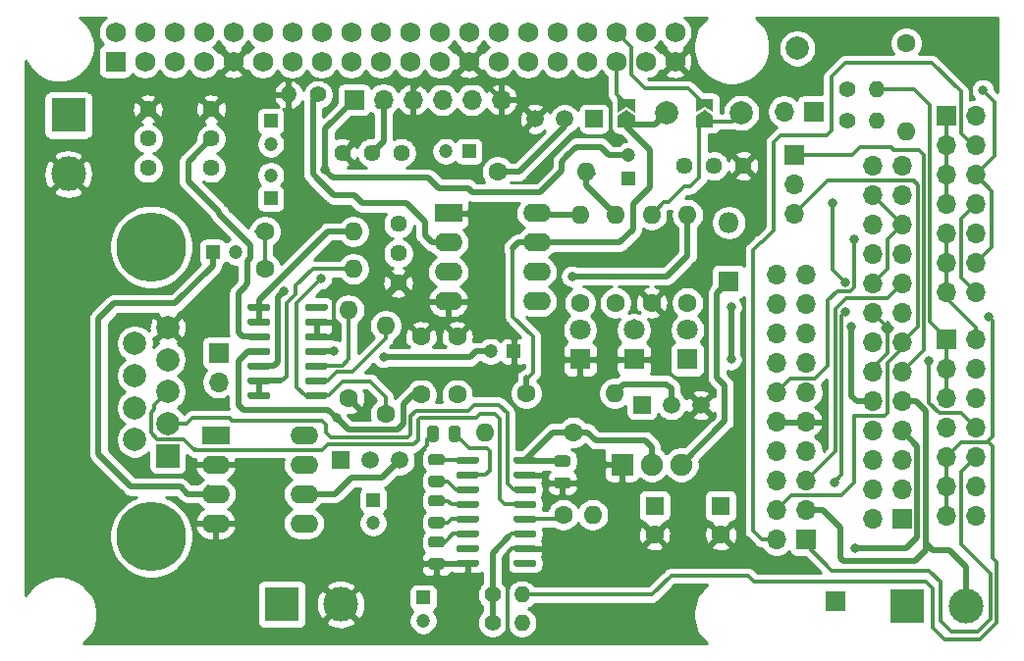
<source format=gbr>
G04 #@! TF.GenerationSoftware,KiCad,Pcbnew,(5.1.8)-1*
G04 #@! TF.CreationDate,2021-03-27T14:23:26+01:00*
G04 #@! TF.ProjectId,interface_MTM800E_V4,696e7465-7266-4616-9365-5f4d544d3830,V2*
G04 #@! TF.SameCoordinates,Original*
G04 #@! TF.FileFunction,Copper,L1,Top*
G04 #@! TF.FilePolarity,Positive*
%FSLAX46Y46*%
G04 Gerber Fmt 4.6, Leading zero omitted, Abs format (unit mm)*
G04 Created by KiCad (PCBNEW (5.1.8)-1) date 2021-03-27 14:23:26*
%MOMM*%
%LPD*%
G01*
G04 APERTURE LIST*
G04 #@! TA.AperFunction,ComponentPad*
%ADD10O,1.700000X1.700000*%
G04 #@! TD*
G04 #@! TA.AperFunction,ComponentPad*
%ADD11R,1.700000X1.700000*%
G04 #@! TD*
G04 #@! TA.AperFunction,ComponentPad*
%ADD12C,2.000000*%
G04 #@! TD*
G04 #@! TA.AperFunction,ComponentPad*
%ADD13O,1.400000X1.400000*%
G04 #@! TD*
G04 #@! TA.AperFunction,ComponentPad*
%ADD14C,1.400000*%
G04 #@! TD*
G04 #@! TA.AperFunction,ComponentPad*
%ADD15C,1.200000*%
G04 #@! TD*
G04 #@! TA.AperFunction,ComponentPad*
%ADD16R,1.200000X1.200000*%
G04 #@! TD*
G04 #@! TA.AperFunction,ComponentPad*
%ADD17O,1.600000X1.600000*%
G04 #@! TD*
G04 #@! TA.AperFunction,ComponentPad*
%ADD18C,1.600000*%
G04 #@! TD*
G04 #@! TA.AperFunction,SMDPad,CuDef*
%ADD19C,0.100000*%
G04 #@! TD*
G04 #@! TA.AperFunction,ComponentPad*
%ADD20C,1.750000*%
G04 #@! TD*
G04 #@! TA.AperFunction,ComponentPad*
%ADD21R,1.750000X1.750000*%
G04 #@! TD*
G04 #@! TA.AperFunction,ComponentPad*
%ADD22O,1.800000X1.800000*%
G04 #@! TD*
G04 #@! TA.AperFunction,ComponentPad*
%ADD23R,1.800000X1.800000*%
G04 #@! TD*
G04 #@! TA.AperFunction,ComponentPad*
%ADD24C,6.000000*%
G04 #@! TD*
G04 #@! TA.AperFunction,ComponentPad*
%ADD25R,2.000000X2.000000*%
G04 #@! TD*
G04 #@! TA.AperFunction,ComponentPad*
%ADD26R,1.500000X1.500000*%
G04 #@! TD*
G04 #@! TA.AperFunction,ComponentPad*
%ADD27C,1.500000*%
G04 #@! TD*
G04 #@! TA.AperFunction,ComponentPad*
%ADD28C,1.440000*%
G04 #@! TD*
G04 #@! TA.AperFunction,ComponentPad*
%ADD29O,2.400000X1.600000*%
G04 #@! TD*
G04 #@! TA.AperFunction,ComponentPad*
%ADD30R,2.400000X1.600000*%
G04 #@! TD*
G04 #@! TA.AperFunction,ComponentPad*
%ADD31C,3.000000*%
G04 #@! TD*
G04 #@! TA.AperFunction,ComponentPad*
%ADD32R,3.000000X3.000000*%
G04 #@! TD*
G04 #@! TA.AperFunction,ComponentPad*
%ADD33R,1.910000X1.910000*%
G04 #@! TD*
G04 #@! TA.AperFunction,ComponentPad*
%ADD34C,1.910000*%
G04 #@! TD*
G04 #@! TA.AperFunction,ComponentPad*
%ADD35R,1.600000X1.600000*%
G04 #@! TD*
G04 #@! TA.AperFunction,ComponentPad*
%ADD36C,1.800000*%
G04 #@! TD*
G04 #@! TA.AperFunction,ViaPad*
%ADD37C,0.800000*%
G04 #@! TD*
G04 #@! TA.AperFunction,Conductor*
%ADD38C,0.300000*%
G04 #@! TD*
G04 #@! TA.AperFunction,Conductor*
%ADD39C,0.400000*%
G04 #@! TD*
G04 #@! TA.AperFunction,Conductor*
%ADD40C,0.500000*%
G04 #@! TD*
G04 #@! TA.AperFunction,Conductor*
%ADD41C,0.700000*%
G04 #@! TD*
G04 #@! TA.AperFunction,Conductor*
%ADD42C,0.254000*%
G04 #@! TD*
G04 #@! TA.AperFunction,Conductor*
%ADD43C,0.100000*%
G04 #@! TD*
G04 APERTURE END LIST*
D10*
X128778000Y-91948000D03*
X126238000Y-91948000D03*
X128778000Y-89408000D03*
X126238000Y-89408000D03*
X128778000Y-86868000D03*
X126238000Y-86868000D03*
X128778000Y-84328000D03*
X126238000Y-84328000D03*
X128778000Y-81788000D03*
X126238000Y-81788000D03*
X128778000Y-79248000D03*
X126238000Y-79248000D03*
X128778000Y-76708000D03*
D11*
X126238000Y-76708000D03*
D10*
X128778000Y-72644000D03*
X126238000Y-72644000D03*
X128778000Y-70104000D03*
X126238000Y-70104000D03*
X128778000Y-67564000D03*
X126238000Y-67564000D03*
X128778000Y-65024000D03*
X126238000Y-65024000D03*
X128778000Y-62484000D03*
X126238000Y-62484000D03*
X128778000Y-59944000D03*
X126238000Y-59944000D03*
X128778000Y-57404000D03*
D11*
X126238000Y-57404000D03*
X116713000Y-99314000D03*
D12*
X108585000Y-57124600D03*
D13*
X69532500Y-55562500D03*
D14*
X72072500Y-55562500D03*
D15*
X68008500Y-62516000D03*
D16*
X68008500Y-64516000D03*
D15*
X68008500Y-59848500D03*
D16*
X68008500Y-57848500D03*
D17*
X122809000Y-58737500D03*
D18*
X122809000Y-51117500D03*
D12*
X113411000Y-51562000D03*
D17*
X77914500Y-75501500D03*
D18*
X77914500Y-83121500D03*
D17*
X74739500Y-74168000D03*
D18*
X74739500Y-81788000D03*
G04 #@! TA.AperFunction,SMDPad,CuDef*
D19*
G36*
X105410000Y-56886600D02*
G01*
X106160000Y-57386600D01*
X106160000Y-58386600D01*
X104660000Y-58386600D01*
X104660000Y-57386600D01*
X105410000Y-56886600D01*
G37*
G04 #@! TD.AperFunction*
G04 #@! TA.AperFunction,SMDPad,CuDef*
G36*
X106160000Y-55936600D02*
G01*
X106160000Y-57086600D01*
X105410000Y-56586600D01*
X104660000Y-57086600D01*
X104660000Y-55936600D01*
X106160000Y-55936600D01*
G37*
G04 #@! TD.AperFunction*
D20*
X102870000Y-52705000D03*
X102870000Y-50165000D03*
X100330000Y-52705000D03*
X100330000Y-50165000D03*
X97790000Y-52705000D03*
X97790000Y-50165000D03*
X95250000Y-52705000D03*
X95250000Y-50165000D03*
X92710000Y-52705000D03*
X92710000Y-50165000D03*
X85090000Y-50165000D03*
X85090000Y-52705000D03*
X80010000Y-50165000D03*
X80010000Y-52705000D03*
X77470000Y-50165000D03*
X77470000Y-52705000D03*
X74930000Y-50165000D03*
X74930000Y-52705000D03*
X72390000Y-50165000D03*
X72390000Y-52705000D03*
X69850000Y-50165000D03*
X69850000Y-52705000D03*
X67310000Y-50165000D03*
X67310000Y-52705000D03*
X64770000Y-50165000D03*
X64770000Y-52705000D03*
X62230000Y-50165000D03*
X62230000Y-52705000D03*
X59690000Y-50165000D03*
X59690000Y-52705000D03*
X57150000Y-50165000D03*
X57150000Y-52705000D03*
X54610000Y-50165000D03*
D21*
X54610000Y-52705000D03*
D20*
X82550000Y-52705000D03*
X82550000Y-50165000D03*
X90170000Y-50165000D03*
X90170000Y-52705000D03*
X87630000Y-50165000D03*
X87630000Y-52705000D03*
D15*
X64992000Y-69151500D03*
D16*
X62992000Y-69151500D03*
D17*
X100838000Y-65913000D03*
D18*
X100838000Y-73533000D03*
D13*
X89662000Y-101155500D03*
D14*
X87122000Y-101155500D03*
D13*
X89662000Y-98742500D03*
D14*
X87122000Y-98742500D03*
D13*
X120269000Y-57785000D03*
D14*
X117729000Y-57785000D03*
D13*
X120269000Y-55118000D03*
D14*
X117729000Y-55118000D03*
D22*
X107505500Y-66611500D03*
D23*
X107505500Y-71691500D03*
D10*
X63500000Y-80391000D03*
D11*
X63500000Y-77851000D03*
D10*
X113157000Y-65849500D03*
X113157000Y-63309500D03*
D11*
X113157000Y-60769500D03*
D10*
X112268000Y-57023000D03*
D11*
X114808000Y-57023000D03*
G04 #@! TA.AperFunction,SMDPad,CuDef*
G36*
G01*
X70969000Y-74064000D02*
X70969000Y-73764000D01*
G75*
G02*
X71119000Y-73614000I150000J0D01*
G01*
X72769000Y-73614000D01*
G75*
G02*
X72919000Y-73764000I0J-150000D01*
G01*
X72919000Y-74064000D01*
G75*
G02*
X72769000Y-74214000I-150000J0D01*
G01*
X71119000Y-74214000D01*
G75*
G02*
X70969000Y-74064000I0J150000D01*
G01*
G37*
G04 #@! TD.AperFunction*
G04 #@! TA.AperFunction,SMDPad,CuDef*
G36*
G01*
X70969000Y-75334000D02*
X70969000Y-75034000D01*
G75*
G02*
X71119000Y-74884000I150000J0D01*
G01*
X72769000Y-74884000D01*
G75*
G02*
X72919000Y-75034000I0J-150000D01*
G01*
X72919000Y-75334000D01*
G75*
G02*
X72769000Y-75484000I-150000J0D01*
G01*
X71119000Y-75484000D01*
G75*
G02*
X70969000Y-75334000I0J150000D01*
G01*
G37*
G04 #@! TD.AperFunction*
G04 #@! TA.AperFunction,SMDPad,CuDef*
G36*
G01*
X70969000Y-76604000D02*
X70969000Y-76304000D01*
G75*
G02*
X71119000Y-76154000I150000J0D01*
G01*
X72769000Y-76154000D01*
G75*
G02*
X72919000Y-76304000I0J-150000D01*
G01*
X72919000Y-76604000D01*
G75*
G02*
X72769000Y-76754000I-150000J0D01*
G01*
X71119000Y-76754000D01*
G75*
G02*
X70969000Y-76604000I0J150000D01*
G01*
G37*
G04 #@! TD.AperFunction*
G04 #@! TA.AperFunction,SMDPad,CuDef*
G36*
G01*
X70969000Y-77874000D02*
X70969000Y-77574000D01*
G75*
G02*
X71119000Y-77424000I150000J0D01*
G01*
X72769000Y-77424000D01*
G75*
G02*
X72919000Y-77574000I0J-150000D01*
G01*
X72919000Y-77874000D01*
G75*
G02*
X72769000Y-78024000I-150000J0D01*
G01*
X71119000Y-78024000D01*
G75*
G02*
X70969000Y-77874000I0J150000D01*
G01*
G37*
G04 #@! TD.AperFunction*
G04 #@! TA.AperFunction,SMDPad,CuDef*
G36*
G01*
X70969000Y-79144000D02*
X70969000Y-78844000D01*
G75*
G02*
X71119000Y-78694000I150000J0D01*
G01*
X72769000Y-78694000D01*
G75*
G02*
X72919000Y-78844000I0J-150000D01*
G01*
X72919000Y-79144000D01*
G75*
G02*
X72769000Y-79294000I-150000J0D01*
G01*
X71119000Y-79294000D01*
G75*
G02*
X70969000Y-79144000I0J150000D01*
G01*
G37*
G04 #@! TD.AperFunction*
G04 #@! TA.AperFunction,SMDPad,CuDef*
G36*
G01*
X70969000Y-80414000D02*
X70969000Y-80114000D01*
G75*
G02*
X71119000Y-79964000I150000J0D01*
G01*
X72769000Y-79964000D01*
G75*
G02*
X72919000Y-80114000I0J-150000D01*
G01*
X72919000Y-80414000D01*
G75*
G02*
X72769000Y-80564000I-150000J0D01*
G01*
X71119000Y-80564000D01*
G75*
G02*
X70969000Y-80414000I0J150000D01*
G01*
G37*
G04 #@! TD.AperFunction*
G04 #@! TA.AperFunction,SMDPad,CuDef*
G36*
G01*
X70969000Y-81684000D02*
X70969000Y-81384000D01*
G75*
G02*
X71119000Y-81234000I150000J0D01*
G01*
X72769000Y-81234000D01*
G75*
G02*
X72919000Y-81384000I0J-150000D01*
G01*
X72919000Y-81684000D01*
G75*
G02*
X72769000Y-81834000I-150000J0D01*
G01*
X71119000Y-81834000D01*
G75*
G02*
X70969000Y-81684000I0J150000D01*
G01*
G37*
G04 #@! TD.AperFunction*
G04 #@! TA.AperFunction,SMDPad,CuDef*
G36*
G01*
X66019000Y-81684000D02*
X66019000Y-81384000D01*
G75*
G02*
X66169000Y-81234000I150000J0D01*
G01*
X67819000Y-81234000D01*
G75*
G02*
X67969000Y-81384000I0J-150000D01*
G01*
X67969000Y-81684000D01*
G75*
G02*
X67819000Y-81834000I-150000J0D01*
G01*
X66169000Y-81834000D01*
G75*
G02*
X66019000Y-81684000I0J150000D01*
G01*
G37*
G04 #@! TD.AperFunction*
G04 #@! TA.AperFunction,SMDPad,CuDef*
G36*
G01*
X66019000Y-80414000D02*
X66019000Y-80114000D01*
G75*
G02*
X66169000Y-79964000I150000J0D01*
G01*
X67819000Y-79964000D01*
G75*
G02*
X67969000Y-80114000I0J-150000D01*
G01*
X67969000Y-80414000D01*
G75*
G02*
X67819000Y-80564000I-150000J0D01*
G01*
X66169000Y-80564000D01*
G75*
G02*
X66019000Y-80414000I0J150000D01*
G01*
G37*
G04 #@! TD.AperFunction*
G04 #@! TA.AperFunction,SMDPad,CuDef*
G36*
G01*
X66019000Y-79144000D02*
X66019000Y-78844000D01*
G75*
G02*
X66169000Y-78694000I150000J0D01*
G01*
X67819000Y-78694000D01*
G75*
G02*
X67969000Y-78844000I0J-150000D01*
G01*
X67969000Y-79144000D01*
G75*
G02*
X67819000Y-79294000I-150000J0D01*
G01*
X66169000Y-79294000D01*
G75*
G02*
X66019000Y-79144000I0J150000D01*
G01*
G37*
G04 #@! TD.AperFunction*
G04 #@! TA.AperFunction,SMDPad,CuDef*
G36*
G01*
X66019000Y-77874000D02*
X66019000Y-77574000D01*
G75*
G02*
X66169000Y-77424000I150000J0D01*
G01*
X67819000Y-77424000D01*
G75*
G02*
X67969000Y-77574000I0J-150000D01*
G01*
X67969000Y-77874000D01*
G75*
G02*
X67819000Y-78024000I-150000J0D01*
G01*
X66169000Y-78024000D01*
G75*
G02*
X66019000Y-77874000I0J150000D01*
G01*
G37*
G04 #@! TD.AperFunction*
G04 #@! TA.AperFunction,SMDPad,CuDef*
G36*
G01*
X66019000Y-76604000D02*
X66019000Y-76304000D01*
G75*
G02*
X66169000Y-76154000I150000J0D01*
G01*
X67819000Y-76154000D01*
G75*
G02*
X67969000Y-76304000I0J-150000D01*
G01*
X67969000Y-76604000D01*
G75*
G02*
X67819000Y-76754000I-150000J0D01*
G01*
X66169000Y-76754000D01*
G75*
G02*
X66019000Y-76604000I0J150000D01*
G01*
G37*
G04 #@! TD.AperFunction*
G04 #@! TA.AperFunction,SMDPad,CuDef*
G36*
G01*
X66019000Y-75334000D02*
X66019000Y-75034000D01*
G75*
G02*
X66169000Y-74884000I150000J0D01*
G01*
X67819000Y-74884000D01*
G75*
G02*
X67969000Y-75034000I0J-150000D01*
G01*
X67969000Y-75334000D01*
G75*
G02*
X67819000Y-75484000I-150000J0D01*
G01*
X66169000Y-75484000D01*
G75*
G02*
X66019000Y-75334000I0J150000D01*
G01*
G37*
G04 #@! TD.AperFunction*
G04 #@! TA.AperFunction,SMDPad,CuDef*
G36*
G01*
X66019000Y-74064000D02*
X66019000Y-73764000D01*
G75*
G02*
X66169000Y-73614000I150000J0D01*
G01*
X67819000Y-73614000D01*
G75*
G02*
X67969000Y-73764000I0J-150000D01*
G01*
X67969000Y-74064000D01*
G75*
G02*
X67819000Y-74214000I-150000J0D01*
G01*
X66169000Y-74214000D01*
G75*
G02*
X66019000Y-74064000I0J150000D01*
G01*
G37*
G04 #@! TD.AperFunction*
D24*
X57698500Y-93701000D03*
X57698500Y-68701000D03*
D12*
X56278500Y-77046000D03*
X56278500Y-79816000D03*
X56278500Y-82586000D03*
X56278500Y-85356000D03*
X59118500Y-75661000D03*
X59118500Y-78431000D03*
X59118500Y-81201000D03*
X59118500Y-83971000D03*
D25*
X59118500Y-86741000D03*
D26*
X74041000Y-87122000D03*
D27*
X79121000Y-87122000D03*
X76581000Y-87122000D03*
D28*
X57404000Y-56832500D03*
X57404000Y-59372500D03*
X57404000Y-61912500D03*
X62865000Y-56832500D03*
X62865000Y-59372500D03*
X62865000Y-61912500D03*
D29*
X70866000Y-84963000D03*
X63246000Y-92583000D03*
X70866000Y-87503000D03*
X63246000Y-90043000D03*
X70866000Y-90043000D03*
X63246000Y-87503000D03*
X70866000Y-92583000D03*
D30*
X63246000Y-84963000D03*
D17*
X75120500Y-70612000D03*
D18*
X67500500Y-70612000D03*
D17*
X75120500Y-67373500D03*
D18*
X67500500Y-67373500D03*
D31*
X74041000Y-99568000D03*
D32*
X68961000Y-99568000D03*
D15*
X76835000Y-92551000D03*
D16*
X76835000Y-90551000D03*
D15*
X86963500Y-77724000D03*
D16*
X88963500Y-77724000D03*
D15*
X81153000Y-100996500D03*
D16*
X81153000Y-98996500D03*
D18*
X80962500Y-76470500D03*
X80962500Y-81470500D03*
X84074000Y-76470500D03*
X84074000Y-81470500D03*
D31*
X50546000Y-62420500D03*
D32*
X50546000Y-57340500D03*
D17*
X97663000Y-81343500D03*
D18*
X90043000Y-81343500D03*
D17*
X95758000Y-91821000D03*
D18*
X93218000Y-91821000D03*
D31*
X127952500Y-99695000D03*
D32*
X122872500Y-99695000D03*
D10*
X119888000Y-61722000D03*
X122428000Y-61722000D03*
X119888000Y-64262000D03*
X122428000Y-64262000D03*
X119888000Y-66802000D03*
X122428000Y-66802000D03*
X119888000Y-69342000D03*
X122428000Y-69342000D03*
X119888000Y-71882000D03*
X122428000Y-71882000D03*
X119888000Y-74422000D03*
X122428000Y-74422000D03*
X119888000Y-76962000D03*
X122428000Y-76962000D03*
X119888000Y-79502000D03*
X122428000Y-79502000D03*
X119888000Y-82042000D03*
X122428000Y-82042000D03*
X119888000Y-84582000D03*
X122428000Y-84582000D03*
X119888000Y-87122000D03*
X122428000Y-87122000D03*
X119888000Y-89662000D03*
X122428000Y-89662000D03*
X119888000Y-92202000D03*
D11*
X122428000Y-92202000D03*
D15*
X83090000Y-60452000D03*
D16*
X85090000Y-60452000D03*
D15*
X98869500Y-60801500D03*
D16*
X98869500Y-62801500D03*
G04 #@! TA.AperFunction,SMDPad,CuDef*
D19*
G36*
X98704400Y-56900400D02*
G01*
X99454400Y-57400400D01*
X99454400Y-58400400D01*
X97954400Y-58400400D01*
X97954400Y-57400400D01*
X98704400Y-56900400D01*
G37*
G04 #@! TD.AperFunction*
G04 #@! TA.AperFunction,SMDPad,CuDef*
G36*
X99454400Y-55950400D02*
G01*
X99454400Y-57100400D01*
X98704400Y-56600400D01*
X97954400Y-57100400D01*
X97954400Y-55950400D01*
X99454400Y-55950400D01*
G37*
G04 #@! TD.AperFunction*
D17*
X103949500Y-65913000D03*
D18*
X103949500Y-73533000D03*
D26*
X100012500Y-82359500D03*
D27*
X105092500Y-82359500D03*
X102552500Y-82359500D03*
G04 #@! TA.AperFunction,SMDPad,CuDef*
G36*
G01*
X92698250Y-88588000D02*
X93610750Y-88588000D01*
G75*
G02*
X93854500Y-88831750I0J-243750D01*
G01*
X93854500Y-89319250D01*
G75*
G02*
X93610750Y-89563000I-243750J0D01*
G01*
X92698250Y-89563000D01*
G75*
G02*
X92454500Y-89319250I0J243750D01*
G01*
X92454500Y-88831750D01*
G75*
G02*
X92698250Y-88588000I243750J0D01*
G01*
G37*
G04 #@! TD.AperFunction*
G04 #@! TA.AperFunction,SMDPad,CuDef*
G36*
G01*
X92698250Y-86713000D02*
X93610750Y-86713000D01*
G75*
G02*
X93854500Y-86956750I0J-243750D01*
G01*
X93854500Y-87444250D01*
G75*
G02*
X93610750Y-87688000I-243750J0D01*
G01*
X92698250Y-87688000D01*
G75*
G02*
X92454500Y-87444250I0J243750D01*
G01*
X92454500Y-86956750D01*
G75*
G02*
X92698250Y-86713000I243750J0D01*
G01*
G37*
G04 #@! TD.AperFunction*
D12*
X102108000Y-57150000D03*
D10*
X111633000Y-71120000D03*
X114173000Y-71120000D03*
X111633000Y-73660000D03*
X114173000Y-73660000D03*
X111633000Y-76200000D03*
X114173000Y-76200000D03*
X111633000Y-78740000D03*
X114173000Y-78740000D03*
X111633000Y-81280000D03*
X114173000Y-81280000D03*
X111633000Y-83820000D03*
X114173000Y-83820000D03*
X111633000Y-86360000D03*
X114173000Y-86360000D03*
X111633000Y-88900000D03*
X114173000Y-88900000D03*
X111633000Y-91440000D03*
X114173000Y-91440000D03*
X111633000Y-93980000D03*
D11*
X114173000Y-93980000D03*
D33*
X98298000Y-87503000D03*
D34*
X100848000Y-87503000D03*
X103398000Y-87503000D03*
G04 #@! TA.AperFunction,SMDPad,CuDef*
G36*
G01*
X88941000Y-87272000D02*
X88941000Y-86972000D01*
G75*
G02*
X89091000Y-86822000I150000J0D01*
G01*
X90741000Y-86822000D01*
G75*
G02*
X90891000Y-86972000I0J-150000D01*
G01*
X90891000Y-87272000D01*
G75*
G02*
X90741000Y-87422000I-150000J0D01*
G01*
X89091000Y-87422000D01*
G75*
G02*
X88941000Y-87272000I0J150000D01*
G01*
G37*
G04 #@! TD.AperFunction*
G04 #@! TA.AperFunction,SMDPad,CuDef*
G36*
G01*
X88941000Y-88542000D02*
X88941000Y-88242000D01*
G75*
G02*
X89091000Y-88092000I150000J0D01*
G01*
X90741000Y-88092000D01*
G75*
G02*
X90891000Y-88242000I0J-150000D01*
G01*
X90891000Y-88542000D01*
G75*
G02*
X90741000Y-88692000I-150000J0D01*
G01*
X89091000Y-88692000D01*
G75*
G02*
X88941000Y-88542000I0J150000D01*
G01*
G37*
G04 #@! TD.AperFunction*
G04 #@! TA.AperFunction,SMDPad,CuDef*
G36*
G01*
X88941000Y-89812000D02*
X88941000Y-89512000D01*
G75*
G02*
X89091000Y-89362000I150000J0D01*
G01*
X90741000Y-89362000D01*
G75*
G02*
X90891000Y-89512000I0J-150000D01*
G01*
X90891000Y-89812000D01*
G75*
G02*
X90741000Y-89962000I-150000J0D01*
G01*
X89091000Y-89962000D01*
G75*
G02*
X88941000Y-89812000I0J150000D01*
G01*
G37*
G04 #@! TD.AperFunction*
G04 #@! TA.AperFunction,SMDPad,CuDef*
G36*
G01*
X88941000Y-91082000D02*
X88941000Y-90782000D01*
G75*
G02*
X89091000Y-90632000I150000J0D01*
G01*
X90741000Y-90632000D01*
G75*
G02*
X90891000Y-90782000I0J-150000D01*
G01*
X90891000Y-91082000D01*
G75*
G02*
X90741000Y-91232000I-150000J0D01*
G01*
X89091000Y-91232000D01*
G75*
G02*
X88941000Y-91082000I0J150000D01*
G01*
G37*
G04 #@! TD.AperFunction*
G04 #@! TA.AperFunction,SMDPad,CuDef*
G36*
G01*
X88941000Y-92352000D02*
X88941000Y-92052000D01*
G75*
G02*
X89091000Y-91902000I150000J0D01*
G01*
X90741000Y-91902000D01*
G75*
G02*
X90891000Y-92052000I0J-150000D01*
G01*
X90891000Y-92352000D01*
G75*
G02*
X90741000Y-92502000I-150000J0D01*
G01*
X89091000Y-92502000D01*
G75*
G02*
X88941000Y-92352000I0J150000D01*
G01*
G37*
G04 #@! TD.AperFunction*
G04 #@! TA.AperFunction,SMDPad,CuDef*
G36*
G01*
X88941000Y-93622000D02*
X88941000Y-93322000D01*
G75*
G02*
X89091000Y-93172000I150000J0D01*
G01*
X90741000Y-93172000D01*
G75*
G02*
X90891000Y-93322000I0J-150000D01*
G01*
X90891000Y-93622000D01*
G75*
G02*
X90741000Y-93772000I-150000J0D01*
G01*
X89091000Y-93772000D01*
G75*
G02*
X88941000Y-93622000I0J150000D01*
G01*
G37*
G04 #@! TD.AperFunction*
G04 #@! TA.AperFunction,SMDPad,CuDef*
G36*
G01*
X88941000Y-94892000D02*
X88941000Y-94592000D01*
G75*
G02*
X89091000Y-94442000I150000J0D01*
G01*
X90741000Y-94442000D01*
G75*
G02*
X90891000Y-94592000I0J-150000D01*
G01*
X90891000Y-94892000D01*
G75*
G02*
X90741000Y-95042000I-150000J0D01*
G01*
X89091000Y-95042000D01*
G75*
G02*
X88941000Y-94892000I0J150000D01*
G01*
G37*
G04 #@! TD.AperFunction*
G04 #@! TA.AperFunction,SMDPad,CuDef*
G36*
G01*
X88941000Y-96162000D02*
X88941000Y-95862000D01*
G75*
G02*
X89091000Y-95712000I150000J0D01*
G01*
X90741000Y-95712000D01*
G75*
G02*
X90891000Y-95862000I0J-150000D01*
G01*
X90891000Y-96162000D01*
G75*
G02*
X90741000Y-96312000I-150000J0D01*
G01*
X89091000Y-96312000D01*
G75*
G02*
X88941000Y-96162000I0J150000D01*
G01*
G37*
G04 #@! TD.AperFunction*
G04 #@! TA.AperFunction,SMDPad,CuDef*
G36*
G01*
X83991000Y-96162000D02*
X83991000Y-95862000D01*
G75*
G02*
X84141000Y-95712000I150000J0D01*
G01*
X85791000Y-95712000D01*
G75*
G02*
X85941000Y-95862000I0J-150000D01*
G01*
X85941000Y-96162000D01*
G75*
G02*
X85791000Y-96312000I-150000J0D01*
G01*
X84141000Y-96312000D01*
G75*
G02*
X83991000Y-96162000I0J150000D01*
G01*
G37*
G04 #@! TD.AperFunction*
G04 #@! TA.AperFunction,SMDPad,CuDef*
G36*
G01*
X83991000Y-94892000D02*
X83991000Y-94592000D01*
G75*
G02*
X84141000Y-94442000I150000J0D01*
G01*
X85791000Y-94442000D01*
G75*
G02*
X85941000Y-94592000I0J-150000D01*
G01*
X85941000Y-94892000D01*
G75*
G02*
X85791000Y-95042000I-150000J0D01*
G01*
X84141000Y-95042000D01*
G75*
G02*
X83991000Y-94892000I0J150000D01*
G01*
G37*
G04 #@! TD.AperFunction*
G04 #@! TA.AperFunction,SMDPad,CuDef*
G36*
G01*
X83991000Y-93622000D02*
X83991000Y-93322000D01*
G75*
G02*
X84141000Y-93172000I150000J0D01*
G01*
X85791000Y-93172000D01*
G75*
G02*
X85941000Y-93322000I0J-150000D01*
G01*
X85941000Y-93622000D01*
G75*
G02*
X85791000Y-93772000I-150000J0D01*
G01*
X84141000Y-93772000D01*
G75*
G02*
X83991000Y-93622000I0J150000D01*
G01*
G37*
G04 #@! TD.AperFunction*
G04 #@! TA.AperFunction,SMDPad,CuDef*
G36*
G01*
X83991000Y-92352000D02*
X83991000Y-92052000D01*
G75*
G02*
X84141000Y-91902000I150000J0D01*
G01*
X85791000Y-91902000D01*
G75*
G02*
X85941000Y-92052000I0J-150000D01*
G01*
X85941000Y-92352000D01*
G75*
G02*
X85791000Y-92502000I-150000J0D01*
G01*
X84141000Y-92502000D01*
G75*
G02*
X83991000Y-92352000I0J150000D01*
G01*
G37*
G04 #@! TD.AperFunction*
G04 #@! TA.AperFunction,SMDPad,CuDef*
G36*
G01*
X83991000Y-91082000D02*
X83991000Y-90782000D01*
G75*
G02*
X84141000Y-90632000I150000J0D01*
G01*
X85791000Y-90632000D01*
G75*
G02*
X85941000Y-90782000I0J-150000D01*
G01*
X85941000Y-91082000D01*
G75*
G02*
X85791000Y-91232000I-150000J0D01*
G01*
X84141000Y-91232000D01*
G75*
G02*
X83991000Y-91082000I0J150000D01*
G01*
G37*
G04 #@! TD.AperFunction*
G04 #@! TA.AperFunction,SMDPad,CuDef*
G36*
G01*
X83991000Y-89812000D02*
X83991000Y-89512000D01*
G75*
G02*
X84141000Y-89362000I150000J0D01*
G01*
X85791000Y-89362000D01*
G75*
G02*
X85941000Y-89512000I0J-150000D01*
G01*
X85941000Y-89812000D01*
G75*
G02*
X85791000Y-89962000I-150000J0D01*
G01*
X84141000Y-89962000D01*
G75*
G02*
X83991000Y-89812000I0J150000D01*
G01*
G37*
G04 #@! TD.AperFunction*
G04 #@! TA.AperFunction,SMDPad,CuDef*
G36*
G01*
X83991000Y-88542000D02*
X83991000Y-88242000D01*
G75*
G02*
X84141000Y-88092000I150000J0D01*
G01*
X85791000Y-88092000D01*
G75*
G02*
X85941000Y-88242000I0J-150000D01*
G01*
X85941000Y-88542000D01*
G75*
G02*
X85791000Y-88692000I-150000J0D01*
G01*
X84141000Y-88692000D01*
G75*
G02*
X83991000Y-88542000I0J150000D01*
G01*
G37*
G04 #@! TD.AperFunction*
G04 #@! TA.AperFunction,SMDPad,CuDef*
G36*
G01*
X83991000Y-87272000D02*
X83991000Y-86972000D01*
G75*
G02*
X84141000Y-86822000I150000J0D01*
G01*
X85791000Y-86822000D01*
G75*
G02*
X85941000Y-86972000I0J-150000D01*
G01*
X85941000Y-87272000D01*
G75*
G02*
X85791000Y-87422000I-150000J0D01*
G01*
X84141000Y-87422000D01*
G75*
G02*
X83991000Y-87272000I0J150000D01*
G01*
G37*
G04 #@! TD.AperFunction*
D28*
X78994000Y-71818500D03*
X78994000Y-69278500D03*
X78994000Y-66738500D03*
G04 #@! TA.AperFunction,SMDPad,CuDef*
G36*
G01*
X82481000Y-84379750D02*
X82481000Y-85292250D01*
G75*
G02*
X82237250Y-85536000I-243750J0D01*
G01*
X81749750Y-85536000D01*
G75*
G02*
X81506000Y-85292250I0J243750D01*
G01*
X81506000Y-84379750D01*
G75*
G02*
X81749750Y-84136000I243750J0D01*
G01*
X82237250Y-84136000D01*
G75*
G02*
X82481000Y-84379750I0J-243750D01*
G01*
G37*
G04 #@! TD.AperFunction*
G04 #@! TA.AperFunction,SMDPad,CuDef*
G36*
G01*
X84356000Y-84379750D02*
X84356000Y-85292250D01*
G75*
G02*
X84112250Y-85536000I-243750J0D01*
G01*
X83624750Y-85536000D01*
G75*
G02*
X83381000Y-85292250I0J243750D01*
G01*
X83381000Y-84379750D01*
G75*
G02*
X83624750Y-84136000I243750J0D01*
G01*
X84112250Y-84136000D01*
G75*
G02*
X84356000Y-84379750I0J-243750D01*
G01*
G37*
G04 #@! TD.AperFunction*
G04 #@! TA.AperFunction,SMDPad,CuDef*
G36*
G01*
X81839750Y-95573000D02*
X82752250Y-95573000D01*
G75*
G02*
X82996000Y-95816750I0J-243750D01*
G01*
X82996000Y-96304250D01*
G75*
G02*
X82752250Y-96548000I-243750J0D01*
G01*
X81839750Y-96548000D01*
G75*
G02*
X81596000Y-96304250I0J243750D01*
G01*
X81596000Y-95816750D01*
G75*
G02*
X81839750Y-95573000I243750J0D01*
G01*
G37*
G04 #@! TD.AperFunction*
G04 #@! TA.AperFunction,SMDPad,CuDef*
G36*
G01*
X81839750Y-93698000D02*
X82752250Y-93698000D01*
G75*
G02*
X82996000Y-93941750I0J-243750D01*
G01*
X82996000Y-94429250D01*
G75*
G02*
X82752250Y-94673000I-243750J0D01*
G01*
X81839750Y-94673000D01*
G75*
G02*
X81596000Y-94429250I0J243750D01*
G01*
X81596000Y-93941750D01*
G75*
G02*
X81839750Y-93698000I243750J0D01*
G01*
G37*
G04 #@! TD.AperFunction*
G04 #@! TA.AperFunction,SMDPad,CuDef*
G36*
G01*
X81839750Y-92017000D02*
X82752250Y-92017000D01*
G75*
G02*
X82996000Y-92260750I0J-243750D01*
G01*
X82996000Y-92748250D01*
G75*
G02*
X82752250Y-92992000I-243750J0D01*
G01*
X81839750Y-92992000D01*
G75*
G02*
X81596000Y-92748250I0J243750D01*
G01*
X81596000Y-92260750D01*
G75*
G02*
X81839750Y-92017000I243750J0D01*
G01*
G37*
G04 #@! TD.AperFunction*
G04 #@! TA.AperFunction,SMDPad,CuDef*
G36*
G01*
X81839750Y-90142000D02*
X82752250Y-90142000D01*
G75*
G02*
X82996000Y-90385750I0J-243750D01*
G01*
X82996000Y-90873250D01*
G75*
G02*
X82752250Y-91117000I-243750J0D01*
G01*
X81839750Y-91117000D01*
G75*
G02*
X81596000Y-90873250I0J243750D01*
G01*
X81596000Y-90385750D01*
G75*
G02*
X81839750Y-90142000I243750J0D01*
G01*
G37*
G04 #@! TD.AperFunction*
G04 #@! TA.AperFunction,SMDPad,CuDef*
G36*
G01*
X81839750Y-88461000D02*
X82752250Y-88461000D01*
G75*
G02*
X82996000Y-88704750I0J-243750D01*
G01*
X82996000Y-89192250D01*
G75*
G02*
X82752250Y-89436000I-243750J0D01*
G01*
X81839750Y-89436000D01*
G75*
G02*
X81596000Y-89192250I0J243750D01*
G01*
X81596000Y-88704750D01*
G75*
G02*
X81839750Y-88461000I243750J0D01*
G01*
G37*
G04 #@! TD.AperFunction*
G04 #@! TA.AperFunction,SMDPad,CuDef*
G36*
G01*
X81839750Y-86586000D02*
X82752250Y-86586000D01*
G75*
G02*
X82996000Y-86829750I0J-243750D01*
G01*
X82996000Y-87317250D01*
G75*
G02*
X82752250Y-87561000I-243750J0D01*
G01*
X81839750Y-87561000D01*
G75*
G02*
X81596000Y-87317250I0J243750D01*
G01*
X81596000Y-86829750D01*
G75*
G02*
X81839750Y-86586000I243750J0D01*
G01*
G37*
G04 #@! TD.AperFunction*
D18*
X101092000Y-93559000D03*
D35*
X101092000Y-91059000D03*
D18*
X106807000Y-93559000D03*
D35*
X106807000Y-91059000D03*
D29*
X90932000Y-65786000D03*
X83312000Y-73406000D03*
X90932000Y-68326000D03*
X83312000Y-70866000D03*
X90932000Y-70866000D03*
X83312000Y-68326000D03*
X90932000Y-73406000D03*
D30*
X83312000Y-65786000D03*
D17*
X97726500Y-65913000D03*
D18*
X97726500Y-73533000D03*
D36*
X103949500Y-75882500D03*
D23*
X103949500Y-78422500D03*
D36*
X99314000Y-75882500D03*
D23*
X99314000Y-78422500D03*
D28*
X79248000Y-60579000D03*
X76708000Y-60579000D03*
X74168000Y-60579000D03*
X108775500Y-61722000D03*
X106235500Y-61722000D03*
X103695500Y-61722000D03*
D17*
X95186500Y-62230000D03*
D18*
X87566500Y-62230000D03*
D17*
X94678500Y-65913000D03*
D18*
X94678500Y-73533000D03*
D17*
X86487000Y-84709000D03*
D18*
X94107000Y-84709000D03*
D26*
X95885000Y-57658000D03*
D27*
X90805000Y-57658000D03*
X93345000Y-57658000D03*
D10*
X87884000Y-56007000D03*
X85344000Y-56007000D03*
X82804000Y-56007000D03*
X80264000Y-56007000D03*
X77724000Y-56007000D03*
D11*
X75184000Y-56007000D03*
D36*
X94678500Y-75882500D03*
D23*
X94678500Y-78422500D03*
D37*
X126619000Y-52197000D03*
X90170000Y-84772500D03*
X110236000Y-66294000D03*
X95631000Y-96964500D03*
X93980000Y-71247000D03*
X118300500Y-68072000D03*
X118046500Y-75628500D03*
X73660000Y-83502500D03*
X77724000Y-78232000D03*
X73469500Y-77724000D03*
X72707500Y-62039500D03*
X69088000Y-72580500D03*
X129921000Y-74739500D03*
X118364000Y-94742000D03*
X107696000Y-78422500D03*
X107696000Y-73914000D03*
X72326500Y-71437500D03*
X116586000Y-89027000D03*
X117538500Y-71755000D03*
X117538500Y-74358500D03*
X116470990Y-64960500D03*
X129413000Y-55181500D03*
X124777500Y-78549500D03*
D38*
X89916000Y-94742000D02*
X88773000Y-94742000D01*
X88773000Y-94742000D02*
X88392000Y-95123000D01*
X88392000Y-95123000D02*
X88392000Y-101917500D01*
X88392000Y-101917500D02*
X87503000Y-102806500D01*
X87503000Y-102806500D02*
X85979000Y-102806500D01*
X84966000Y-101793500D02*
X84966000Y-96012000D01*
X85979000Y-102806500D02*
X84966000Y-101793500D01*
D39*
X80264000Y-56007000D02*
X80264000Y-54991000D01*
X80772000Y-54483000D02*
X86360000Y-54483000D01*
X86360000Y-54483000D02*
X87884000Y-56007000D01*
X80264000Y-54991000D02*
X80772000Y-54483000D01*
D40*
X74422000Y-81407000D02*
X74676000Y-81407000D01*
D38*
X81993500Y-84836000D02*
X81470500Y-85359000D01*
X81470500Y-85359000D02*
X81470500Y-85852000D01*
X71944000Y-76454000D02*
X73088500Y-76454000D01*
X73088500Y-76454000D02*
X73469500Y-76073000D01*
X73469500Y-76073000D02*
X73469500Y-75311000D01*
X73342500Y-75184000D02*
X73469500Y-75311000D01*
X71944000Y-75184000D02*
X73342500Y-75184000D01*
X73469500Y-75311000D02*
X73469500Y-72961500D01*
X81470500Y-85852000D02*
X80708500Y-86614000D01*
X119888000Y-79502000D02*
X119888000Y-79302878D01*
X121158000Y-75692000D02*
X119888000Y-74422000D01*
X119888000Y-79184500D02*
X121158000Y-77914500D01*
X119888000Y-79502000D02*
X119888000Y-79184500D01*
X121158000Y-77914500D02*
X121158000Y-75692000D01*
X98298000Y-87503000D02*
X98298000Y-91884500D01*
X98298000Y-91884500D02*
X95631000Y-94551500D01*
X95631000Y-94551500D02*
X95631000Y-96964500D01*
D40*
X93345000Y-58293000D02*
X93345000Y-57658000D01*
X89408000Y-62230000D02*
X93345000Y-58293000D01*
X87566500Y-62230000D02*
X89408000Y-62230000D01*
D38*
X99314000Y-75120500D02*
X99314000Y-75882500D01*
D40*
X92329000Y-84709000D02*
X94107000Y-84709000D01*
X89916000Y-87122000D02*
X92329000Y-84709000D01*
X89994500Y-87200500D02*
X89916000Y-87122000D01*
X93154500Y-87200500D02*
X89994500Y-87200500D01*
X96012000Y-85407500D02*
X95313500Y-84709000D01*
X95313500Y-84709000D02*
X94107000Y-84709000D01*
X100848000Y-85989000D02*
X100266500Y-85407500D01*
X100266500Y-85407500D02*
X96012000Y-85407500D01*
X100848000Y-85989000D02*
X100848000Y-87503000D01*
X103949500Y-69469000D02*
X103949500Y-65913000D01*
X93980000Y-71247000D02*
X102171500Y-71247000D01*
X102171500Y-71247000D02*
X103949500Y-69469000D01*
D38*
X84966000Y-89662000D02*
X83947000Y-89662000D01*
X83233500Y-88948500D02*
X82296000Y-88948500D01*
X83947000Y-89662000D02*
X83233500Y-88948500D01*
X82344500Y-87122000D02*
X82296000Y-87073500D01*
X84966000Y-87122000D02*
X82344500Y-87122000D01*
X84966000Y-92202000D02*
X83566000Y-92202000D01*
X83263500Y-92504500D02*
X82296000Y-92504500D01*
X83566000Y-92202000D02*
X83263500Y-92504500D01*
X84966000Y-90932000D02*
X83566000Y-90932000D01*
X83263500Y-90629500D02*
X82296000Y-90629500D01*
X83566000Y-90932000D02*
X83263500Y-90629500D01*
X82996000Y-94185500D02*
X83312000Y-93869500D01*
X82296000Y-94185500D02*
X82996000Y-94185500D01*
X83312000Y-93869500D02*
X83312000Y-93853000D01*
X83693000Y-93472000D02*
X84966000Y-93472000D01*
X83312000Y-93853000D02*
X83693000Y-93472000D01*
X83868500Y-84836000D02*
X85138500Y-86106000D01*
X85138500Y-86106000D02*
X86614000Y-86106000D01*
X86614000Y-86106000D02*
X86868000Y-86360000D01*
X86868000Y-86360000D02*
X86868000Y-88011000D01*
X86487000Y-88392000D02*
X84966000Y-88392000D01*
X86868000Y-88011000D02*
X86487000Y-88392000D01*
X113157000Y-60769500D02*
X113157000Y-60198000D01*
X113157000Y-60769500D02*
X116069378Y-60769500D01*
X124333000Y-77597000D02*
X122428000Y-79502000D01*
X116069378Y-60769500D02*
X116141500Y-60769500D01*
X116069378Y-60769500D02*
X118173500Y-60769500D01*
X118173500Y-60769500D02*
X118808500Y-60134500D01*
X118808500Y-60134500D02*
X121539000Y-60134500D01*
X121539000Y-60134500D02*
X121729500Y-60325000D01*
X123888500Y-60325000D02*
X124333000Y-60769500D01*
X121729500Y-60325000D02*
X123888500Y-60325000D01*
X124333000Y-60769500D02*
X124333000Y-77597000D01*
X118618000Y-62992000D02*
X118618000Y-62992000D01*
X114935000Y-64071500D02*
X113157000Y-65849500D01*
X116014500Y-62992000D02*
X114935000Y-64071500D01*
X123444000Y-62992000D02*
X116014500Y-62992000D01*
X123825000Y-63373000D02*
X123444000Y-62992000D01*
X123825000Y-75565000D02*
X123825000Y-63373000D01*
X122428000Y-76962000D02*
X123825000Y-75565000D01*
X117221000Y-90170000D02*
X118300500Y-89090500D01*
X112903000Y-90170000D02*
X117221000Y-90170000D01*
X111633000Y-91440000D02*
X112903000Y-90170000D01*
X118300500Y-89090500D02*
X118300500Y-83312000D01*
X118300500Y-83312000D02*
X120904000Y-83312000D01*
X120904000Y-83312000D02*
X121158000Y-83058000D01*
X121158000Y-83058000D02*
X121158000Y-78740000D01*
X121158000Y-78740000D02*
X122428000Y-77470000D01*
X122428000Y-77470000D02*
X122428000Y-76962000D01*
X109601000Y-68961000D02*
X110236000Y-68326000D01*
X109601000Y-93218000D02*
X109601000Y-68961000D01*
X111633000Y-93980000D02*
X110363000Y-93980000D01*
X110363000Y-93980000D02*
X109601000Y-93218000D01*
X110236000Y-68326000D02*
X110363000Y-68326000D01*
X110363000Y-68326000D02*
X111379000Y-67310000D01*
X111379000Y-67310000D02*
X111379000Y-59690000D01*
X111379000Y-59690000D02*
X111982250Y-59086750D01*
X116332000Y-54038500D02*
X116332000Y-58674000D01*
X117538500Y-52832000D02*
X116332000Y-54038500D01*
X116332000Y-58674000D02*
X115919250Y-59086750D01*
X111982250Y-59086750D02*
X115919250Y-59086750D01*
X128778000Y-59944000D02*
X128524000Y-59944000D01*
X128524000Y-59944000D02*
X127508000Y-58928000D01*
X127508000Y-58928000D02*
X127508000Y-55308500D01*
X125031500Y-52832000D02*
X123825000Y-52832000D01*
X127508000Y-55308500D02*
X125031500Y-52832000D01*
X123825000Y-52832000D02*
X117538500Y-52832000D01*
X128968500Y-101917500D02*
X130055989Y-100830011D01*
X126682500Y-101917500D02*
X128968500Y-101917500D01*
X125730000Y-100965000D02*
X126682500Y-101917500D01*
X125730000Y-97599500D02*
X125730000Y-100965000D01*
X124777500Y-96647000D02*
X125730000Y-97599500D01*
X116395500Y-96647000D02*
X124777500Y-96647000D01*
X114173000Y-94424500D02*
X116395500Y-96647000D01*
X114173000Y-93980000D02*
X114173000Y-94424500D01*
X130055989Y-100830011D02*
X130055989Y-98036011D01*
X127508000Y-88138000D02*
X128778000Y-86868000D01*
X127508000Y-94361000D02*
X127508000Y-88138000D01*
X130055989Y-96908989D02*
X127508000Y-94361000D01*
X130055989Y-98036011D02*
X130055989Y-96908989D01*
X59118500Y-81201000D02*
X57975500Y-82344000D01*
X61468000Y-86233000D02*
X61468000Y-86187002D01*
X61468000Y-86233000D02*
X61404500Y-86233000D01*
X61404500Y-86233000D02*
X60515500Y-85344000D01*
X60515500Y-85344000D02*
X58229500Y-85344000D01*
X58229500Y-85344000D02*
X57658000Y-84772500D01*
X57975500Y-82344000D02*
X57975500Y-82740500D01*
X57658000Y-83058000D02*
X57658000Y-84772500D01*
X57975500Y-82740500D02*
X57658000Y-83058000D01*
X87757000Y-90487500D02*
X88201500Y-90932000D01*
X87757000Y-83573001D02*
X87757000Y-90487500D01*
X88201500Y-90932000D02*
X89916000Y-90932000D01*
X80899000Y-83439000D02*
X85725000Y-83439000D01*
X80708500Y-85407500D02*
X80708500Y-83629500D01*
X80327500Y-85788500D02*
X80708500Y-85407500D01*
X87308999Y-83125001D02*
X87757000Y-83573001D01*
X85725000Y-83439000D02*
X86038999Y-83125001D01*
X72453500Y-86233000D02*
X72898000Y-85788500D01*
X80708500Y-83629500D02*
X80899000Y-83439000D01*
X61468000Y-86233000D02*
X72453500Y-86233000D01*
X86038999Y-83125001D02*
X87308999Y-83125001D01*
X72898000Y-85788500D02*
X80327500Y-85788500D01*
X88392000Y-89113000D02*
X88392000Y-83058000D01*
X88941000Y-89662000D02*
X88392000Y-89113000D01*
X89916000Y-89662000D02*
X88941000Y-89662000D01*
X85566250Y-82327750D02*
X87661750Y-82327750D01*
X80073500Y-84899500D02*
X80073500Y-83312000D01*
X73152000Y-85153500D02*
X79819500Y-85153500D01*
X88392000Y-83058000D02*
X87661750Y-82327750D01*
X80073500Y-83312000D02*
X80518000Y-82867500D01*
X72771000Y-84074000D02*
X72771000Y-84772500D01*
X79819500Y-85153500D02*
X80073500Y-84899500D01*
X85026500Y-82867500D02*
X85566250Y-82327750D01*
X64643000Y-83693000D02*
X72390000Y-83693000D01*
X72771000Y-84772500D02*
X73152000Y-85153500D01*
X80518000Y-82867500D02*
X85026500Y-82867500D01*
X64452500Y-83502500D02*
X64643000Y-83693000D01*
X72390000Y-83693000D02*
X72771000Y-84074000D01*
X60745500Y-83971000D02*
X61214000Y-83502500D01*
X59118500Y-83971000D02*
X60745500Y-83971000D01*
X61214000Y-83502500D02*
X64452500Y-83502500D01*
X119888000Y-64262000D02*
X122428000Y-66802000D01*
X119888000Y-71882000D02*
X121158000Y-70612000D01*
X121158000Y-68072000D02*
X122428000Y-66802000D01*
X121158000Y-70612000D02*
X121158000Y-68072000D01*
X111633000Y-81280000D02*
X112839500Y-80073500D01*
X112839500Y-80073500D02*
X114935000Y-80073500D01*
X114935000Y-80073500D02*
X116014500Y-78994000D01*
X116014500Y-78994000D02*
X116014500Y-73342500D01*
X116014500Y-73342500D02*
X116840000Y-72517000D01*
X116840000Y-72517000D02*
X117983000Y-72517000D01*
X117983000Y-72517000D02*
X118300500Y-72199500D01*
X118300500Y-72199500D02*
X118300500Y-68072000D01*
X92837000Y-92202000D02*
X93218000Y-91821000D01*
X89916000Y-92202000D02*
X92837000Y-92202000D01*
D40*
X77216000Y-56515000D02*
X77724000Y-56007000D01*
X77724000Y-59563000D02*
X77724000Y-56007000D01*
X76708000Y-60579000D02*
X77724000Y-59563000D01*
X102552500Y-80899000D02*
X102552500Y-82359500D01*
X98462999Y-80543501D02*
X102133501Y-80543501D01*
X97663000Y-81343500D02*
X98462999Y-80543501D01*
D38*
X102133501Y-80543501D02*
X102235000Y-80645000D01*
D40*
X102235000Y-80645000D02*
X102552500Y-80899000D01*
D38*
X97790000Y-55536000D02*
X98704400Y-56450400D01*
X97790000Y-52705000D02*
X97790000Y-55536000D01*
X104015200Y-55041800D02*
X105410000Y-56436600D01*
X97790000Y-50165000D02*
X99060000Y-51435000D01*
X100304600Y-55041800D02*
X104015200Y-55041800D01*
X99060000Y-53797200D02*
X100304600Y-55041800D01*
X99060000Y-51435000D02*
X99060000Y-53797200D01*
D40*
X118046500Y-75628500D02*
X118046500Y-75628500D01*
X119888000Y-82042000D02*
X118554500Y-82042000D01*
X118046500Y-81534000D02*
X118078250Y-81565750D01*
X118046500Y-75628500D02*
X118046500Y-81534000D01*
X118554500Y-82042000D02*
X118078250Y-81565750D01*
X122428000Y-82042000D02*
X123630081Y-82042000D01*
X123630081Y-82042000D02*
X124492990Y-82904909D01*
X127952500Y-99695000D02*
X127952500Y-96329500D01*
X127952500Y-96329500D02*
X126492000Y-94869000D01*
X125097480Y-94869000D02*
X124492990Y-94264510D01*
X126492000Y-94869000D02*
X125097480Y-94869000D01*
X124492990Y-82904909D02*
X124492990Y-94264510D01*
X124492990Y-94899510D02*
X124492990Y-94264510D01*
X123571000Y-95821500D02*
X124492990Y-94899510D01*
X117157500Y-95567500D02*
X117411500Y-95821500D01*
X117157500Y-92964000D02*
X117157500Y-95567500D01*
X115633500Y-91440000D02*
X117157500Y-92964000D01*
X117411500Y-95821500D02*
X123571000Y-95821500D01*
X114173000Y-91440000D02*
X115633500Y-91440000D01*
D41*
X50546000Y-57340500D02*
X50546000Y-57150000D01*
D40*
X65214500Y-82359500D02*
X65214500Y-78549500D01*
X65214500Y-78549500D02*
X66040000Y-77724000D01*
X66040000Y-77724000D02*
X66867000Y-77724000D01*
X65214500Y-82359500D02*
X65659000Y-82804000D01*
X80962500Y-81470500D02*
X80264000Y-81470500D01*
X78930500Y-84518500D02*
X74930000Y-84518500D01*
X74930000Y-84518500D02*
X74676000Y-84518500D01*
X74676000Y-84518500D02*
X73660000Y-83502500D01*
X79438500Y-84010500D02*
X78930500Y-84518500D01*
X79438500Y-82296000D02*
X79438500Y-84010500D01*
X80264000Y-81470500D02*
X79438500Y-82296000D01*
X65659000Y-82804000D02*
X72453500Y-82804000D01*
X72961500Y-82804000D02*
X72453500Y-82804000D01*
X73660000Y-83502500D02*
X72961500Y-82804000D01*
X86963500Y-77724000D02*
X85725000Y-77724000D01*
X85725000Y-77724000D02*
X85217000Y-78232000D01*
X85217000Y-78232000D02*
X77724000Y-78232000D01*
X71944000Y-77724000D02*
X73469500Y-77724000D01*
X73469500Y-77724000D02*
X73469500Y-77724000D01*
X66994000Y-75184000D02*
X66994000Y-73914000D01*
D38*
X66994000Y-73341000D02*
X67056000Y-73279000D01*
D40*
X66994000Y-73914000D02*
X66994000Y-73341000D01*
X72961500Y-67373500D02*
X75120500Y-67373500D01*
X66994000Y-73341000D02*
X72961500Y-67373500D01*
X66994000Y-80264000D02*
X68834000Y-80264000D01*
X66994000Y-81534000D02*
X66994000Y-80264000D01*
D38*
X68961000Y-80264000D02*
X68834000Y-80264000D01*
X69342000Y-79883000D02*
X68961000Y-80264000D01*
X75120500Y-70612000D02*
X71628000Y-70612000D01*
X69342000Y-73596500D02*
X69342000Y-79883000D01*
X70167500Y-72072500D02*
X70167500Y-72771000D01*
X71628000Y-70612000D02*
X70167500Y-72072500D01*
X70167500Y-72771000D02*
X69342000Y-73596500D01*
D40*
X72707500Y-62103000D02*
X72707500Y-62039500D01*
X96456500Y-60071000D02*
X94361000Y-60071000D01*
X94361000Y-60071000D02*
X93630500Y-60801500D01*
X97187000Y-60801500D02*
X96456500Y-60071000D01*
X98869500Y-60801500D02*
X97187000Y-60801500D01*
X78867000Y-62738000D02*
X81597500Y-62738000D01*
X81597500Y-62738000D02*
X82486500Y-63627000D01*
X73406000Y-62738000D02*
X78867000Y-62738000D01*
X82677000Y-63627000D02*
X85026500Y-63627000D01*
X85407500Y-64008000D02*
X85026500Y-63627000D01*
X86931500Y-64008000D02*
X85407500Y-64008000D01*
X82677000Y-63627000D02*
X82486500Y-63627000D01*
X73342500Y-62738000D02*
X72707500Y-62103000D01*
X73406000Y-62738000D02*
X73342500Y-62738000D01*
X93091000Y-62166500D02*
X91249500Y-64008000D01*
X91249500Y-64008000D02*
X86931500Y-64008000D01*
X93091000Y-62166500D02*
X93091000Y-61341000D01*
X93091000Y-61341000D02*
X93630500Y-60801500D01*
X72707500Y-59556000D02*
X72707500Y-58483500D01*
X72707500Y-58483500D02*
X75184000Y-56007000D01*
X72707500Y-62039500D02*
X72707500Y-59556000D01*
X65214500Y-76136500D02*
X65532000Y-76454000D01*
X65976500Y-69913500D02*
X66269990Y-69620010D01*
X66269990Y-69620010D02*
X66269990Y-68555990D01*
X65976500Y-70104000D02*
X65976500Y-69913500D01*
X65214500Y-72707500D02*
X65214500Y-76136500D01*
X65532000Y-76454000D02*
X66994000Y-76454000D01*
X65786000Y-72136000D02*
X65214500Y-72707500D01*
X65786000Y-72136000D02*
X65786000Y-72072500D01*
X65786000Y-72072500D02*
X65976500Y-71882000D01*
X65976500Y-71882000D02*
X65976500Y-70104000D01*
X66269990Y-68555990D02*
X63563500Y-65849500D01*
X63563500Y-65849500D02*
X63563500Y-65722500D01*
X63563500Y-65722500D02*
X60896500Y-63055500D01*
X60896500Y-61341000D02*
X62865000Y-59372500D01*
X60896500Y-63055500D02*
X60896500Y-61341000D01*
X69088000Y-72580500D02*
X68643500Y-73025000D01*
X68262500Y-78994000D02*
X68643500Y-78613000D01*
X68643500Y-73025000D02*
X68643500Y-78613000D01*
X66994000Y-78994000D02*
X68262500Y-78994000D01*
D38*
X124841000Y-56451500D02*
X123507500Y-55118000D01*
X124841000Y-75184000D02*
X124841000Y-56451500D01*
X123507500Y-55118000D02*
X120269000Y-55118000D01*
X126238000Y-76581000D02*
X124841000Y-75184000D01*
X126238000Y-76708000D02*
X126238000Y-76581000D01*
X126238000Y-76708000D02*
X126238000Y-79248000D01*
X126238000Y-81788000D02*
X126238000Y-79248000D01*
X126238000Y-57404000D02*
X126238000Y-59944000D01*
X126238000Y-59944000D02*
X126238000Y-62484000D01*
X126238000Y-65024000D02*
X126238000Y-62484000D01*
X126238000Y-67564000D02*
X126238000Y-70104000D01*
X126238000Y-70104000D02*
X126238000Y-72644000D01*
X126238000Y-72771000D02*
X126238000Y-72644000D01*
X128778000Y-76708000D02*
X128778000Y-75692000D01*
X126238000Y-73152000D02*
X126238000Y-72644000D01*
X128778000Y-75692000D02*
X126238000Y-73152000D01*
X109174999Y-97109999D02*
X102534001Y-97109999D01*
X109664500Y-97599500D02*
X109174999Y-97109999D01*
X100901500Y-98742500D02*
X89662000Y-98742500D01*
X102534001Y-97109999D02*
X100901500Y-98742500D01*
X125095000Y-101600000D02*
X125095000Y-98171000D01*
X126111001Y-102616001D02*
X125095000Y-101600000D01*
X124523500Y-97599500D02*
X109664500Y-97599500D01*
X125095000Y-98171000D02*
X124523500Y-97599500D01*
X129159000Y-102616000D02*
X126111001Y-102616001D01*
X130619500Y-101155500D02*
X129159000Y-102616000D01*
X126238000Y-86868000D02*
X126238000Y-89408000D01*
X126238000Y-89408000D02*
X126238000Y-91948000D01*
X127508000Y-85598000D02*
X126238000Y-86868000D01*
X130619500Y-101155500D02*
X130619500Y-95948500D01*
X130619500Y-95948500D02*
X130238500Y-95567500D01*
X130238500Y-85915500D02*
X129921000Y-85598000D01*
X130238500Y-95567500D02*
X130238500Y-85915500D01*
X129921000Y-85598000D02*
X127508000Y-85598000D01*
X129921000Y-85598000D02*
X129921000Y-85407500D01*
X129921000Y-85407500D02*
X129978001Y-85350499D01*
X129978001Y-85350499D02*
X130238500Y-85090000D01*
X130238500Y-85090000D02*
X130238500Y-75057000D01*
X130238500Y-75057000D02*
X129921000Y-74739500D01*
D40*
X70866000Y-90043000D02*
X73533000Y-90043000D01*
X74930000Y-88646000D02*
X77597000Y-88646000D01*
X77597000Y-88646000D02*
X79121000Y-87122000D01*
X73533000Y-90043000D02*
X74930000Y-88646000D01*
X103398000Y-87503000D02*
X107144500Y-83756500D01*
D38*
X107144500Y-72052500D02*
X107505500Y-71691500D01*
D40*
X107144500Y-83756500D02*
X107144500Y-80665000D01*
X107144500Y-80665000D02*
X106489500Y-80010000D01*
X106489500Y-72707500D02*
X107505500Y-71691500D01*
X106489500Y-80010000D02*
X106489500Y-72707500D01*
X94551500Y-65786000D02*
X94678500Y-65913000D01*
X91059000Y-65913000D02*
X90932000Y-65786000D01*
X94678500Y-65913000D02*
X91059000Y-65913000D01*
X123728001Y-93822999D02*
X123728001Y-85882001D01*
X119253000Y-94742000D02*
X122809000Y-94742000D01*
X123728001Y-85882001D02*
X122428000Y-84582000D01*
X122809000Y-94742000D02*
X123728001Y-93822999D01*
X107696000Y-73914000D02*
X107696000Y-78422500D01*
X119253000Y-94742000D02*
X118364000Y-94742000D01*
D38*
X88773000Y-93472000D02*
X89916000Y-93472000D01*
D40*
X87122000Y-98742500D02*
X87122000Y-101155500D01*
X87122000Y-95123000D02*
X88550750Y-93694250D01*
X87122000Y-98742500D02*
X87122000Y-95123000D01*
D38*
X88265000Y-93980000D02*
X88550750Y-93694250D01*
X88550750Y-93694250D02*
X88773000Y-93472000D01*
X71944000Y-81534000D02*
X73025000Y-81534000D01*
X74231500Y-80327500D02*
X76581000Y-80327500D01*
X77914500Y-81661000D02*
X77914500Y-83121500D01*
X76581000Y-80327500D02*
X77914500Y-81661000D01*
X73025000Y-81534000D02*
X74231500Y-80327500D01*
X72326500Y-71437500D02*
X70231000Y-73533000D01*
X70969000Y-81534000D02*
X71944000Y-81534000D01*
X70231000Y-80796000D02*
X70969000Y-81534000D01*
X70231000Y-73533000D02*
X70231000Y-80796000D01*
D40*
X62992000Y-69151500D02*
X62992000Y-70358000D01*
X60833000Y-90043000D02*
X60198000Y-89408000D01*
X60198000Y-89408000D02*
X55943500Y-89408000D01*
X63246000Y-90043000D02*
X60833000Y-90043000D01*
X53149500Y-86614000D02*
X55943500Y-89408000D01*
X53149500Y-74930000D02*
X53149500Y-86614000D01*
X54483000Y-73596500D02*
X53149500Y-74930000D01*
X59753500Y-73596500D02*
X54483000Y-73596500D01*
X62992000Y-70358000D02*
X59753500Y-73596500D01*
D38*
X62611000Y-89408000D02*
X63246000Y-90043000D01*
X66770000Y-67373500D02*
X67500500Y-67373500D01*
X75053360Y-79494010D02*
X77914500Y-76632870D01*
X72919000Y-80264000D02*
X73688990Y-79494010D01*
X71944000Y-80264000D02*
X72919000Y-80264000D01*
X77914500Y-76632870D02*
X77914500Y-75501500D01*
X73688990Y-79494010D02*
X75053360Y-79494010D01*
X67500500Y-70612000D02*
X67500500Y-67373500D01*
X74739500Y-78422500D02*
X74739500Y-74168000D01*
X71944000Y-78994000D02*
X74168000Y-78994000D01*
X74168000Y-78994000D02*
X74739500Y-78422500D01*
D40*
X73406000Y-64262000D02*
X72072500Y-62928500D01*
X72072500Y-62928500D02*
X72009000Y-62928500D01*
X81280000Y-66548000D02*
X81280000Y-67691000D01*
X79692500Y-64960500D02*
X81280000Y-66548000D01*
X75882500Y-64960500D02*
X79692500Y-64960500D01*
X75184000Y-64262000D02*
X75882500Y-64960500D01*
X73406000Y-64262000D02*
X75184000Y-64262000D01*
X81915000Y-68326000D02*
X81280000Y-67691000D01*
X83312000Y-68326000D02*
X81915000Y-68326000D01*
X72072500Y-62928500D02*
X72072500Y-62865000D01*
X72072500Y-62865000D02*
X71628000Y-62420500D01*
X71628000Y-56007000D02*
X72072500Y-55562500D01*
X71628000Y-62420500D02*
X71628000Y-56007000D01*
D38*
X128778000Y-72644000D02*
X127508000Y-71374000D01*
X127508000Y-66294000D02*
X128778000Y-65024000D01*
X127508000Y-71374000D02*
X127508000Y-66294000D01*
X116470990Y-70687490D02*
X116470990Y-64960500D01*
X117538500Y-71755000D02*
X116470990Y-70687490D01*
X117157500Y-88455500D02*
X116586000Y-89027000D01*
X117221000Y-88392000D02*
X117157500Y-88455500D01*
X117221000Y-74676000D02*
X117221000Y-88392000D01*
X117538500Y-74358500D02*
X117221000Y-74676000D01*
X129413000Y-55181500D02*
X130429000Y-56197500D01*
X130429000Y-60833000D02*
X128778000Y-62484000D01*
X130429000Y-56197500D02*
X130429000Y-60833000D01*
X128778000Y-70104000D02*
X130175000Y-68707000D01*
X130175000Y-63881000D02*
X128778000Y-62484000D01*
X130175000Y-68707000D02*
X130175000Y-63881000D01*
X119570500Y-69342000D02*
X119888000Y-69342000D01*
X119316500Y-69596000D02*
X119570500Y-69342000D01*
X124777500Y-78422500D02*
X124777500Y-78549500D01*
X124777500Y-82169000D02*
X124777500Y-78549500D01*
X125666500Y-83058000D02*
X124777500Y-82169000D01*
X127508000Y-83058000D02*
X125666500Y-83058000D01*
X128778000Y-84328000D02*
X127508000Y-83058000D01*
D40*
X90043000Y-80010000D02*
X90043000Y-81343500D01*
X89344500Y-68326000D02*
X90932000Y-68326000D01*
X102108000Y-57150000D02*
X101092000Y-58166000D01*
X98970000Y-58166000D02*
X98704400Y-57900400D01*
X101092000Y-58166000D02*
X98970000Y-58166000D01*
X99237800Y-67208400D02*
X98120200Y-68326000D01*
X100711000Y-63550800D02*
X99237800Y-65024000D01*
X98704400Y-57900400D02*
X98704400Y-58343800D01*
X98120200Y-68326000D02*
X90932000Y-68326000D01*
X98704400Y-58343800D02*
X100711000Y-60350400D01*
X100711000Y-60350400D02*
X100711000Y-63550800D01*
X99237800Y-65024000D02*
X99237800Y-67208400D01*
X88868250Y-68802250D02*
X89344500Y-68326000D01*
D38*
X88868250Y-74707750D02*
X88868250Y-68802250D01*
X90614500Y-79565500D02*
X90614500Y-76454000D01*
X90614500Y-76454000D02*
X88868250Y-74707750D01*
X90043000Y-80010000D02*
X90170000Y-80010000D01*
X90170000Y-80010000D02*
X90614500Y-79565500D01*
X114173000Y-88900000D02*
X116713000Y-86360000D01*
X116713000Y-86360000D02*
X116713000Y-74073998D01*
X116713000Y-74073998D02*
X117634998Y-73152000D01*
X117634998Y-73152000D02*
X121158000Y-73152000D01*
X121158000Y-73152000D02*
X122428000Y-71882000D01*
X95885000Y-62357000D02*
X95758000Y-62230000D01*
D40*
X97726500Y-65913000D02*
X95186500Y-63373000D01*
X95186500Y-62230000D02*
X95186500Y-63373000D01*
D38*
X104965500Y-58331100D02*
X105410000Y-57886600D01*
X104965500Y-62738000D02*
X104965500Y-58331100D01*
X101904800Y-64846200D02*
X102285800Y-64846200D01*
X100838000Y-65913000D02*
X101904800Y-64846200D01*
X102285800Y-64846200D02*
X103632000Y-63500000D01*
X103632000Y-63500000D02*
X104203500Y-63500000D01*
X104203500Y-63500000D02*
X104965500Y-62738000D01*
X107823000Y-57886600D02*
X108585000Y-57124600D01*
X105410000Y-57886600D02*
X107823000Y-57886600D01*
D42*
X53798981Y-48890844D02*
X53647431Y-48992107D01*
X53437107Y-49202431D01*
X53271856Y-49449747D01*
X53158029Y-49724549D01*
X53100000Y-50016278D01*
X53100000Y-50313722D01*
X53158029Y-50605451D01*
X53271856Y-50880253D01*
X53437107Y-51127569D01*
X53536254Y-51226716D01*
X53490820Y-51240498D01*
X53380506Y-51299463D01*
X53283815Y-51378815D01*
X53204463Y-51475506D01*
X53145498Y-51585820D01*
X53109188Y-51705518D01*
X53096928Y-51830000D01*
X53096928Y-53580000D01*
X53109188Y-53704482D01*
X53145498Y-53824180D01*
X53204463Y-53934494D01*
X53283815Y-54031185D01*
X53380506Y-54110537D01*
X53490820Y-54169502D01*
X53610518Y-54205812D01*
X53735000Y-54218072D01*
X55485000Y-54218072D01*
X55609482Y-54205812D01*
X55729180Y-54169502D01*
X55839494Y-54110537D01*
X55936185Y-54031185D01*
X56015537Y-53934494D01*
X56074502Y-53824180D01*
X56088284Y-53778746D01*
X56187431Y-53877893D01*
X56434747Y-54043144D01*
X56709549Y-54156971D01*
X57001278Y-54215000D01*
X57298722Y-54215000D01*
X57590451Y-54156971D01*
X57865253Y-54043144D01*
X58112569Y-53877893D01*
X58322893Y-53667569D01*
X58420000Y-53522238D01*
X58517107Y-53667569D01*
X58727431Y-53877893D01*
X58974747Y-54043144D01*
X59249549Y-54156971D01*
X59541278Y-54215000D01*
X59838722Y-54215000D01*
X60130451Y-54156971D01*
X60405253Y-54043144D01*
X60652569Y-53877893D01*
X60862893Y-53667569D01*
X60960000Y-53522238D01*
X61057107Y-53667569D01*
X61267431Y-53877893D01*
X61514747Y-54043144D01*
X61789549Y-54156971D01*
X62081278Y-54215000D01*
X62378722Y-54215000D01*
X62670451Y-54156971D01*
X62945253Y-54043144D01*
X63192569Y-53877893D01*
X63319222Y-53751240D01*
X63903365Y-53751240D01*
X63984025Y-54002868D01*
X64252329Y-54131267D01*
X64540526Y-54204855D01*
X64837543Y-54220804D01*
X65131963Y-54178501D01*
X65412474Y-54079572D01*
X65555975Y-54002868D01*
X65636635Y-53751240D01*
X64770000Y-52884605D01*
X63903365Y-53751240D01*
X63319222Y-53751240D01*
X63402893Y-53667569D01*
X63512288Y-53503847D01*
X63723760Y-53571635D01*
X64590395Y-52705000D01*
X63723760Y-51838365D01*
X63512288Y-51906153D01*
X63402893Y-51742431D01*
X63192569Y-51532107D01*
X63047238Y-51435000D01*
X63192569Y-51337893D01*
X63402893Y-51127569D01*
X63500000Y-50982238D01*
X63597107Y-51127569D01*
X63807431Y-51337893D01*
X63971153Y-51447288D01*
X63903365Y-51658760D01*
X64770000Y-52525395D01*
X65636635Y-51658760D01*
X65568847Y-51447288D01*
X65732569Y-51337893D01*
X65942893Y-51127569D01*
X66040000Y-50982238D01*
X66137107Y-51127569D01*
X66347431Y-51337893D01*
X66492762Y-51435000D01*
X66347431Y-51532107D01*
X66137107Y-51742431D01*
X66027712Y-51906153D01*
X65816240Y-51838365D01*
X64949605Y-52705000D01*
X65816240Y-53571635D01*
X66027712Y-53503847D01*
X66137107Y-53667569D01*
X66347431Y-53877893D01*
X66594747Y-54043144D01*
X66869549Y-54156971D01*
X67161278Y-54215000D01*
X67458722Y-54215000D01*
X67750451Y-54156971D01*
X68025253Y-54043144D01*
X68272569Y-53877893D01*
X68482893Y-53667569D01*
X68580000Y-53522238D01*
X68677107Y-53667569D01*
X68887431Y-53877893D01*
X69134747Y-54043144D01*
X69409549Y-54156971D01*
X69701278Y-54215000D01*
X69998722Y-54215000D01*
X70290451Y-54156971D01*
X70565253Y-54043144D01*
X70812569Y-53877893D01*
X71022893Y-53667569D01*
X71120000Y-53522238D01*
X71217107Y-53667569D01*
X71427431Y-53877893D01*
X71674747Y-54043144D01*
X71949549Y-54156971D01*
X72241278Y-54215000D01*
X72538722Y-54215000D01*
X72830451Y-54156971D01*
X73105253Y-54043144D01*
X73352569Y-53877893D01*
X73562893Y-53667569D01*
X73660000Y-53522238D01*
X73757107Y-53667569D01*
X73967431Y-53877893D01*
X74214747Y-54043144D01*
X74489549Y-54156971D01*
X74781278Y-54215000D01*
X75078722Y-54215000D01*
X75370451Y-54156971D01*
X75645253Y-54043144D01*
X75892569Y-53877893D01*
X76102893Y-53667569D01*
X76200000Y-53522238D01*
X76297107Y-53667569D01*
X76507431Y-53877893D01*
X76754747Y-54043144D01*
X77029549Y-54156971D01*
X77321278Y-54215000D01*
X77618722Y-54215000D01*
X77910451Y-54156971D01*
X78185253Y-54043144D01*
X78432569Y-53877893D01*
X78642893Y-53667569D01*
X78740000Y-53522238D01*
X78837107Y-53667569D01*
X79047431Y-53877893D01*
X79294747Y-54043144D01*
X79569549Y-54156971D01*
X79861278Y-54215000D01*
X80158722Y-54215000D01*
X80450451Y-54156971D01*
X80725253Y-54043144D01*
X80972569Y-53877893D01*
X81182893Y-53667569D01*
X81280000Y-53522238D01*
X81377107Y-53667569D01*
X81587431Y-53877893D01*
X81834747Y-54043144D01*
X82109549Y-54156971D01*
X82401278Y-54215000D01*
X82698722Y-54215000D01*
X82990451Y-54156971D01*
X83265253Y-54043144D01*
X83512569Y-53877893D01*
X83639222Y-53751240D01*
X84223365Y-53751240D01*
X84304025Y-54002868D01*
X84572329Y-54131267D01*
X84860526Y-54204855D01*
X85157543Y-54220804D01*
X85451963Y-54178501D01*
X85732474Y-54079572D01*
X85875975Y-54002868D01*
X85956635Y-53751240D01*
X85090000Y-52884605D01*
X84223365Y-53751240D01*
X83639222Y-53751240D01*
X83722893Y-53667569D01*
X83832288Y-53503847D01*
X84043760Y-53571635D01*
X84910395Y-52705000D01*
X84043760Y-51838365D01*
X83832288Y-51906153D01*
X83722893Y-51742431D01*
X83512569Y-51532107D01*
X83367238Y-51435000D01*
X83512569Y-51337893D01*
X83722893Y-51127569D01*
X83820000Y-50982238D01*
X83917107Y-51127569D01*
X84127431Y-51337893D01*
X84291153Y-51447288D01*
X84223365Y-51658760D01*
X85090000Y-52525395D01*
X85956635Y-51658760D01*
X85888847Y-51447288D01*
X86052569Y-51337893D01*
X86262893Y-51127569D01*
X86360000Y-50982238D01*
X86457107Y-51127569D01*
X86667431Y-51337893D01*
X86812762Y-51435000D01*
X86667431Y-51532107D01*
X86457107Y-51742431D01*
X86347712Y-51906153D01*
X86136240Y-51838365D01*
X85269605Y-52705000D01*
X86136240Y-53571635D01*
X86347712Y-53503847D01*
X86457107Y-53667569D01*
X86667431Y-53877893D01*
X86914747Y-54043144D01*
X87189549Y-54156971D01*
X87481278Y-54215000D01*
X87778722Y-54215000D01*
X88070451Y-54156971D01*
X88345253Y-54043144D01*
X88592569Y-53877893D01*
X88802893Y-53667569D01*
X88900000Y-53522238D01*
X88997107Y-53667569D01*
X89207431Y-53877893D01*
X89454747Y-54043144D01*
X89729549Y-54156971D01*
X90021278Y-54215000D01*
X90318722Y-54215000D01*
X90610451Y-54156971D01*
X90885253Y-54043144D01*
X91132569Y-53877893D01*
X91342893Y-53667569D01*
X91440000Y-53522238D01*
X91537107Y-53667569D01*
X91747431Y-53877893D01*
X91994747Y-54043144D01*
X92269549Y-54156971D01*
X92561278Y-54215000D01*
X92858722Y-54215000D01*
X93150451Y-54156971D01*
X93425253Y-54043144D01*
X93672569Y-53877893D01*
X93882893Y-53667569D01*
X93980000Y-53522238D01*
X94077107Y-53667569D01*
X94287431Y-53877893D01*
X94534747Y-54043144D01*
X94809549Y-54156971D01*
X95101278Y-54215000D01*
X95398722Y-54215000D01*
X95690451Y-54156971D01*
X95965253Y-54043144D01*
X96212569Y-53877893D01*
X96422893Y-53667569D01*
X96520000Y-53522238D01*
X96617107Y-53667569D01*
X96827431Y-53877893D01*
X97005000Y-53996541D01*
X97005001Y-55497437D01*
X97001203Y-55536000D01*
X97016359Y-55689886D01*
X97061246Y-55837859D01*
X97073476Y-55860740D01*
X97134139Y-55974233D01*
X97165271Y-56012167D01*
X97207655Y-56063812D01*
X97207659Y-56063816D01*
X97232237Y-56093764D01*
X97262185Y-56118342D01*
X97316328Y-56172485D01*
X97316328Y-57100400D01*
X97328459Y-57224227D01*
X97336349Y-57250335D01*
X97328588Y-57275918D01*
X97316328Y-57400400D01*
X97316328Y-58400400D01*
X97328588Y-58524882D01*
X97364898Y-58644580D01*
X97423863Y-58754894D01*
X97503215Y-58851585D01*
X97599906Y-58930937D01*
X97710220Y-58989902D01*
X97829918Y-59026212D01*
X97954400Y-59038472D01*
X98147494Y-59038472D01*
X98687524Y-59578502D01*
X98509264Y-59613960D01*
X98284508Y-59707057D01*
X98082233Y-59842213D01*
X98007946Y-59916500D01*
X97553579Y-59916500D01*
X97113034Y-59475956D01*
X97085317Y-59442183D01*
X96950559Y-59331589D01*
X96796813Y-59249411D01*
X96629990Y-59198805D01*
X96499977Y-59186000D01*
X96499969Y-59186000D01*
X96456500Y-59181719D01*
X96413031Y-59186000D01*
X94404466Y-59186000D01*
X94360999Y-59181719D01*
X94317533Y-59186000D01*
X94317523Y-59186000D01*
X94187510Y-59198805D01*
X94020687Y-59249411D01*
X93866941Y-59331589D01*
X93866939Y-59331590D01*
X93866940Y-59331590D01*
X93765953Y-59414468D01*
X93765951Y-59414470D01*
X93732183Y-59442183D01*
X93704470Y-59475951D01*
X93035454Y-60144968D01*
X92495952Y-60684470D01*
X92462184Y-60712183D01*
X92434471Y-60745951D01*
X92434468Y-60745954D01*
X92351590Y-60846941D01*
X92269412Y-61000687D01*
X92218805Y-61167510D01*
X92212106Y-61235532D01*
X92206000Y-61297523D01*
X92206000Y-61297531D01*
X92201719Y-61341000D01*
X92206000Y-61384469D01*
X92206000Y-61799921D01*
X90882922Y-63123000D01*
X88695676Y-63123000D01*
X88701021Y-63115000D01*
X89364531Y-63115000D01*
X89408000Y-63119281D01*
X89451469Y-63115000D01*
X89451477Y-63115000D01*
X89581490Y-63102195D01*
X89748313Y-63051589D01*
X89902059Y-62969411D01*
X90036817Y-62858817D01*
X90064534Y-62825044D01*
X93940050Y-58949528D01*
X93973817Y-58921817D01*
X94006987Y-58881399D01*
X94227886Y-58733799D01*
X94420799Y-58540886D01*
X94498555Y-58424517D01*
X94509188Y-58532482D01*
X94545498Y-58652180D01*
X94604463Y-58762494D01*
X94683815Y-58859185D01*
X94780506Y-58938537D01*
X94890820Y-58997502D01*
X95010518Y-59033812D01*
X95135000Y-59046072D01*
X96635000Y-59046072D01*
X96759482Y-59033812D01*
X96879180Y-58997502D01*
X96989494Y-58938537D01*
X97086185Y-58859185D01*
X97165537Y-58762494D01*
X97224502Y-58652180D01*
X97260812Y-58532482D01*
X97273072Y-58408000D01*
X97273072Y-56908000D01*
X97260812Y-56783518D01*
X97224502Y-56663820D01*
X97165537Y-56553506D01*
X97086185Y-56456815D01*
X96989494Y-56377463D01*
X96879180Y-56318498D01*
X96759482Y-56282188D01*
X96635000Y-56269928D01*
X95135000Y-56269928D01*
X95010518Y-56282188D01*
X94890820Y-56318498D01*
X94780506Y-56377463D01*
X94683815Y-56456815D01*
X94604463Y-56553506D01*
X94545498Y-56663820D01*
X94509188Y-56783518D01*
X94498555Y-56891483D01*
X94420799Y-56775114D01*
X94227886Y-56582201D01*
X94001043Y-56430629D01*
X93748989Y-56326225D01*
X93481411Y-56273000D01*
X93208589Y-56273000D01*
X92941011Y-56326225D01*
X92688957Y-56430629D01*
X92462114Y-56582201D01*
X92269201Y-56775114D01*
X92117629Y-57001957D01*
X92076489Y-57101279D01*
X92061277Y-57059168D01*
X92000860Y-56946137D01*
X91761993Y-56880612D01*
X90984605Y-57658000D01*
X90998748Y-57672143D01*
X90819143Y-57851748D01*
X90805000Y-57837605D01*
X90027612Y-58614993D01*
X90093137Y-58853860D01*
X90340116Y-58969760D01*
X90604960Y-59035250D01*
X90877492Y-59047812D01*
X91147238Y-59006965D01*
X91403832Y-58914277D01*
X91516863Y-58853860D01*
X91582387Y-58614995D01*
X91676907Y-58709515D01*
X89041422Y-61345000D01*
X88701021Y-61345000D01*
X88681137Y-61315241D01*
X88481259Y-61115363D01*
X88246227Y-60958320D01*
X87985074Y-60850147D01*
X87707835Y-60795000D01*
X87425165Y-60795000D01*
X87147926Y-60850147D01*
X86886773Y-60958320D01*
X86651741Y-61115363D01*
X86451863Y-61315241D01*
X86294820Y-61550273D01*
X86186647Y-61811426D01*
X86131500Y-62088665D01*
X86131500Y-62371335D01*
X86186647Y-62648574D01*
X86294820Y-62909727D01*
X86437324Y-63123000D01*
X85774078Y-63123000D01*
X85683034Y-63031956D01*
X85655317Y-62998183D01*
X85520559Y-62887589D01*
X85366813Y-62805411D01*
X85199990Y-62754805D01*
X85069977Y-62742000D01*
X85069969Y-62742000D01*
X85026500Y-62737719D01*
X84983031Y-62742000D01*
X82853079Y-62742000D01*
X82254034Y-62142956D01*
X82226317Y-62109183D01*
X82091559Y-61998589D01*
X81937813Y-61916411D01*
X81770990Y-61865805D01*
X81640977Y-61853000D01*
X81640969Y-61853000D01*
X81597500Y-61848719D01*
X81554031Y-61853000D01*
X79713077Y-61853000D01*
X79889833Y-61779785D01*
X80111762Y-61631497D01*
X80300497Y-61442762D01*
X80448785Y-61220833D01*
X80550928Y-60974239D01*
X80603000Y-60712456D01*
X80603000Y-60445544D01*
X80580090Y-60330363D01*
X81855000Y-60330363D01*
X81855000Y-60573637D01*
X81902460Y-60812236D01*
X81995557Y-61036992D01*
X82130713Y-61239267D01*
X82302733Y-61411287D01*
X82505008Y-61546443D01*
X82729764Y-61639540D01*
X82968363Y-61687000D01*
X83211637Y-61687000D01*
X83450236Y-61639540D01*
X83674992Y-61546443D01*
X83877267Y-61411287D01*
X83932501Y-61356053D01*
X83959463Y-61406494D01*
X84038815Y-61503185D01*
X84135506Y-61582537D01*
X84245820Y-61641502D01*
X84365518Y-61677812D01*
X84490000Y-61690072D01*
X85690000Y-61690072D01*
X85814482Y-61677812D01*
X85934180Y-61641502D01*
X86044494Y-61582537D01*
X86141185Y-61503185D01*
X86220537Y-61406494D01*
X86279502Y-61296180D01*
X86315812Y-61176482D01*
X86328072Y-61052000D01*
X86328072Y-59852000D01*
X86315812Y-59727518D01*
X86279502Y-59607820D01*
X86220537Y-59497506D01*
X86141185Y-59400815D01*
X86044494Y-59321463D01*
X85934180Y-59262498D01*
X85814482Y-59226188D01*
X85690000Y-59213928D01*
X84490000Y-59213928D01*
X84365518Y-59226188D01*
X84245820Y-59262498D01*
X84135506Y-59321463D01*
X84038815Y-59400815D01*
X83959463Y-59497506D01*
X83932501Y-59547947D01*
X83877267Y-59492713D01*
X83674992Y-59357557D01*
X83450236Y-59264460D01*
X83211637Y-59217000D01*
X82968363Y-59217000D01*
X82729764Y-59264460D01*
X82505008Y-59357557D01*
X82302733Y-59492713D01*
X82130713Y-59664733D01*
X81995557Y-59867008D01*
X81902460Y-60091764D01*
X81855000Y-60330363D01*
X80580090Y-60330363D01*
X80550928Y-60183761D01*
X80448785Y-59937167D01*
X80300497Y-59715238D01*
X80111762Y-59526503D01*
X79889833Y-59378215D01*
X79643239Y-59276072D01*
X79381456Y-59224000D01*
X79114544Y-59224000D01*
X78852761Y-59276072D01*
X78609000Y-59377042D01*
X78609000Y-57730492D01*
X89415188Y-57730492D01*
X89456035Y-58000238D01*
X89548723Y-58256832D01*
X89609140Y-58369863D01*
X89848007Y-58435388D01*
X90625395Y-57658000D01*
X89848007Y-56880612D01*
X89609140Y-56946137D01*
X89493240Y-57193116D01*
X89427750Y-57457960D01*
X89415188Y-57730492D01*
X78609000Y-57730492D01*
X78609000Y-57201656D01*
X78670632Y-57160475D01*
X78877475Y-56953632D01*
X78999195Y-56771466D01*
X79068822Y-56888355D01*
X79263731Y-57104588D01*
X79497080Y-57278641D01*
X79759901Y-57403825D01*
X79907110Y-57448476D01*
X80137000Y-57327155D01*
X80137000Y-56134000D01*
X80117000Y-56134000D01*
X80117000Y-55880000D01*
X80137000Y-55880000D01*
X80137000Y-54686845D01*
X80391000Y-54686845D01*
X80391000Y-55880000D01*
X80411000Y-55880000D01*
X80411000Y-56134000D01*
X80391000Y-56134000D01*
X80391000Y-57327155D01*
X80620890Y-57448476D01*
X80768099Y-57403825D01*
X81030920Y-57278641D01*
X81264269Y-57104588D01*
X81459178Y-56888355D01*
X81528805Y-56771466D01*
X81650525Y-56953632D01*
X81857368Y-57160475D01*
X82100589Y-57322990D01*
X82370842Y-57434932D01*
X82657740Y-57492000D01*
X82950260Y-57492000D01*
X83237158Y-57434932D01*
X83507411Y-57322990D01*
X83750632Y-57160475D01*
X83957475Y-56953632D01*
X84074000Y-56779240D01*
X84190525Y-56953632D01*
X84397368Y-57160475D01*
X84640589Y-57322990D01*
X84910842Y-57434932D01*
X85197740Y-57492000D01*
X85490260Y-57492000D01*
X85777158Y-57434932D01*
X86047411Y-57322990D01*
X86290632Y-57160475D01*
X86497475Y-56953632D01*
X86619195Y-56771466D01*
X86688822Y-56888355D01*
X86883731Y-57104588D01*
X87117080Y-57278641D01*
X87379901Y-57403825D01*
X87527110Y-57448476D01*
X87757000Y-57327155D01*
X87757000Y-56134000D01*
X88011000Y-56134000D01*
X88011000Y-57327155D01*
X88240890Y-57448476D01*
X88388099Y-57403825D01*
X88650920Y-57278641D01*
X88884269Y-57104588D01*
X89079178Y-56888355D01*
X89190775Y-56701007D01*
X90027612Y-56701007D01*
X90805000Y-57478395D01*
X91582388Y-56701007D01*
X91516863Y-56462140D01*
X91269884Y-56346240D01*
X91005040Y-56280750D01*
X90732508Y-56268188D01*
X90462762Y-56309035D01*
X90206168Y-56401723D01*
X90093137Y-56462140D01*
X90027612Y-56701007D01*
X89190775Y-56701007D01*
X89228157Y-56638252D01*
X89325481Y-56363891D01*
X89204814Y-56134000D01*
X88011000Y-56134000D01*
X87757000Y-56134000D01*
X87737000Y-56134000D01*
X87737000Y-55880000D01*
X87757000Y-55880000D01*
X87757000Y-54686845D01*
X88011000Y-54686845D01*
X88011000Y-55880000D01*
X89204814Y-55880000D01*
X89325481Y-55650109D01*
X89228157Y-55375748D01*
X89079178Y-55125645D01*
X88884269Y-54909412D01*
X88650920Y-54735359D01*
X88388099Y-54610175D01*
X88240890Y-54565524D01*
X88011000Y-54686845D01*
X87757000Y-54686845D01*
X87527110Y-54565524D01*
X87379901Y-54610175D01*
X87117080Y-54735359D01*
X86883731Y-54909412D01*
X86688822Y-55125645D01*
X86619195Y-55242534D01*
X86497475Y-55060368D01*
X86290632Y-54853525D01*
X86047411Y-54691010D01*
X85777158Y-54579068D01*
X85490260Y-54522000D01*
X85197740Y-54522000D01*
X84910842Y-54579068D01*
X84640589Y-54691010D01*
X84397368Y-54853525D01*
X84190525Y-55060368D01*
X84074000Y-55234760D01*
X83957475Y-55060368D01*
X83750632Y-54853525D01*
X83507411Y-54691010D01*
X83237158Y-54579068D01*
X82950260Y-54522000D01*
X82657740Y-54522000D01*
X82370842Y-54579068D01*
X82100589Y-54691010D01*
X81857368Y-54853525D01*
X81650525Y-55060368D01*
X81528805Y-55242534D01*
X81459178Y-55125645D01*
X81264269Y-54909412D01*
X81030920Y-54735359D01*
X80768099Y-54610175D01*
X80620890Y-54565524D01*
X80391000Y-54686845D01*
X80137000Y-54686845D01*
X79907110Y-54565524D01*
X79759901Y-54610175D01*
X79497080Y-54735359D01*
X79263731Y-54909412D01*
X79068822Y-55125645D01*
X78999195Y-55242534D01*
X78877475Y-55060368D01*
X78670632Y-54853525D01*
X78427411Y-54691010D01*
X78157158Y-54579068D01*
X77870260Y-54522000D01*
X77577740Y-54522000D01*
X77290842Y-54579068D01*
X77020589Y-54691010D01*
X76777368Y-54853525D01*
X76645513Y-54985380D01*
X76623502Y-54912820D01*
X76564537Y-54802506D01*
X76485185Y-54705815D01*
X76388494Y-54626463D01*
X76278180Y-54567498D01*
X76158482Y-54531188D01*
X76034000Y-54518928D01*
X74334000Y-54518928D01*
X74209518Y-54531188D01*
X74089820Y-54567498D01*
X73979506Y-54626463D01*
X73882815Y-54705815D01*
X73803463Y-54802506D01*
X73744498Y-54912820D01*
X73708188Y-55032518D01*
X73695928Y-55157000D01*
X73695928Y-56243493D01*
X72513000Y-57426422D01*
X72513000Y-56825032D01*
X72704859Y-56745561D01*
X72923513Y-56599462D01*
X73109462Y-56413513D01*
X73255561Y-56194859D01*
X73356196Y-55951905D01*
X73407500Y-55693986D01*
X73407500Y-55431014D01*
X73356196Y-55173095D01*
X73255561Y-54930141D01*
X73109462Y-54711487D01*
X72923513Y-54525538D01*
X72704859Y-54379439D01*
X72461905Y-54278804D01*
X72203986Y-54227500D01*
X71941014Y-54227500D01*
X71683095Y-54278804D01*
X71440141Y-54379439D01*
X71221487Y-54525538D01*
X71035538Y-54711487D01*
X70889439Y-54930141D01*
X70800006Y-55146050D01*
X70792547Y-55121456D01*
X70682292Y-54884108D01*
X70527851Y-54672830D01*
X70335160Y-54495741D01*
X70111623Y-54359647D01*
X69865830Y-54269778D01*
X69659500Y-54392299D01*
X69659500Y-55435500D01*
X69679500Y-55435500D01*
X69679500Y-55689500D01*
X69659500Y-55689500D01*
X69659500Y-56732701D01*
X69865830Y-56855222D01*
X70111623Y-56765353D01*
X70335160Y-56629259D01*
X70527851Y-56452170D01*
X70682292Y-56240892D01*
X70743001Y-56110203D01*
X70743000Y-62377031D01*
X70738719Y-62420500D01*
X70743000Y-62463969D01*
X70743000Y-62463976D01*
X70751612Y-62551412D01*
X70755805Y-62593990D01*
X70771051Y-62644246D01*
X70806411Y-62760812D01*
X70888589Y-62914558D01*
X70999183Y-63049317D01*
X71032956Y-63077034D01*
X71171158Y-63215236D01*
X71187411Y-63268813D01*
X71269589Y-63422559D01*
X71380183Y-63557317D01*
X71514941Y-63667911D01*
X71612454Y-63720032D01*
X72749470Y-64857049D01*
X72777183Y-64890817D01*
X72810951Y-64918530D01*
X72810953Y-64918532D01*
X72861749Y-64960219D01*
X72911941Y-65001411D01*
X73065687Y-65083589D01*
X73232510Y-65134195D01*
X73362523Y-65147000D01*
X73362531Y-65147000D01*
X73406000Y-65151281D01*
X73449469Y-65147000D01*
X74817422Y-65147000D01*
X75225970Y-65555549D01*
X75253683Y-65589317D01*
X75287451Y-65617030D01*
X75287453Y-65617032D01*
X75338591Y-65659000D01*
X75388441Y-65699911D01*
X75542187Y-65782089D01*
X75709010Y-65832695D01*
X75839023Y-65845500D01*
X75839033Y-65845500D01*
X75882499Y-65849781D01*
X75925965Y-65845500D01*
X77970741Y-65845500D01*
X77941503Y-65874738D01*
X77793215Y-66096667D01*
X77691072Y-66343261D01*
X77639000Y-66605044D01*
X77639000Y-66871956D01*
X77691072Y-67133739D01*
X77793215Y-67380333D01*
X77941503Y-67602262D01*
X78130238Y-67790997D01*
X78352167Y-67939285D01*
X78519266Y-68008500D01*
X78352167Y-68077715D01*
X78130238Y-68226003D01*
X77941503Y-68414738D01*
X77793215Y-68636667D01*
X77691072Y-68883261D01*
X77639000Y-69145044D01*
X77639000Y-69411956D01*
X77691072Y-69673739D01*
X77793215Y-69920333D01*
X77941503Y-70142262D01*
X78130238Y-70330997D01*
X78352167Y-70479285D01*
X78520324Y-70548938D01*
X78405647Y-70590625D01*
X78299932Y-70647132D01*
X78238045Y-70882940D01*
X78994000Y-71638895D01*
X79749955Y-70882940D01*
X79688068Y-70647132D01*
X79472993Y-70546736D01*
X79635833Y-70479285D01*
X79857762Y-70330997D01*
X80046497Y-70142262D01*
X80194785Y-69920333D01*
X80296928Y-69673739D01*
X80349000Y-69411956D01*
X80349000Y-69145044D01*
X80296928Y-68883261D01*
X80194785Y-68636667D01*
X80046497Y-68414738D01*
X79857762Y-68226003D01*
X79635833Y-68077715D01*
X79468734Y-68008500D01*
X79635833Y-67939285D01*
X79857762Y-67790997D01*
X80046497Y-67602262D01*
X80194785Y-67380333D01*
X80296928Y-67133739D01*
X80349000Y-66871956D01*
X80349000Y-66868579D01*
X80395000Y-66914579D01*
X80395001Y-67647522D01*
X80390719Y-67691000D01*
X80407805Y-67864490D01*
X80458412Y-68031313D01*
X80540590Y-68185059D01*
X80623468Y-68286046D01*
X80623471Y-68286049D01*
X80651184Y-68319817D01*
X80684951Y-68347529D01*
X81258470Y-68921049D01*
X81286183Y-68954817D01*
X81319951Y-68982530D01*
X81319953Y-68982532D01*
X81420941Y-69065411D01*
X81574686Y-69147589D01*
X81708278Y-69188114D01*
X81741510Y-69198195D01*
X81774043Y-69201399D01*
X81892392Y-69345608D01*
X82110899Y-69524932D01*
X82243858Y-69596000D01*
X82110899Y-69667068D01*
X81892392Y-69846392D01*
X81713068Y-70064899D01*
X81579818Y-70314192D01*
X81497764Y-70584691D01*
X81470057Y-70866000D01*
X81497764Y-71147309D01*
X81579818Y-71417808D01*
X81713068Y-71667101D01*
X81892392Y-71885608D01*
X82110899Y-72064932D01*
X82238741Y-72133265D01*
X82009161Y-72283399D01*
X81807500Y-72481105D01*
X81648285Y-72714354D01*
X81537633Y-72974182D01*
X81520096Y-73056961D01*
X81642085Y-73279000D01*
X83185000Y-73279000D01*
X83185000Y-73259000D01*
X83439000Y-73259000D01*
X83439000Y-73279000D01*
X84981915Y-73279000D01*
X85103904Y-73056961D01*
X85086367Y-72974182D01*
X84975715Y-72714354D01*
X84816500Y-72481105D01*
X84614839Y-72283399D01*
X84385259Y-72133265D01*
X84513101Y-72064932D01*
X84731608Y-71885608D01*
X84910932Y-71667101D01*
X85044182Y-71417808D01*
X85126236Y-71147309D01*
X85153943Y-70866000D01*
X85126236Y-70584691D01*
X85044182Y-70314192D01*
X84910932Y-70064899D01*
X84731608Y-69846392D01*
X84513101Y-69667068D01*
X84380142Y-69596000D01*
X84513101Y-69524932D01*
X84731608Y-69345608D01*
X84910932Y-69127101D01*
X85044182Y-68877808D01*
X85126236Y-68607309D01*
X85153943Y-68326000D01*
X85126236Y-68044691D01*
X85044182Y-67774192D01*
X84910932Y-67524899D01*
X84731608Y-67306392D01*
X84618518Y-67213581D01*
X84636482Y-67211812D01*
X84756180Y-67175502D01*
X84866494Y-67116537D01*
X84963185Y-67037185D01*
X85042537Y-66940494D01*
X85101502Y-66830180D01*
X85137812Y-66710482D01*
X85150072Y-66586000D01*
X85147000Y-66071750D01*
X84988250Y-65913000D01*
X83439000Y-65913000D01*
X83439000Y-65933000D01*
X83185000Y-65933000D01*
X83185000Y-65913000D01*
X83165000Y-65913000D01*
X83165000Y-65659000D01*
X83185000Y-65659000D01*
X83185000Y-65639000D01*
X83439000Y-65639000D01*
X83439000Y-65659000D01*
X84988250Y-65659000D01*
X85147000Y-65500250D01*
X85150072Y-64986000D01*
X85137812Y-64861518D01*
X85134302Y-64849949D01*
X85234010Y-64880195D01*
X85364023Y-64893000D01*
X85364033Y-64893000D01*
X85407499Y-64897281D01*
X85450965Y-64893000D01*
X89408488Y-64893000D01*
X89333068Y-64984899D01*
X89199818Y-65234192D01*
X89117764Y-65504691D01*
X89090057Y-65786000D01*
X89117764Y-66067309D01*
X89199818Y-66337808D01*
X89333068Y-66587101D01*
X89512392Y-66805608D01*
X89730899Y-66984932D01*
X89863858Y-67056000D01*
X89730899Y-67127068D01*
X89512392Y-67306392D01*
X89401922Y-67441000D01*
X89387965Y-67441000D01*
X89344499Y-67436719D01*
X89301033Y-67441000D01*
X89301023Y-67441000D01*
X89171010Y-67453805D01*
X89004187Y-67504411D01*
X88850441Y-67586589D01*
X88715683Y-67697183D01*
X88687968Y-67730954D01*
X88211718Y-68207204D01*
X88128840Y-68308191D01*
X88046662Y-68461937D01*
X87996055Y-68628760D01*
X87978969Y-68802250D01*
X87996055Y-68975740D01*
X88046662Y-69142563D01*
X88083251Y-69211017D01*
X88083250Y-74669197D01*
X88079453Y-74707750D01*
X88083250Y-74746303D01*
X88083250Y-74746310D01*
X88094609Y-74861636D01*
X88139496Y-75009609D01*
X88212388Y-75145982D01*
X88310486Y-75265514D01*
X88340440Y-75290097D01*
X89536534Y-76486192D01*
X89249250Y-76489000D01*
X89090500Y-76647750D01*
X89090500Y-77597000D01*
X89110500Y-77597000D01*
X89110500Y-77851000D01*
X89090500Y-77851000D01*
X89090500Y-78800250D01*
X89249250Y-78959000D01*
X89563500Y-78962072D01*
X89687982Y-78949812D01*
X89807680Y-78913502D01*
X89829500Y-78901839D01*
X89829500Y-79149942D01*
X89702687Y-79188411D01*
X89548941Y-79270589D01*
X89414183Y-79381183D01*
X89303589Y-79515942D01*
X89221411Y-79669688D01*
X89170805Y-79836511D01*
X89158000Y-79966524D01*
X89158000Y-80208979D01*
X89128241Y-80228863D01*
X88928363Y-80428741D01*
X88771320Y-80663773D01*
X88663147Y-80924926D01*
X88608000Y-81202165D01*
X88608000Y-81484835D01*
X88663147Y-81762074D01*
X88771320Y-82023227D01*
X88928363Y-82258259D01*
X89128241Y-82458137D01*
X89363273Y-82615180D01*
X89624426Y-82723353D01*
X89901665Y-82778500D01*
X90184335Y-82778500D01*
X90461574Y-82723353D01*
X90722727Y-82615180D01*
X90957759Y-82458137D01*
X91157637Y-82258259D01*
X91314680Y-82023227D01*
X91422853Y-81762074D01*
X91478000Y-81484835D01*
X91478000Y-81202165D01*
X96228000Y-81202165D01*
X96228000Y-81484835D01*
X96283147Y-81762074D01*
X96391320Y-82023227D01*
X96548363Y-82258259D01*
X96748241Y-82458137D01*
X96983273Y-82615180D01*
X97244426Y-82723353D01*
X97521665Y-82778500D01*
X97804335Y-82778500D01*
X98081574Y-82723353D01*
X98342727Y-82615180D01*
X98577759Y-82458137D01*
X98624428Y-82411468D01*
X98624428Y-83109500D01*
X98636688Y-83233982D01*
X98672998Y-83353680D01*
X98731963Y-83463994D01*
X98811315Y-83560685D01*
X98908006Y-83640037D01*
X99018320Y-83699002D01*
X99138018Y-83735312D01*
X99262500Y-83747572D01*
X100762500Y-83747572D01*
X100886982Y-83735312D01*
X101006680Y-83699002D01*
X101116994Y-83640037D01*
X101213685Y-83560685D01*
X101293037Y-83463994D01*
X101352002Y-83353680D01*
X101388312Y-83233982D01*
X101398945Y-83126017D01*
X101476701Y-83242386D01*
X101669614Y-83435299D01*
X101896457Y-83586871D01*
X102148511Y-83691275D01*
X102416089Y-83744500D01*
X102688911Y-83744500D01*
X102956489Y-83691275D01*
X103208543Y-83586871D01*
X103435386Y-83435299D01*
X103554192Y-83316493D01*
X104315112Y-83316493D01*
X104380637Y-83555360D01*
X104627616Y-83671260D01*
X104892460Y-83736750D01*
X105164992Y-83749312D01*
X105434738Y-83708465D01*
X105691332Y-83615777D01*
X105804363Y-83555360D01*
X105869888Y-83316493D01*
X105092500Y-82539105D01*
X104315112Y-83316493D01*
X103554192Y-83316493D01*
X103628299Y-83242386D01*
X103779871Y-83015543D01*
X103821011Y-82916221D01*
X103836223Y-82958332D01*
X103896640Y-83071363D01*
X104135507Y-83136888D01*
X104912895Y-82359500D01*
X104135507Y-81582112D01*
X103896640Y-81647637D01*
X103822336Y-81805977D01*
X103779871Y-81703457D01*
X103628299Y-81476614D01*
X103554192Y-81402507D01*
X104315112Y-81402507D01*
X105092500Y-82179895D01*
X105869888Y-81402507D01*
X105804363Y-81163640D01*
X105557384Y-81047740D01*
X105292540Y-80982250D01*
X105020008Y-80969688D01*
X104750262Y-81010535D01*
X104493668Y-81103223D01*
X104380637Y-81163640D01*
X104315112Y-81402507D01*
X103554192Y-81402507D01*
X103437500Y-81285815D01*
X103437500Y-80980584D01*
X103438518Y-80975110D01*
X103437500Y-80893560D01*
X103437500Y-80855523D01*
X103436956Y-80850002D01*
X103436342Y-80800795D01*
X103428435Y-80763484D01*
X103424695Y-80725510D01*
X103410405Y-80678401D01*
X103400201Y-80630253D01*
X103385163Y-80595194D01*
X103374089Y-80558687D01*
X103350883Y-80515271D01*
X103331482Y-80470039D01*
X103309899Y-80438594D01*
X103291911Y-80404941D01*
X103260677Y-80366883D01*
X103232828Y-80326309D01*
X103205521Y-80299675D01*
X103181317Y-80270183D01*
X103143266Y-80238955D01*
X103139304Y-80235091D01*
X103109673Y-80211386D01*
X103046558Y-80159589D01*
X103041642Y-80156961D01*
X102807285Y-79969476D01*
X102762318Y-79914684D01*
X102627560Y-79804090D01*
X102473814Y-79721912D01*
X102306991Y-79671306D01*
X102176978Y-79658501D01*
X100754422Y-79658501D01*
X100803502Y-79566680D01*
X100839812Y-79446982D01*
X100852072Y-79322500D01*
X100849000Y-78708250D01*
X100690250Y-78549500D01*
X99441000Y-78549500D01*
X99441000Y-78569500D01*
X99187000Y-78569500D01*
X99187000Y-78549500D01*
X97937750Y-78549500D01*
X97779000Y-78708250D01*
X97775928Y-79322500D01*
X97788188Y-79446982D01*
X97824498Y-79566680D01*
X97883463Y-79676994D01*
X97962815Y-79773685D01*
X97987667Y-79794080D01*
X97968940Y-79804090D01*
X97955955Y-79814747D01*
X97867952Y-79886969D01*
X97867950Y-79886971D01*
X97834424Y-79914485D01*
X97804335Y-79908500D01*
X97521665Y-79908500D01*
X97244426Y-79963647D01*
X96983273Y-80071820D01*
X96748241Y-80228863D01*
X96548363Y-80428741D01*
X96391320Y-80663773D01*
X96283147Y-80924926D01*
X96228000Y-81202165D01*
X91478000Y-81202165D01*
X91422853Y-80924926D01*
X91314680Y-80663773D01*
X91157637Y-80428741D01*
X91009527Y-80280631D01*
X91142311Y-80147846D01*
X91172264Y-80123264D01*
X91270362Y-80003733D01*
X91343254Y-79867360D01*
X91345823Y-79858890D01*
X91388142Y-79719387D01*
X91396435Y-79635183D01*
X91399500Y-79604061D01*
X91399500Y-79604056D01*
X91403297Y-79565500D01*
X91399500Y-79526945D01*
X91399500Y-79322500D01*
X93140428Y-79322500D01*
X93152688Y-79446982D01*
X93188998Y-79566680D01*
X93247963Y-79676994D01*
X93327315Y-79773685D01*
X93424006Y-79853037D01*
X93534320Y-79912002D01*
X93654018Y-79948312D01*
X93778500Y-79960572D01*
X94392750Y-79957500D01*
X94551500Y-79798750D01*
X94551500Y-78549500D01*
X94805500Y-78549500D01*
X94805500Y-79798750D01*
X94964250Y-79957500D01*
X95578500Y-79960572D01*
X95702982Y-79948312D01*
X95822680Y-79912002D01*
X95932994Y-79853037D01*
X96029685Y-79773685D01*
X96109037Y-79676994D01*
X96168002Y-79566680D01*
X96204312Y-79446982D01*
X96216572Y-79322500D01*
X96213500Y-78708250D01*
X96054750Y-78549500D01*
X94805500Y-78549500D01*
X94551500Y-78549500D01*
X93302250Y-78549500D01*
X93143500Y-78708250D01*
X93140428Y-79322500D01*
X91399500Y-79322500D01*
X91399500Y-76492552D01*
X91403297Y-76453999D01*
X91399500Y-76415446D01*
X91399500Y-76415439D01*
X91388141Y-76300113D01*
X91343254Y-76152140D01*
X91270362Y-76015767D01*
X91204229Y-75935185D01*
X91196845Y-75926187D01*
X91196842Y-75926184D01*
X91172264Y-75896236D01*
X91142316Y-75871658D01*
X90021313Y-74750656D01*
X90250691Y-74820236D01*
X90461508Y-74841000D01*
X91402492Y-74841000D01*
X91613309Y-74820236D01*
X91883808Y-74738182D01*
X92133101Y-74604932D01*
X92351608Y-74425608D01*
X92530932Y-74207101D01*
X92664182Y-73957808D01*
X92746236Y-73687309D01*
X92773943Y-73406000D01*
X92746236Y-73124691D01*
X92664182Y-72854192D01*
X92530932Y-72604899D01*
X92351608Y-72386392D01*
X92133101Y-72207068D01*
X92000142Y-72136000D01*
X92133101Y-72064932D01*
X92351608Y-71885608D01*
X92530932Y-71667101D01*
X92664182Y-71417808D01*
X92746236Y-71147309D01*
X92773943Y-70866000D01*
X92746236Y-70584691D01*
X92664182Y-70314192D01*
X92530932Y-70064899D01*
X92351608Y-69846392D01*
X92133101Y-69667068D01*
X92000142Y-69596000D01*
X92133101Y-69524932D01*
X92351608Y-69345608D01*
X92462078Y-69211000D01*
X98076731Y-69211000D01*
X98120200Y-69215281D01*
X98163669Y-69211000D01*
X98163677Y-69211000D01*
X98293690Y-69198195D01*
X98460513Y-69147589D01*
X98614259Y-69065411D01*
X98749017Y-68954817D01*
X98776734Y-68921044D01*
X99832849Y-67864930D01*
X99866617Y-67837217D01*
X99903666Y-67792074D01*
X99977210Y-67702460D01*
X99980031Y-67697183D01*
X100059389Y-67548713D01*
X100109995Y-67381890D01*
X100122800Y-67251877D01*
X100122800Y-67251867D01*
X100127081Y-67208401D01*
X100122800Y-67164934D01*
X100122800Y-67160978D01*
X100158273Y-67184680D01*
X100419426Y-67292853D01*
X100696665Y-67348000D01*
X100979335Y-67348000D01*
X101256574Y-67292853D01*
X101517727Y-67184680D01*
X101752759Y-67027637D01*
X101952637Y-66827759D01*
X102109680Y-66592727D01*
X102217853Y-66331574D01*
X102273000Y-66054335D01*
X102273000Y-65771665D01*
X102245059Y-65631200D01*
X102247247Y-65631200D01*
X102285800Y-65634997D01*
X102324353Y-65631200D01*
X102324361Y-65631200D01*
X102439687Y-65619841D01*
X102551443Y-65585940D01*
X102514500Y-65771665D01*
X102514500Y-66054335D01*
X102569647Y-66331574D01*
X102677820Y-66592727D01*
X102834863Y-66827759D01*
X103034741Y-67027637D01*
X103064501Y-67047522D01*
X103064500Y-69102421D01*
X101804922Y-70362000D01*
X94518454Y-70362000D01*
X94470256Y-70329795D01*
X94281898Y-70251774D01*
X94081939Y-70212000D01*
X93878061Y-70212000D01*
X93678102Y-70251774D01*
X93489744Y-70329795D01*
X93320226Y-70443063D01*
X93176063Y-70587226D01*
X93062795Y-70756744D01*
X92984774Y-70945102D01*
X92945000Y-71145061D01*
X92945000Y-71348939D01*
X92984774Y-71548898D01*
X93062795Y-71737256D01*
X93176063Y-71906774D01*
X93320226Y-72050937D01*
X93489744Y-72164205D01*
X93678102Y-72242226D01*
X93878061Y-72282000D01*
X93967823Y-72282000D01*
X93763741Y-72418363D01*
X93563863Y-72618241D01*
X93406820Y-72853273D01*
X93298647Y-73114426D01*
X93243500Y-73391665D01*
X93243500Y-73674335D01*
X93298647Y-73951574D01*
X93406820Y-74212727D01*
X93563863Y-74447759D01*
X93763715Y-74647611D01*
X93699995Y-74690188D01*
X93486188Y-74903995D01*
X93318201Y-75155405D01*
X93202489Y-75434757D01*
X93143500Y-75731316D01*
X93143500Y-76033684D01*
X93202489Y-76330243D01*
X93318201Y-76609595D01*
X93486188Y-76861005D01*
X93552627Y-76927444D01*
X93534320Y-76932998D01*
X93424006Y-76991963D01*
X93327315Y-77071315D01*
X93247963Y-77168006D01*
X93188998Y-77278320D01*
X93152688Y-77398018D01*
X93140428Y-77522500D01*
X93143500Y-78136750D01*
X93302250Y-78295500D01*
X94551500Y-78295500D01*
X94551500Y-78275500D01*
X94805500Y-78275500D01*
X94805500Y-78295500D01*
X96054750Y-78295500D01*
X96213500Y-78136750D01*
X96216572Y-77522500D01*
X96204312Y-77398018D01*
X96168002Y-77278320D01*
X96109037Y-77168006D01*
X96029685Y-77071315D01*
X95932994Y-76991963D01*
X95822680Y-76932998D01*
X95804373Y-76927444D01*
X95870812Y-76861005D01*
X96038799Y-76609595D01*
X96154511Y-76330243D01*
X96213500Y-76033684D01*
X96213500Y-75731316D01*
X96154511Y-75434757D01*
X96038799Y-75155405D01*
X95870812Y-74903995D01*
X95657005Y-74690188D01*
X95593285Y-74647611D01*
X95793137Y-74447759D01*
X95950180Y-74212727D01*
X96058353Y-73951574D01*
X96113500Y-73674335D01*
X96113500Y-73391665D01*
X96058353Y-73114426D01*
X95950180Y-72853273D01*
X95793137Y-72618241D01*
X95593259Y-72418363D01*
X95358227Y-72261320D01*
X95097074Y-72153147D01*
X94990762Y-72132000D01*
X97414238Y-72132000D01*
X97307926Y-72153147D01*
X97046773Y-72261320D01*
X96811741Y-72418363D01*
X96611863Y-72618241D01*
X96454820Y-72853273D01*
X96346647Y-73114426D01*
X96291500Y-73391665D01*
X96291500Y-73674335D01*
X96346647Y-73951574D01*
X96454820Y-74212727D01*
X96611863Y-74447759D01*
X96811741Y-74647637D01*
X97046773Y-74804680D01*
X97307926Y-74912853D01*
X97585165Y-74968000D01*
X97867835Y-74968000D01*
X98111277Y-74919576D01*
X97953701Y-75155405D01*
X97837989Y-75434757D01*
X97779000Y-75731316D01*
X97779000Y-76033684D01*
X97837989Y-76330243D01*
X97953701Y-76609595D01*
X98121688Y-76861005D01*
X98188127Y-76927444D01*
X98169820Y-76932998D01*
X98059506Y-76991963D01*
X97962815Y-77071315D01*
X97883463Y-77168006D01*
X97824498Y-77278320D01*
X97788188Y-77398018D01*
X97775928Y-77522500D01*
X97779000Y-78136750D01*
X97937750Y-78295500D01*
X99187000Y-78295500D01*
X99187000Y-78275500D01*
X99441000Y-78275500D01*
X99441000Y-78295500D01*
X100690250Y-78295500D01*
X100849000Y-78136750D01*
X100852072Y-77522500D01*
X102411428Y-77522500D01*
X102411428Y-79322500D01*
X102423688Y-79446982D01*
X102459998Y-79566680D01*
X102518963Y-79676994D01*
X102598315Y-79773685D01*
X102695006Y-79853037D01*
X102805320Y-79912002D01*
X102925018Y-79948312D01*
X103049500Y-79960572D01*
X104849500Y-79960572D01*
X104973982Y-79948312D01*
X105093680Y-79912002D01*
X105203994Y-79853037D01*
X105300685Y-79773685D01*
X105380037Y-79676994D01*
X105439002Y-79566680D01*
X105475312Y-79446982D01*
X105487572Y-79322500D01*
X105487572Y-77522500D01*
X105475312Y-77398018D01*
X105439002Y-77278320D01*
X105380037Y-77168006D01*
X105300685Y-77071315D01*
X105203994Y-76991963D01*
X105093680Y-76932998D01*
X105075373Y-76927444D01*
X105141812Y-76861005D01*
X105309799Y-76609595D01*
X105425511Y-76330243D01*
X105484500Y-76033684D01*
X105484500Y-75731316D01*
X105425511Y-75434757D01*
X105309799Y-75155405D01*
X105141812Y-74903995D01*
X104928005Y-74690188D01*
X104864285Y-74647611D01*
X105064137Y-74447759D01*
X105221180Y-74212727D01*
X105329353Y-73951574D01*
X105384500Y-73674335D01*
X105384500Y-73391665D01*
X105329353Y-73114426D01*
X105221180Y-72853273D01*
X105064137Y-72618241D01*
X104864259Y-72418363D01*
X104629227Y-72261320D01*
X104368074Y-72153147D01*
X104090835Y-72098000D01*
X103808165Y-72098000D01*
X103530926Y-72153147D01*
X103269773Y-72261320D01*
X103034741Y-72418363D01*
X102834863Y-72618241D01*
X102677820Y-72853273D01*
X102569647Y-73114426D01*
X102514500Y-73391665D01*
X102514500Y-73674335D01*
X102569647Y-73951574D01*
X102677820Y-74212727D01*
X102834863Y-74447759D01*
X103034715Y-74647611D01*
X102970995Y-74690188D01*
X102757188Y-74903995D01*
X102589201Y-75155405D01*
X102473489Y-75434757D01*
X102414500Y-75731316D01*
X102414500Y-76033684D01*
X102473489Y-76330243D01*
X102589201Y-76609595D01*
X102757188Y-76861005D01*
X102823627Y-76927444D01*
X102805320Y-76932998D01*
X102695006Y-76991963D01*
X102598315Y-77071315D01*
X102518963Y-77168006D01*
X102459998Y-77278320D01*
X102423688Y-77398018D01*
X102411428Y-77522500D01*
X100852072Y-77522500D01*
X100839812Y-77398018D01*
X100803502Y-77278320D01*
X100744537Y-77168006D01*
X100665185Y-77071315D01*
X100568494Y-76991963D01*
X100458180Y-76932998D01*
X100439873Y-76927444D01*
X100506312Y-76861005D01*
X100674299Y-76609595D01*
X100790011Y-76330243D01*
X100849000Y-76033684D01*
X100849000Y-75731316D01*
X100790011Y-75434757D01*
X100674299Y-75155405D01*
X100526584Y-74934334D01*
X100626184Y-74959300D01*
X100908512Y-74973217D01*
X101188130Y-74931787D01*
X101454292Y-74836603D01*
X101579514Y-74769671D01*
X101651097Y-74525702D01*
X100838000Y-73712605D01*
X100823858Y-73726748D01*
X100644253Y-73547143D01*
X100658395Y-73533000D01*
X101017605Y-73533000D01*
X101830702Y-74346097D01*
X102074671Y-74274514D01*
X102195571Y-74019004D01*
X102264300Y-73744816D01*
X102278217Y-73462488D01*
X102236787Y-73182870D01*
X102141603Y-72916708D01*
X102074671Y-72791486D01*
X101830702Y-72719903D01*
X101017605Y-73533000D01*
X100658395Y-73533000D01*
X99845298Y-72719903D01*
X99601329Y-72791486D01*
X99480429Y-73046996D01*
X99411700Y-73321184D01*
X99397783Y-73603512D01*
X99439213Y-73883130D01*
X99534397Y-74149292D01*
X99601329Y-74274514D01*
X99845296Y-74346097D01*
X99778120Y-74413273D01*
X99761743Y-74406489D01*
X99479170Y-74350282D01*
X99467886Y-74346859D01*
X99314000Y-74331702D01*
X99160113Y-74346859D01*
X99148827Y-74350283D01*
X98869089Y-74405926D01*
X98998180Y-74212727D01*
X99106353Y-73951574D01*
X99161500Y-73674335D01*
X99161500Y-73391665D01*
X99106353Y-73114426D01*
X98998180Y-72853273D01*
X98841137Y-72618241D01*
X98641259Y-72418363D01*
X98406227Y-72261320D01*
X98145074Y-72153147D01*
X98038762Y-72132000D01*
X100502806Y-72132000D01*
X100487870Y-72134213D01*
X100221708Y-72229397D01*
X100096486Y-72296329D01*
X100024903Y-72540298D01*
X100838000Y-73353395D01*
X101651097Y-72540298D01*
X101579514Y-72296329D01*
X101324004Y-72175429D01*
X101150748Y-72132000D01*
X102128031Y-72132000D01*
X102171500Y-72136281D01*
X102214969Y-72132000D01*
X102214977Y-72132000D01*
X102344990Y-72119195D01*
X102511813Y-72068589D01*
X102665559Y-71986411D01*
X102800317Y-71875817D01*
X102828034Y-71842044D01*
X104544550Y-70125529D01*
X104578317Y-70097817D01*
X104614084Y-70054236D01*
X104688911Y-69963059D01*
X104715214Y-69913849D01*
X104771089Y-69809313D01*
X104821695Y-69642490D01*
X104834500Y-69512477D01*
X104834500Y-69512469D01*
X104838781Y-69469000D01*
X104834500Y-69425531D01*
X104834500Y-67047521D01*
X104864259Y-67027637D01*
X105064137Y-66827759D01*
X105221180Y-66592727D01*
X105276026Y-66460316D01*
X105970500Y-66460316D01*
X105970500Y-66762684D01*
X106029489Y-67059243D01*
X106145201Y-67338595D01*
X106313188Y-67590005D01*
X106526995Y-67803812D01*
X106778405Y-67971799D01*
X107057757Y-68087511D01*
X107354316Y-68146500D01*
X107656684Y-68146500D01*
X107953243Y-68087511D01*
X108232595Y-67971799D01*
X108484005Y-67803812D01*
X108697812Y-67590005D01*
X108865799Y-67338595D01*
X108981511Y-67059243D01*
X109040500Y-66762684D01*
X109040500Y-66460316D01*
X108981511Y-66163757D01*
X108865799Y-65884405D01*
X108697812Y-65632995D01*
X108484005Y-65419188D01*
X108232595Y-65251201D01*
X107953243Y-65135489D01*
X107656684Y-65076500D01*
X107354316Y-65076500D01*
X107057757Y-65135489D01*
X106778405Y-65251201D01*
X106526995Y-65419188D01*
X106313188Y-65632995D01*
X106145201Y-65884405D01*
X106029489Y-66163757D01*
X105970500Y-66460316D01*
X105276026Y-66460316D01*
X105329353Y-66331574D01*
X105384500Y-66054335D01*
X105384500Y-65771665D01*
X105329353Y-65494426D01*
X105221180Y-65233273D01*
X105064137Y-64998241D01*
X104864259Y-64798363D01*
X104629227Y-64641320D01*
X104368074Y-64533147D01*
X104090835Y-64478000D01*
X103808165Y-64478000D01*
X103753230Y-64488927D01*
X103957158Y-64285000D01*
X104164947Y-64285000D01*
X104203500Y-64288797D01*
X104242053Y-64285000D01*
X104242061Y-64285000D01*
X104357387Y-64273641D01*
X104505360Y-64228754D01*
X104641733Y-64155862D01*
X104761264Y-64057764D01*
X104785847Y-64027810D01*
X105493311Y-63320346D01*
X105523264Y-63295764D01*
X105621362Y-63176233D01*
X105694254Y-63039860D01*
X105714576Y-62972867D01*
X105840261Y-63024928D01*
X106102044Y-63077000D01*
X106368956Y-63077000D01*
X106630739Y-63024928D01*
X106877333Y-62922785D01*
X107099262Y-62774497D01*
X107216199Y-62657560D01*
X108019545Y-62657560D01*
X108081432Y-62893368D01*
X108323290Y-63006266D01*
X108582527Y-63069811D01*
X108849180Y-63081561D01*
X109113001Y-63041063D01*
X109363853Y-62949875D01*
X109469568Y-62893368D01*
X109531455Y-62657560D01*
X108775500Y-61901605D01*
X108019545Y-62657560D01*
X107216199Y-62657560D01*
X107287997Y-62585762D01*
X107436285Y-62363833D01*
X107505938Y-62195676D01*
X107547625Y-62310353D01*
X107604132Y-62416068D01*
X107839940Y-62477955D01*
X108595895Y-61722000D01*
X108955105Y-61722000D01*
X109711060Y-62477955D01*
X109946868Y-62416068D01*
X110059766Y-62174210D01*
X110123311Y-61914973D01*
X110135061Y-61648320D01*
X110094563Y-61384499D01*
X110003375Y-61133647D01*
X109946868Y-61027932D01*
X109711060Y-60966045D01*
X108955105Y-61722000D01*
X108595895Y-61722000D01*
X107839940Y-60966045D01*
X107604132Y-61027932D01*
X107503736Y-61243007D01*
X107436285Y-61080167D01*
X107287997Y-60858238D01*
X107216199Y-60786440D01*
X108019545Y-60786440D01*
X108775500Y-61542395D01*
X109531455Y-60786440D01*
X109469568Y-60550632D01*
X109227710Y-60437734D01*
X108968473Y-60374189D01*
X108701820Y-60362439D01*
X108437999Y-60402937D01*
X108187147Y-60494125D01*
X108081432Y-60550632D01*
X108019545Y-60786440D01*
X107216199Y-60786440D01*
X107099262Y-60669503D01*
X106877333Y-60521215D01*
X106630739Y-60419072D01*
X106368956Y-60367000D01*
X106102044Y-60367000D01*
X105840261Y-60419072D01*
X105750500Y-60456252D01*
X105750500Y-59024672D01*
X106160000Y-59024672D01*
X106284482Y-59012412D01*
X106404180Y-58976102D01*
X106514494Y-58917137D01*
X106611185Y-58837785D01*
X106690537Y-58741094D01*
X106727683Y-58671600D01*
X107784447Y-58671600D01*
X107823000Y-58675397D01*
X107861553Y-58671600D01*
X107861561Y-58671600D01*
X107976887Y-58660241D01*
X108001719Y-58652708D01*
X108108088Y-58696768D01*
X108423967Y-58759600D01*
X108746033Y-58759600D01*
X109061912Y-58696768D01*
X109359463Y-58573518D01*
X109627252Y-58394587D01*
X109854987Y-58166852D01*
X110033918Y-57899063D01*
X110157168Y-57601512D01*
X110220000Y-57285633D01*
X110220000Y-56963567D01*
X110157168Y-56647688D01*
X110033918Y-56350137D01*
X109854987Y-56082348D01*
X109627252Y-55854613D01*
X109359463Y-55675682D01*
X109061912Y-55552432D01*
X108746033Y-55489600D01*
X108423967Y-55489600D01*
X108108088Y-55552432D01*
X107810537Y-55675682D01*
X107542748Y-55854613D01*
X107315013Y-56082348D01*
X107136082Y-56350137D01*
X107012832Y-56647688D01*
X106950000Y-56963567D01*
X106950000Y-57101600D01*
X106796595Y-57101600D01*
X106798072Y-57086600D01*
X106798072Y-55936600D01*
X106785812Y-55812118D01*
X106749502Y-55692420D01*
X106690537Y-55582106D01*
X106611185Y-55485415D01*
X106514494Y-55406063D01*
X106404180Y-55347098D01*
X106284482Y-55310788D01*
X106160000Y-55298528D01*
X105382086Y-55298528D01*
X104597547Y-54513990D01*
X104572964Y-54484036D01*
X104453433Y-54385938D01*
X104317060Y-54313046D01*
X104169087Y-54268159D01*
X104053761Y-54256800D01*
X104053753Y-54256800D01*
X104015200Y-54253003D01*
X103976647Y-54256800D01*
X100629758Y-54256800D01*
X100569834Y-54196876D01*
X100770451Y-54156971D01*
X101045253Y-54043144D01*
X101292569Y-53877893D01*
X101419222Y-53751240D01*
X102003365Y-53751240D01*
X102084025Y-54002868D01*
X102352329Y-54131267D01*
X102640526Y-54204855D01*
X102937543Y-54220804D01*
X103231963Y-54178501D01*
X103512474Y-54079572D01*
X103655975Y-54002868D01*
X103736635Y-53751240D01*
X102870000Y-52884605D01*
X102003365Y-53751240D01*
X101419222Y-53751240D01*
X101502893Y-53667569D01*
X101612288Y-53503847D01*
X101823760Y-53571635D01*
X102690395Y-52705000D01*
X103049605Y-52705000D01*
X103916240Y-53571635D01*
X104167868Y-53490975D01*
X104296267Y-53222671D01*
X104369855Y-52934474D01*
X104385804Y-52637457D01*
X104343501Y-52343037D01*
X104244572Y-52062526D01*
X104167868Y-51919025D01*
X103916240Y-51838365D01*
X103049605Y-52705000D01*
X102690395Y-52705000D01*
X101823760Y-51838365D01*
X101612288Y-51906153D01*
X101502893Y-51742431D01*
X101292569Y-51532107D01*
X101147238Y-51435000D01*
X101292569Y-51337893D01*
X101502893Y-51127569D01*
X101600000Y-50982238D01*
X101697107Y-51127569D01*
X101907431Y-51337893D01*
X102071153Y-51447288D01*
X102003365Y-51658760D01*
X102870000Y-52525395D01*
X103736635Y-51658760D01*
X103668847Y-51447288D01*
X103832569Y-51337893D01*
X104042893Y-51127569D01*
X104208144Y-50880253D01*
X104321971Y-50605451D01*
X104380000Y-50313722D01*
X104380000Y-50016278D01*
X104321971Y-49724549D01*
X104208144Y-49449747D01*
X104042893Y-49202431D01*
X103832569Y-48992107D01*
X103709089Y-48909601D01*
X105594958Y-48910309D01*
X105175169Y-49330098D01*
X104813806Y-49870916D01*
X104564894Y-50471842D01*
X104438000Y-51109781D01*
X104438000Y-51760219D01*
X104564894Y-52398158D01*
X104813806Y-52999084D01*
X105175169Y-53539902D01*
X105635098Y-53999831D01*
X106175916Y-54361194D01*
X106776842Y-54610106D01*
X107414781Y-54737000D01*
X108065219Y-54737000D01*
X108703158Y-54610106D01*
X109304084Y-54361194D01*
X109844902Y-53999831D01*
X110304831Y-53539902D01*
X110666194Y-52999084D01*
X110915106Y-52398158D01*
X111042000Y-51760219D01*
X111042000Y-51400967D01*
X111776000Y-51400967D01*
X111776000Y-51723033D01*
X111838832Y-52038912D01*
X111962082Y-52336463D01*
X112141013Y-52604252D01*
X112368748Y-52831987D01*
X112636537Y-53010918D01*
X112934088Y-53134168D01*
X113249967Y-53197000D01*
X113572033Y-53197000D01*
X113887912Y-53134168D01*
X114185463Y-53010918D01*
X114453252Y-52831987D01*
X114680987Y-52604252D01*
X114859918Y-52336463D01*
X114983168Y-52038912D01*
X115046000Y-51723033D01*
X115046000Y-51400967D01*
X114983168Y-51085088D01*
X114859918Y-50787537D01*
X114680987Y-50519748D01*
X114453252Y-50292013D01*
X114185463Y-50113082D01*
X113887912Y-49989832D01*
X113572033Y-49927000D01*
X113249967Y-49927000D01*
X112934088Y-49989832D01*
X112636537Y-50113082D01*
X112368748Y-50292013D01*
X112141013Y-50519748D01*
X111962082Y-50787537D01*
X111838832Y-51085088D01*
X111776000Y-51400967D01*
X111042000Y-51400967D01*
X111042000Y-51109781D01*
X110915106Y-50471842D01*
X110666194Y-49870916D01*
X110304831Y-49330098D01*
X109886655Y-48911922D01*
X130719986Y-48919751D01*
X130705207Y-55363549D01*
X130448000Y-55106343D01*
X130448000Y-55079561D01*
X130408226Y-54879602D01*
X130330205Y-54691244D01*
X130216937Y-54521726D01*
X130072774Y-54377563D01*
X129903256Y-54264295D01*
X129714898Y-54186274D01*
X129514939Y-54146500D01*
X129311061Y-54146500D01*
X129111102Y-54186274D01*
X128922744Y-54264295D01*
X128753226Y-54377563D01*
X128609063Y-54521726D01*
X128495795Y-54691244D01*
X128417774Y-54879602D01*
X128378000Y-55079561D01*
X128378000Y-55283439D01*
X128417774Y-55483398D01*
X128495795Y-55671756D01*
X128609063Y-55841274D01*
X128686789Y-55919000D01*
X128631740Y-55919000D01*
X128344842Y-55976068D01*
X128293000Y-55997542D01*
X128293000Y-55347056D01*
X128296797Y-55308500D01*
X128293000Y-55269944D01*
X128293000Y-55269939D01*
X128285687Y-55195687D01*
X128281642Y-55154613D01*
X128236754Y-55006640D01*
X128163862Y-54870267D01*
X128065764Y-54750736D01*
X128035810Y-54726153D01*
X125613847Y-52304190D01*
X125589264Y-52274236D01*
X125469733Y-52176138D01*
X125333360Y-52103246D01*
X125185387Y-52058359D01*
X125070061Y-52047000D01*
X125070053Y-52047000D01*
X125031500Y-52043203D01*
X124992947Y-52047000D01*
X123908896Y-52047000D01*
X123923637Y-52032259D01*
X124080680Y-51797227D01*
X124188853Y-51536074D01*
X124244000Y-51258835D01*
X124244000Y-50976165D01*
X124188853Y-50698926D01*
X124080680Y-50437773D01*
X123923637Y-50202741D01*
X123723759Y-50002863D01*
X123488727Y-49845820D01*
X123227574Y-49737647D01*
X122950335Y-49682500D01*
X122667665Y-49682500D01*
X122390426Y-49737647D01*
X122129273Y-49845820D01*
X121894241Y-50002863D01*
X121694363Y-50202741D01*
X121537320Y-50437773D01*
X121429147Y-50698926D01*
X121374000Y-50976165D01*
X121374000Y-51258835D01*
X121429147Y-51536074D01*
X121537320Y-51797227D01*
X121694363Y-52032259D01*
X121709104Y-52047000D01*
X117577056Y-52047000D01*
X117538500Y-52043203D01*
X117499944Y-52047000D01*
X117499939Y-52047000D01*
X117459526Y-52050980D01*
X117384613Y-52058358D01*
X117236640Y-52103246D01*
X117100267Y-52176138D01*
X116980736Y-52274236D01*
X116956153Y-52304190D01*
X115804190Y-53456153D01*
X115774236Y-53480736D01*
X115676138Y-53600268D01*
X115603246Y-53736641D01*
X115558359Y-53884614D01*
X115547000Y-53999940D01*
X115547000Y-53999947D01*
X115543203Y-54038500D01*
X115547000Y-54077053D01*
X115547000Y-55534928D01*
X113958000Y-55534928D01*
X113833518Y-55547188D01*
X113713820Y-55583498D01*
X113603506Y-55642463D01*
X113506815Y-55721815D01*
X113427463Y-55818506D01*
X113368498Y-55928820D01*
X113346487Y-56001380D01*
X113214632Y-55869525D01*
X112971411Y-55707010D01*
X112701158Y-55595068D01*
X112414260Y-55538000D01*
X112121740Y-55538000D01*
X111834842Y-55595068D01*
X111564589Y-55707010D01*
X111321368Y-55869525D01*
X111114525Y-56076368D01*
X110952010Y-56319589D01*
X110840068Y-56589842D01*
X110783000Y-56876740D01*
X110783000Y-57169260D01*
X110840068Y-57456158D01*
X110952010Y-57726411D01*
X111114525Y-57969632D01*
X111321368Y-58176475D01*
X111564589Y-58338990D01*
X111649864Y-58374312D01*
X111544017Y-58430888D01*
X111497645Y-58468945D01*
X111454437Y-58504405D01*
X111454434Y-58504408D01*
X111424486Y-58528986D01*
X111399907Y-58558935D01*
X110851185Y-59107658D01*
X110821237Y-59132236D01*
X110796659Y-59162184D01*
X110796655Y-59162188D01*
X110777113Y-59186000D01*
X110723139Y-59251767D01*
X110716355Y-59264460D01*
X110650246Y-59388141D01*
X110605359Y-59536114D01*
X110590203Y-59690000D01*
X110594001Y-59728563D01*
X110594000Y-66984842D01*
X110002262Y-67576581D01*
X109934140Y-67597246D01*
X109797767Y-67670138D01*
X109678236Y-67768236D01*
X109653655Y-67798188D01*
X109073185Y-68378658D01*
X109043237Y-68403236D01*
X109018659Y-68433184D01*
X109018655Y-68433188D01*
X108985690Y-68473356D01*
X108945139Y-68522767D01*
X108924032Y-68562256D01*
X108872246Y-68659141D01*
X108827359Y-68807114D01*
X108812203Y-68961000D01*
X108816001Y-68999563D01*
X108816001Y-70306927D01*
X108759994Y-70260963D01*
X108649680Y-70201998D01*
X108529982Y-70165688D01*
X108405500Y-70153428D01*
X106605500Y-70153428D01*
X106481018Y-70165688D01*
X106361320Y-70201998D01*
X106251006Y-70260963D01*
X106154315Y-70340315D01*
X106074963Y-70437006D01*
X106015998Y-70547320D01*
X105979688Y-70667018D01*
X105967428Y-70791500D01*
X105967428Y-71977994D01*
X105894451Y-72050971D01*
X105860684Y-72078683D01*
X105832971Y-72112451D01*
X105832968Y-72112454D01*
X105750090Y-72213441D01*
X105667912Y-72367187D01*
X105617305Y-72534010D01*
X105600219Y-72707500D01*
X105604501Y-72750979D01*
X105604500Y-79966531D01*
X105600219Y-80010000D01*
X105604500Y-80053469D01*
X105604500Y-80053476D01*
X105613994Y-80149871D01*
X105617305Y-80183490D01*
X105631069Y-80228863D01*
X105667911Y-80350312D01*
X105750089Y-80504058D01*
X105860683Y-80638817D01*
X105894456Y-80666534D01*
X106259501Y-81031579D01*
X106259501Y-81639720D01*
X106049493Y-81582112D01*
X105272105Y-82359500D01*
X106049493Y-83136888D01*
X106259500Y-83079280D01*
X106259500Y-83389921D01*
X103706256Y-85943166D01*
X103554601Y-85913000D01*
X103241399Y-85913000D01*
X102934214Y-85974103D01*
X102644853Y-86093961D01*
X102384434Y-86267967D01*
X102162967Y-86489434D01*
X102123000Y-86549249D01*
X102083033Y-86489434D01*
X101861566Y-86267967D01*
X101733000Y-86182062D01*
X101733000Y-86032465D01*
X101737281Y-85988999D01*
X101733000Y-85945533D01*
X101733000Y-85945523D01*
X101720195Y-85815510D01*
X101669589Y-85648687D01*
X101587411Y-85494941D01*
X101476817Y-85360183D01*
X101443045Y-85332467D01*
X100923034Y-84812456D01*
X100895317Y-84778683D01*
X100760559Y-84668089D01*
X100606813Y-84585911D01*
X100439990Y-84535305D01*
X100309977Y-84522500D01*
X100309969Y-84522500D01*
X100266500Y-84518219D01*
X100223031Y-84522500D01*
X96378579Y-84522500D01*
X95970034Y-84113956D01*
X95942317Y-84080183D01*
X95807559Y-83969589D01*
X95653813Y-83887411D01*
X95486990Y-83836805D01*
X95356977Y-83824000D01*
X95356969Y-83824000D01*
X95313500Y-83819719D01*
X95270031Y-83824000D01*
X95241521Y-83824000D01*
X95221637Y-83794241D01*
X95021759Y-83594363D01*
X94786727Y-83437320D01*
X94525574Y-83329147D01*
X94248335Y-83274000D01*
X93965665Y-83274000D01*
X93688426Y-83329147D01*
X93427273Y-83437320D01*
X93192241Y-83594363D01*
X92992363Y-83794241D01*
X92972479Y-83824000D01*
X92372465Y-83824000D01*
X92328999Y-83819719D01*
X92285533Y-83824000D01*
X92285523Y-83824000D01*
X92155510Y-83836805D01*
X91988687Y-83887411D01*
X91834941Y-83969589D01*
X91834939Y-83969590D01*
X91834940Y-83969590D01*
X91733953Y-84052468D01*
X91733951Y-84052470D01*
X91700183Y-84080183D01*
X91672470Y-84113951D01*
X89602494Y-86183928D01*
X89177000Y-86183928D01*
X89177000Y-83096552D01*
X89180797Y-83057999D01*
X89177000Y-83019446D01*
X89177000Y-83019439D01*
X89165641Y-82904113D01*
X89164929Y-82901764D01*
X89147481Y-82844247D01*
X89120754Y-82756140D01*
X89047862Y-82619767D01*
X88984577Y-82542655D01*
X88974345Y-82530187D01*
X88974342Y-82530184D01*
X88949764Y-82500236D01*
X88919815Y-82475657D01*
X88244097Y-81799939D01*
X88219514Y-81769986D01*
X88099983Y-81671888D01*
X87963610Y-81598996D01*
X87815637Y-81554109D01*
X87700311Y-81542750D01*
X87700303Y-81542750D01*
X87661750Y-81538953D01*
X87623197Y-81542750D01*
X85604806Y-81542750D01*
X85566250Y-81538953D01*
X85527694Y-81542750D01*
X85527689Y-81542750D01*
X85509000Y-81544591D01*
X85509000Y-81329165D01*
X85453853Y-81051926D01*
X85345680Y-80790773D01*
X85188637Y-80555741D01*
X84988759Y-80355863D01*
X84753727Y-80198820D01*
X84492574Y-80090647D01*
X84215335Y-80035500D01*
X83932665Y-80035500D01*
X83655426Y-80090647D01*
X83394273Y-80198820D01*
X83159241Y-80355863D01*
X82959363Y-80555741D01*
X82802320Y-80790773D01*
X82694147Y-81051926D01*
X82639000Y-81329165D01*
X82639000Y-81611835D01*
X82694147Y-81889074D01*
X82774267Y-82082500D01*
X82262233Y-82082500D01*
X82342353Y-81889074D01*
X82397500Y-81611835D01*
X82397500Y-81329165D01*
X82342353Y-81051926D01*
X82234180Y-80790773D01*
X82077137Y-80555741D01*
X81877259Y-80355863D01*
X81642227Y-80198820D01*
X81381074Y-80090647D01*
X81103835Y-80035500D01*
X80821165Y-80035500D01*
X80543926Y-80090647D01*
X80282773Y-80198820D01*
X80047741Y-80355863D01*
X79847863Y-80555741D01*
X79690820Y-80790773D01*
X79687526Y-80798726D01*
X79668953Y-80813968D01*
X79668951Y-80813970D01*
X79635183Y-80841683D01*
X79607470Y-80875451D01*
X78843456Y-81639466D01*
X78809683Y-81667183D01*
X78699500Y-81801441D01*
X78699500Y-81699556D01*
X78703297Y-81661000D01*
X78699500Y-81622440D01*
X78699500Y-81622439D01*
X78695254Y-81579328D01*
X78688142Y-81507113D01*
X78643254Y-81359140D01*
X78640957Y-81354842D01*
X78570362Y-81222767D01*
X78472264Y-81103236D01*
X78442311Y-81078654D01*
X77163347Y-79799690D01*
X77138764Y-79769736D01*
X77019233Y-79671638D01*
X76882860Y-79598746D01*
X76734887Y-79553859D01*
X76619561Y-79542500D01*
X76619553Y-79542500D01*
X76581000Y-79538703D01*
X76542447Y-79542500D01*
X76115027Y-79542500D01*
X76858255Y-78799272D01*
X76920063Y-78891774D01*
X77064226Y-79035937D01*
X77233744Y-79149205D01*
X77422102Y-79227226D01*
X77622061Y-79267000D01*
X77825939Y-79267000D01*
X78025898Y-79227226D01*
X78214256Y-79149205D01*
X78262454Y-79117000D01*
X85173531Y-79117000D01*
X85217000Y-79121281D01*
X85260469Y-79117000D01*
X85260477Y-79117000D01*
X85390490Y-79104195D01*
X85557313Y-79053589D01*
X85711059Y-78971411D01*
X85845817Y-78860817D01*
X85873534Y-78827044D01*
X86091578Y-78609000D01*
X86101946Y-78609000D01*
X86176233Y-78683287D01*
X86378508Y-78818443D01*
X86603264Y-78911540D01*
X86841863Y-78959000D01*
X87085137Y-78959000D01*
X87323736Y-78911540D01*
X87548492Y-78818443D01*
X87750767Y-78683287D01*
X87806001Y-78628053D01*
X87832963Y-78678494D01*
X87912315Y-78775185D01*
X88009006Y-78854537D01*
X88119320Y-78913502D01*
X88239018Y-78949812D01*
X88363500Y-78962072D01*
X88677750Y-78959000D01*
X88836500Y-78800250D01*
X88836500Y-77851000D01*
X88816500Y-77851000D01*
X88816500Y-77597000D01*
X88836500Y-77597000D01*
X88836500Y-76647750D01*
X88677750Y-76489000D01*
X88363500Y-76485928D01*
X88239018Y-76498188D01*
X88119320Y-76534498D01*
X88009006Y-76593463D01*
X87912315Y-76672815D01*
X87832963Y-76769506D01*
X87806001Y-76819947D01*
X87750767Y-76764713D01*
X87548492Y-76629557D01*
X87323736Y-76536460D01*
X87085137Y-76489000D01*
X86841863Y-76489000D01*
X86603264Y-76536460D01*
X86378508Y-76629557D01*
X86176233Y-76764713D01*
X86101946Y-76839000D01*
X85768465Y-76839000D01*
X85724999Y-76834719D01*
X85681533Y-76839000D01*
X85681523Y-76839000D01*
X85551510Y-76851805D01*
X85450104Y-76882567D01*
X85500300Y-76682316D01*
X85514217Y-76399988D01*
X85472787Y-76120370D01*
X85377603Y-75854208D01*
X85310671Y-75728986D01*
X85066702Y-75657403D01*
X84253605Y-76470500D01*
X84267748Y-76484643D01*
X84088143Y-76664248D01*
X84074000Y-76650105D01*
X84059858Y-76664248D01*
X83880253Y-76484643D01*
X83894395Y-76470500D01*
X83081298Y-75657403D01*
X82837329Y-75728986D01*
X82716429Y-75984496D01*
X82647700Y-76258684D01*
X82633783Y-76541012D01*
X82675213Y-76820630D01*
X82770397Y-77086792D01*
X82837329Y-77212014D01*
X83081296Y-77283597D01*
X83017893Y-77347000D01*
X82018607Y-77347000D01*
X81955204Y-77283597D01*
X82199171Y-77212014D01*
X82320071Y-76956504D01*
X82388800Y-76682316D01*
X82402717Y-76399988D01*
X82361287Y-76120370D01*
X82266103Y-75854208D01*
X82199171Y-75728986D01*
X81955202Y-75657403D01*
X81142105Y-76470500D01*
X81156248Y-76484643D01*
X80976643Y-76664248D01*
X80962500Y-76650105D01*
X80948358Y-76664248D01*
X80768753Y-76484643D01*
X80782895Y-76470500D01*
X79969798Y-75657403D01*
X79725829Y-75728986D01*
X79604929Y-75984496D01*
X79536200Y-76258684D01*
X79522283Y-76541012D01*
X79563713Y-76820630D01*
X79658897Y-77086792D01*
X79725829Y-77212014D01*
X79969796Y-77283597D01*
X79906393Y-77347000D01*
X78310528Y-77347000D01*
X78442317Y-77215211D01*
X78472264Y-77190634D01*
X78498417Y-77158768D01*
X78538003Y-77110532D01*
X78570362Y-77071103D01*
X78643254Y-76934730D01*
X78688141Y-76786757D01*
X78696189Y-76705052D01*
X78829259Y-76616137D01*
X79029137Y-76416259D01*
X79186180Y-76181227D01*
X79294353Y-75920074D01*
X79349500Y-75642835D01*
X79349500Y-75477798D01*
X80149403Y-75477798D01*
X80962500Y-76290895D01*
X81775597Y-75477798D01*
X83260903Y-75477798D01*
X84074000Y-76290895D01*
X84887097Y-75477798D01*
X84815514Y-75233829D01*
X84560004Y-75112929D01*
X84285816Y-75044200D01*
X84003488Y-75030283D01*
X83723870Y-75071713D01*
X83457708Y-75166897D01*
X83332486Y-75233829D01*
X83260903Y-75477798D01*
X81775597Y-75477798D01*
X81704014Y-75233829D01*
X81448504Y-75112929D01*
X81174316Y-75044200D01*
X80891988Y-75030283D01*
X80612370Y-75071713D01*
X80346208Y-75166897D01*
X80220986Y-75233829D01*
X80149403Y-75477798D01*
X79349500Y-75477798D01*
X79349500Y-75360165D01*
X79294353Y-75082926D01*
X79186180Y-74821773D01*
X79029137Y-74586741D01*
X78829259Y-74386863D01*
X78594227Y-74229820D01*
X78333074Y-74121647D01*
X78055835Y-74066500D01*
X77773165Y-74066500D01*
X77495926Y-74121647D01*
X77234773Y-74229820D01*
X76999741Y-74386863D01*
X76799863Y-74586741D01*
X76642820Y-74821773D01*
X76534647Y-75082926D01*
X76479500Y-75360165D01*
X76479500Y-75642835D01*
X76534647Y-75920074D01*
X76642820Y-76181227D01*
X76799863Y-76416259D01*
X76910408Y-76526804D01*
X75524500Y-77912713D01*
X75524500Y-75369339D01*
X75654259Y-75282637D01*
X75854137Y-75082759D01*
X76011180Y-74847727D01*
X76119353Y-74586574D01*
X76174500Y-74309335D01*
X76174500Y-74026665D01*
X76120470Y-73755039D01*
X81520096Y-73755039D01*
X81537633Y-73837818D01*
X81648285Y-74097646D01*
X81807500Y-74330895D01*
X82009161Y-74528601D01*
X82245517Y-74683166D01*
X82507486Y-74788650D01*
X82785000Y-74841000D01*
X83185000Y-74841000D01*
X83185000Y-73533000D01*
X83439000Y-73533000D01*
X83439000Y-74841000D01*
X83839000Y-74841000D01*
X84116514Y-74788650D01*
X84378483Y-74683166D01*
X84614839Y-74528601D01*
X84816500Y-74330895D01*
X84975715Y-74097646D01*
X85086367Y-73837818D01*
X85103904Y-73755039D01*
X84981915Y-73533000D01*
X83439000Y-73533000D01*
X83185000Y-73533000D01*
X81642085Y-73533000D01*
X81520096Y-73755039D01*
X76120470Y-73755039D01*
X76119353Y-73749426D01*
X76011180Y-73488273D01*
X75854137Y-73253241D01*
X75654259Y-73053363D01*
X75419227Y-72896320D01*
X75158074Y-72788147D01*
X74986710Y-72754060D01*
X78238045Y-72754060D01*
X78299932Y-72989868D01*
X78541790Y-73102766D01*
X78801027Y-73166311D01*
X79067680Y-73178061D01*
X79331501Y-73137563D01*
X79582353Y-73046375D01*
X79688068Y-72989868D01*
X79749955Y-72754060D01*
X78994000Y-71998105D01*
X78238045Y-72754060D01*
X74986710Y-72754060D01*
X74880835Y-72733000D01*
X74598165Y-72733000D01*
X74320926Y-72788147D01*
X74059773Y-72896320D01*
X73824741Y-73053363D01*
X73624863Y-73253241D01*
X73491756Y-73452450D01*
X73424258Y-73326171D01*
X73326251Y-73206749D01*
X73206829Y-73108742D01*
X73070582Y-73035916D01*
X72922745Y-72991071D01*
X72769000Y-72975928D01*
X71898229Y-72975928D01*
X72401657Y-72472500D01*
X72428439Y-72472500D01*
X72628398Y-72432726D01*
X72816756Y-72354705D01*
X72986274Y-72241437D01*
X73130437Y-72097274D01*
X73243705Y-71927756D01*
X73321726Y-71739398D01*
X73361500Y-71539439D01*
X73361500Y-71397000D01*
X73919161Y-71397000D01*
X74005863Y-71526759D01*
X74205741Y-71726637D01*
X74440773Y-71883680D01*
X74701926Y-71991853D01*
X74979165Y-72047000D01*
X75261835Y-72047000D01*
X75539074Y-71991853D01*
X75779706Y-71892180D01*
X77634439Y-71892180D01*
X77674937Y-72156001D01*
X77766125Y-72406853D01*
X77822632Y-72512568D01*
X78058440Y-72574455D01*
X78814395Y-71818500D01*
X79173605Y-71818500D01*
X79929560Y-72574455D01*
X80165368Y-72512568D01*
X80278266Y-72270710D01*
X80341811Y-72011473D01*
X80353561Y-71744820D01*
X80313063Y-71480999D01*
X80221875Y-71230147D01*
X80165368Y-71124432D01*
X79929560Y-71062545D01*
X79173605Y-71818500D01*
X78814395Y-71818500D01*
X78058440Y-71062545D01*
X77822632Y-71124432D01*
X77709734Y-71366290D01*
X77646189Y-71625527D01*
X77634439Y-71892180D01*
X75779706Y-71892180D01*
X75800227Y-71883680D01*
X76035259Y-71726637D01*
X76235137Y-71526759D01*
X76392180Y-71291727D01*
X76500353Y-71030574D01*
X76555500Y-70753335D01*
X76555500Y-70470665D01*
X76500353Y-70193426D01*
X76392180Y-69932273D01*
X76235137Y-69697241D01*
X76035259Y-69497363D01*
X75800227Y-69340320D01*
X75539074Y-69232147D01*
X75261835Y-69177000D01*
X74979165Y-69177000D01*
X74701926Y-69232147D01*
X74440773Y-69340320D01*
X74205741Y-69497363D01*
X74005863Y-69697241D01*
X73919161Y-69827000D01*
X71759579Y-69827000D01*
X73328079Y-68258500D01*
X73985979Y-68258500D01*
X74005863Y-68288259D01*
X74205741Y-68488137D01*
X74440773Y-68645180D01*
X74701926Y-68753353D01*
X74979165Y-68808500D01*
X75261835Y-68808500D01*
X75539074Y-68753353D01*
X75800227Y-68645180D01*
X76035259Y-68488137D01*
X76235137Y-68288259D01*
X76392180Y-68053227D01*
X76500353Y-67792074D01*
X76555500Y-67514835D01*
X76555500Y-67232165D01*
X76500353Y-66954926D01*
X76392180Y-66693773D01*
X76235137Y-66458741D01*
X76035259Y-66258863D01*
X75800227Y-66101820D01*
X75539074Y-65993647D01*
X75261835Y-65938500D01*
X74979165Y-65938500D01*
X74701926Y-65993647D01*
X74440773Y-66101820D01*
X74205741Y-66258863D01*
X74005863Y-66458741D01*
X73985979Y-66488500D01*
X73004965Y-66488500D01*
X72961499Y-66484219D01*
X72918033Y-66488500D01*
X72918023Y-66488500D01*
X72788010Y-66501305D01*
X72621187Y-66551911D01*
X72467441Y-66634089D01*
X72467439Y-66634090D01*
X72467440Y-66634090D01*
X72366453Y-66716968D01*
X72366451Y-66716970D01*
X72332683Y-66744683D01*
X72304970Y-66778451D01*
X68881953Y-70201469D01*
X68880353Y-70193426D01*
X68772180Y-69932273D01*
X68615137Y-69697241D01*
X68415259Y-69497363D01*
X68285500Y-69410661D01*
X68285500Y-68574839D01*
X68415259Y-68488137D01*
X68615137Y-68288259D01*
X68772180Y-68053227D01*
X68880353Y-67792074D01*
X68935500Y-67514835D01*
X68935500Y-67232165D01*
X68880353Y-66954926D01*
X68772180Y-66693773D01*
X68615137Y-66458741D01*
X68415259Y-66258863D01*
X68180227Y-66101820D01*
X67919074Y-65993647D01*
X67641835Y-65938500D01*
X67359165Y-65938500D01*
X67081926Y-65993647D01*
X66820773Y-66101820D01*
X66585741Y-66258863D01*
X66385863Y-66458741D01*
X66228820Y-66693773D01*
X66143721Y-66899221D01*
X66114138Y-66935267D01*
X66041246Y-67071640D01*
X66040309Y-67074730D01*
X64401342Y-65435764D01*
X64385089Y-65382186D01*
X64302911Y-65228441D01*
X64220032Y-65127453D01*
X64220030Y-65127451D01*
X64192317Y-65093683D01*
X64158549Y-65065970D01*
X63008579Y-63916000D01*
X66770428Y-63916000D01*
X66770428Y-65116000D01*
X66782688Y-65240482D01*
X66818998Y-65360180D01*
X66877963Y-65470494D01*
X66957315Y-65567185D01*
X67054006Y-65646537D01*
X67164320Y-65705502D01*
X67284018Y-65741812D01*
X67408500Y-65754072D01*
X68608500Y-65754072D01*
X68732982Y-65741812D01*
X68852680Y-65705502D01*
X68962994Y-65646537D01*
X69059685Y-65567185D01*
X69139037Y-65470494D01*
X69198002Y-65360180D01*
X69234312Y-65240482D01*
X69246572Y-65116000D01*
X69246572Y-63916000D01*
X69234312Y-63791518D01*
X69198002Y-63671820D01*
X69139037Y-63561506D01*
X69059685Y-63464815D01*
X68962994Y-63385463D01*
X68912553Y-63358501D01*
X68967787Y-63303267D01*
X69102943Y-63100992D01*
X69196040Y-62876236D01*
X69243500Y-62637637D01*
X69243500Y-62394363D01*
X69196040Y-62155764D01*
X69102943Y-61931008D01*
X68967787Y-61728733D01*
X68795767Y-61556713D01*
X68593492Y-61421557D01*
X68368736Y-61328460D01*
X68130137Y-61281000D01*
X67886863Y-61281000D01*
X67648264Y-61328460D01*
X67423508Y-61421557D01*
X67221233Y-61556713D01*
X67049213Y-61728733D01*
X66914057Y-61931008D01*
X66820960Y-62155764D01*
X66773500Y-62394363D01*
X66773500Y-62637637D01*
X66820960Y-62876236D01*
X66914057Y-63100992D01*
X67049213Y-63303267D01*
X67104447Y-63358501D01*
X67054006Y-63385463D01*
X66957315Y-63464815D01*
X66877963Y-63561506D01*
X66818998Y-63671820D01*
X66782688Y-63791518D01*
X66770428Y-63916000D01*
X63008579Y-63916000D01*
X62171019Y-63078441D01*
X62223167Y-63113285D01*
X62469761Y-63215428D01*
X62731544Y-63267500D01*
X62998456Y-63267500D01*
X63260239Y-63215428D01*
X63506833Y-63113285D01*
X63728762Y-62964997D01*
X63917497Y-62776262D01*
X64065785Y-62554333D01*
X64167928Y-62307739D01*
X64220000Y-62045956D01*
X64220000Y-61779044D01*
X64167928Y-61517261D01*
X64065785Y-61270667D01*
X63917497Y-61048738D01*
X63728762Y-60860003D01*
X63506833Y-60711715D01*
X63339734Y-60642500D01*
X63506833Y-60573285D01*
X63728762Y-60424997D01*
X63917497Y-60236262D01*
X64065785Y-60014333D01*
X64167928Y-59767739D01*
X64220000Y-59505956D01*
X64220000Y-59239044D01*
X64167928Y-58977261D01*
X64065785Y-58730667D01*
X63917497Y-58508738D01*
X63728762Y-58320003D01*
X63506833Y-58171715D01*
X63338676Y-58102062D01*
X63453353Y-58060375D01*
X63559068Y-58003868D01*
X63620955Y-57768060D01*
X62865000Y-57012105D01*
X62109045Y-57768060D01*
X62170932Y-58003868D01*
X62386007Y-58104264D01*
X62223167Y-58171715D01*
X62001238Y-58320003D01*
X61812503Y-58508738D01*
X61664215Y-58730667D01*
X61562072Y-58977261D01*
X61510000Y-59239044D01*
X61510000Y-59475921D01*
X60301451Y-60684471D01*
X60267684Y-60712183D01*
X60239971Y-60745951D01*
X60239968Y-60745954D01*
X60157090Y-60846941D01*
X60074912Y-61000687D01*
X60024305Y-61167510D01*
X60007219Y-61341000D01*
X60011501Y-61384479D01*
X60011500Y-63012031D01*
X60007219Y-63055500D01*
X60011500Y-63098969D01*
X60011500Y-63098976D01*
X60020210Y-63187411D01*
X60024305Y-63228990D01*
X60039151Y-63277928D01*
X60074911Y-63395812D01*
X60157089Y-63549558D01*
X60267683Y-63684317D01*
X60301456Y-63712034D01*
X62725659Y-66136238D01*
X62741911Y-66189812D01*
X62824089Y-66343558D01*
X62934683Y-66478317D01*
X62968456Y-66506034D01*
X64486537Y-68024115D01*
X64407008Y-68057057D01*
X64204733Y-68192213D01*
X64149499Y-68247447D01*
X64122537Y-68197006D01*
X64043185Y-68100315D01*
X63946494Y-68020963D01*
X63836180Y-67961998D01*
X63716482Y-67925688D01*
X63592000Y-67913428D01*
X62392000Y-67913428D01*
X62267518Y-67925688D01*
X62147820Y-67961998D01*
X62037506Y-68020963D01*
X61940815Y-68100315D01*
X61861463Y-68197006D01*
X61802498Y-68307320D01*
X61766188Y-68427018D01*
X61753928Y-68551500D01*
X61753928Y-69751500D01*
X61766188Y-69875982D01*
X61802498Y-69995680D01*
X61861463Y-70105994D01*
X61920496Y-70177926D01*
X59386922Y-72711500D01*
X54526469Y-72711500D01*
X54483000Y-72707219D01*
X54439531Y-72711500D01*
X54439523Y-72711500D01*
X54309510Y-72724305D01*
X54142687Y-72774911D01*
X54042181Y-72828632D01*
X53988941Y-72857089D01*
X53887953Y-72939968D01*
X53887951Y-72939970D01*
X53854183Y-72967683D01*
X53826470Y-73001451D01*
X52554456Y-74273466D01*
X52520683Y-74301183D01*
X52410089Y-74435942D01*
X52327911Y-74589688D01*
X52310332Y-74647637D01*
X52284614Y-74732418D01*
X52277305Y-74756511D01*
X52264500Y-74886524D01*
X52264500Y-74886531D01*
X52260219Y-74930000D01*
X52264500Y-74973469D01*
X52264501Y-86570521D01*
X52260219Y-86614000D01*
X52277305Y-86787490D01*
X52327912Y-86954313D01*
X52410090Y-87108059D01*
X52492968Y-87209046D01*
X52492971Y-87209049D01*
X52520684Y-87242817D01*
X52554451Y-87270529D01*
X55286970Y-90003049D01*
X55314683Y-90036817D01*
X55348451Y-90064530D01*
X55348453Y-90064532D01*
X55449441Y-90147411D01*
X55603186Y-90229589D01*
X55756636Y-90276138D01*
X55770010Y-90280195D01*
X55900023Y-90293000D01*
X55900031Y-90293000D01*
X55943500Y-90297281D01*
X55986969Y-90293000D01*
X56427428Y-90293000D01*
X55976682Y-90479705D01*
X55381323Y-90877511D01*
X54875011Y-91383823D01*
X54477205Y-91979182D01*
X54203191Y-92640710D01*
X54063500Y-93342984D01*
X54063500Y-94059016D01*
X54203191Y-94761290D01*
X54477205Y-95422818D01*
X54875011Y-96018177D01*
X55381323Y-96524489D01*
X55976682Y-96922295D01*
X56638210Y-97196309D01*
X57340484Y-97336000D01*
X58056516Y-97336000D01*
X58758790Y-97196309D01*
X59420318Y-96922295D01*
X59980490Y-96548000D01*
X80957928Y-96548000D01*
X80970188Y-96672482D01*
X81006498Y-96792180D01*
X81065463Y-96902494D01*
X81144815Y-96999185D01*
X81241506Y-97078537D01*
X81351820Y-97137502D01*
X81471518Y-97173812D01*
X81596000Y-97186072D01*
X82010250Y-97183000D01*
X82169000Y-97024250D01*
X82169000Y-96187500D01*
X82423000Y-96187500D01*
X82423000Y-97024250D01*
X82581750Y-97183000D01*
X82996000Y-97186072D01*
X83120482Y-97173812D01*
X83240180Y-97137502D01*
X83350494Y-97078537D01*
X83447185Y-96999185D01*
X83526537Y-96902494D01*
X83582344Y-96798088D01*
X83636506Y-96842537D01*
X83746820Y-96901502D01*
X83866518Y-96937812D01*
X83991000Y-96950072D01*
X84680250Y-96947000D01*
X84839000Y-96788250D01*
X84839000Y-96139000D01*
X83514750Y-96139000D01*
X83466250Y-96187500D01*
X82423000Y-96187500D01*
X82169000Y-96187500D01*
X81119750Y-96187500D01*
X80961000Y-96346250D01*
X80957928Y-96548000D01*
X59980490Y-96548000D01*
X60015677Y-96524489D01*
X60521989Y-96018177D01*
X60919795Y-95422818D01*
X61193809Y-94761290D01*
X61333500Y-94059016D01*
X61333500Y-93342984D01*
X61251758Y-92932039D01*
X61454096Y-92932039D01*
X61471633Y-93014818D01*
X61582285Y-93274646D01*
X61741500Y-93507895D01*
X61943161Y-93705601D01*
X62179517Y-93860166D01*
X62441486Y-93965650D01*
X62719000Y-94018000D01*
X63119000Y-94018000D01*
X63119000Y-92710000D01*
X63373000Y-92710000D01*
X63373000Y-94018000D01*
X63773000Y-94018000D01*
X64050514Y-93965650D01*
X64312483Y-93860166D01*
X64548839Y-93705601D01*
X64750500Y-93507895D01*
X64909715Y-93274646D01*
X65020367Y-93014818D01*
X65037904Y-92932039D01*
X64915915Y-92710000D01*
X63373000Y-92710000D01*
X63119000Y-92710000D01*
X61576085Y-92710000D01*
X61454096Y-92932039D01*
X61251758Y-92932039D01*
X61193809Y-92640710D01*
X60919795Y-91979182D01*
X60521989Y-91383823D01*
X60015677Y-90877511D01*
X59420318Y-90479705D01*
X58969572Y-90293000D01*
X59831422Y-90293000D01*
X60176470Y-90638049D01*
X60204183Y-90671817D01*
X60237951Y-90699530D01*
X60237953Y-90699532D01*
X60338941Y-90782411D01*
X60492686Y-90864589D01*
X60535284Y-90877511D01*
X60659510Y-90915195D01*
X60789523Y-90928000D01*
X60789531Y-90928000D01*
X60833000Y-90932281D01*
X60876469Y-90928000D01*
X61715922Y-90928000D01*
X61826392Y-91062608D01*
X62044899Y-91241932D01*
X62172741Y-91310265D01*
X61943161Y-91460399D01*
X61741500Y-91658105D01*
X61582285Y-91891354D01*
X61471633Y-92151182D01*
X61454096Y-92233961D01*
X61576085Y-92456000D01*
X63119000Y-92456000D01*
X63119000Y-92436000D01*
X63373000Y-92436000D01*
X63373000Y-92456000D01*
X64915915Y-92456000D01*
X65037904Y-92233961D01*
X65020367Y-92151182D01*
X64909715Y-91891354D01*
X64750500Y-91658105D01*
X64548839Y-91460399D01*
X64319259Y-91310265D01*
X64447101Y-91241932D01*
X64665608Y-91062608D01*
X64844932Y-90844101D01*
X64978182Y-90594808D01*
X65060236Y-90324309D01*
X65087943Y-90043000D01*
X65060236Y-89761691D01*
X64978182Y-89491192D01*
X64844932Y-89241899D01*
X64665608Y-89023392D01*
X64447101Y-88844068D01*
X64319259Y-88775735D01*
X64548839Y-88625601D01*
X64750500Y-88427895D01*
X64909715Y-88194646D01*
X65020367Y-87934818D01*
X65037904Y-87852039D01*
X64915915Y-87630000D01*
X63373000Y-87630000D01*
X63373000Y-87650000D01*
X63119000Y-87650000D01*
X63119000Y-87630000D01*
X61576085Y-87630000D01*
X61454096Y-87852039D01*
X61471633Y-87934818D01*
X61582285Y-88194646D01*
X61741500Y-88427895D01*
X61943161Y-88625601D01*
X62156755Y-88765281D01*
X62090362Y-88819767D01*
X62044899Y-88844068D01*
X61826392Y-89023392D01*
X61715922Y-89158000D01*
X61199579Y-89158000D01*
X60854534Y-88812956D01*
X60826817Y-88779183D01*
X60692059Y-88668589D01*
X60538313Y-88586411D01*
X60371490Y-88535805D01*
X60241477Y-88523000D01*
X60241469Y-88523000D01*
X60198000Y-88518719D01*
X60154531Y-88523000D01*
X56310079Y-88523000D01*
X54034500Y-86247422D01*
X54034500Y-75296578D01*
X54849579Y-74481500D01*
X58178660Y-74481500D01*
X58162692Y-74525587D01*
X59118500Y-75481395D01*
X60074308Y-74525587D01*
X60041158Y-74434062D01*
X60093813Y-74418089D01*
X60247559Y-74335911D01*
X60382317Y-74225317D01*
X60410034Y-74191544D01*
X63587049Y-71014530D01*
X63620817Y-70986817D01*
X63662713Y-70935768D01*
X63731411Y-70852059D01*
X63813589Y-70698314D01*
X63864195Y-70531490D01*
X63868064Y-70492205D01*
X63877000Y-70401477D01*
X63877000Y-70401469D01*
X63881281Y-70358000D01*
X63877435Y-70318950D01*
X63946494Y-70282037D01*
X64043185Y-70202685D01*
X64122537Y-70105994D01*
X64149499Y-70055553D01*
X64204733Y-70110787D01*
X64407008Y-70245943D01*
X64631764Y-70339040D01*
X64870363Y-70386500D01*
X65091501Y-70386500D01*
X65091500Y-71523717D01*
X65046589Y-71578441D01*
X64994468Y-71675954D01*
X64619456Y-72050966D01*
X64585683Y-72078683D01*
X64475089Y-72213442D01*
X64392911Y-72367188D01*
X64359585Y-72477046D01*
X64350997Y-72505359D01*
X64342305Y-72534011D01*
X64329500Y-72664024D01*
X64329500Y-72664031D01*
X64325219Y-72707500D01*
X64329500Y-72750969D01*
X64329501Y-76093021D01*
X64325219Y-76136500D01*
X64342305Y-76309990D01*
X64358622Y-76363777D01*
X64350000Y-76362928D01*
X62650000Y-76362928D01*
X62525518Y-76375188D01*
X62405820Y-76411498D01*
X62295506Y-76470463D01*
X62198815Y-76549815D01*
X62119463Y-76646506D01*
X62060498Y-76756820D01*
X62024188Y-76876518D01*
X62011928Y-77001000D01*
X62011928Y-78701000D01*
X62024188Y-78825482D01*
X62060498Y-78945180D01*
X62119463Y-79055494D01*
X62198815Y-79152185D01*
X62295506Y-79231537D01*
X62405820Y-79290502D01*
X62478380Y-79312513D01*
X62346525Y-79444368D01*
X62184010Y-79687589D01*
X62072068Y-79957842D01*
X62015000Y-80244740D01*
X62015000Y-80537260D01*
X62072068Y-80824158D01*
X62184010Y-81094411D01*
X62346525Y-81337632D01*
X62553368Y-81544475D01*
X62796589Y-81706990D01*
X63066842Y-81818932D01*
X63353740Y-81876000D01*
X63646260Y-81876000D01*
X63933158Y-81818932D01*
X64203411Y-81706990D01*
X64329500Y-81622740D01*
X64329500Y-82316031D01*
X64325219Y-82359500D01*
X64329500Y-82402969D01*
X64329500Y-82402976D01*
X64338210Y-82491411D01*
X64342305Y-82532990D01*
X64357551Y-82583246D01*
X64392911Y-82699812D01*
X64402365Y-82717500D01*
X61252552Y-82717500D01*
X61213999Y-82713703D01*
X61175446Y-82717500D01*
X61175439Y-82717500D01*
X61060113Y-82728859D01*
X60912140Y-82773746D01*
X60775767Y-82846638D01*
X60656236Y-82944736D01*
X60631653Y-82974690D01*
X60504287Y-83102056D01*
X60388487Y-82928748D01*
X60160752Y-82701013D01*
X59988623Y-82586000D01*
X60160752Y-82470987D01*
X60388487Y-82243252D01*
X60567418Y-81975463D01*
X60690668Y-81677912D01*
X60753500Y-81362033D01*
X60753500Y-81039967D01*
X60690668Y-80724088D01*
X60567418Y-80426537D01*
X60388487Y-80158748D01*
X60160752Y-79931013D01*
X59988623Y-79816000D01*
X60160752Y-79700987D01*
X60388487Y-79473252D01*
X60567418Y-79205463D01*
X60690668Y-78907912D01*
X60753500Y-78592033D01*
X60753500Y-78269967D01*
X60690668Y-77954088D01*
X60567418Y-77656537D01*
X60388487Y-77388748D01*
X60160752Y-77161013D01*
X59984828Y-77043464D01*
X60074308Y-76796413D01*
X59118500Y-75840605D01*
X58162692Y-76796413D01*
X58252172Y-77043464D01*
X58076248Y-77161013D01*
X57884516Y-77352745D01*
X57913500Y-77207033D01*
X57913500Y-76884967D01*
X57850668Y-76569088D01*
X57850550Y-76568804D01*
X57983087Y-76616808D01*
X58938895Y-75661000D01*
X59298105Y-75661000D01*
X60253913Y-76616808D01*
X60518314Y-76521044D01*
X60659204Y-76231429D01*
X60740884Y-75919892D01*
X60760218Y-75598405D01*
X60716461Y-75279325D01*
X60611295Y-74974912D01*
X60518314Y-74800956D01*
X60253913Y-74705192D01*
X59298105Y-75661000D01*
X58938895Y-75661000D01*
X57983087Y-74705192D01*
X57718686Y-74800956D01*
X57577796Y-75090571D01*
X57496116Y-75402108D01*
X57476782Y-75723595D01*
X57509911Y-75965172D01*
X57320752Y-75776013D01*
X57052963Y-75597082D01*
X56755412Y-75473832D01*
X56439533Y-75411000D01*
X56117467Y-75411000D01*
X55801588Y-75473832D01*
X55504037Y-75597082D01*
X55236248Y-75776013D01*
X55008513Y-76003748D01*
X54829582Y-76271537D01*
X54706332Y-76569088D01*
X54643500Y-76884967D01*
X54643500Y-77207033D01*
X54706332Y-77522912D01*
X54829582Y-77820463D01*
X55008513Y-78088252D01*
X55236248Y-78315987D01*
X55408377Y-78431000D01*
X55236248Y-78546013D01*
X55008513Y-78773748D01*
X54829582Y-79041537D01*
X54706332Y-79339088D01*
X54643500Y-79654967D01*
X54643500Y-79977033D01*
X54706332Y-80292912D01*
X54829582Y-80590463D01*
X55008513Y-80858252D01*
X55236248Y-81085987D01*
X55408377Y-81201000D01*
X55236248Y-81316013D01*
X55008513Y-81543748D01*
X54829582Y-81811537D01*
X54706332Y-82109088D01*
X54643500Y-82424967D01*
X54643500Y-82747033D01*
X54706332Y-83062912D01*
X54829582Y-83360463D01*
X55008513Y-83628252D01*
X55236248Y-83855987D01*
X55408377Y-83971000D01*
X55236248Y-84086013D01*
X55008513Y-84313748D01*
X54829582Y-84581537D01*
X54706332Y-84879088D01*
X54643500Y-85194967D01*
X54643500Y-85517033D01*
X54706332Y-85832912D01*
X54829582Y-86130463D01*
X55008513Y-86398252D01*
X55236248Y-86625987D01*
X55504037Y-86804918D01*
X55801588Y-86928168D01*
X56117467Y-86991000D01*
X56439533Y-86991000D01*
X56755412Y-86928168D01*
X57052963Y-86804918D01*
X57320752Y-86625987D01*
X57480428Y-86466311D01*
X57480428Y-87741000D01*
X57492688Y-87865482D01*
X57528998Y-87985180D01*
X57587963Y-88095494D01*
X57667315Y-88192185D01*
X57764006Y-88271537D01*
X57874320Y-88330502D01*
X57994018Y-88366812D01*
X58118500Y-88379072D01*
X60118500Y-88379072D01*
X60242982Y-88366812D01*
X60362680Y-88330502D01*
X60472994Y-88271537D01*
X60569685Y-88192185D01*
X60649037Y-88095494D01*
X60708002Y-87985180D01*
X60744312Y-87865482D01*
X60756572Y-87741000D01*
X60756572Y-86695229D01*
X60822153Y-86760810D01*
X60846736Y-86790764D01*
X60966267Y-86888862D01*
X61077862Y-86948510D01*
X61102640Y-86961754D01*
X61250613Y-87006642D01*
X61325526Y-87014020D01*
X61365939Y-87018000D01*
X61365944Y-87018000D01*
X61404500Y-87021797D01*
X61436247Y-87018671D01*
X61468000Y-87021798D01*
X61493744Y-87019262D01*
X61471633Y-87071182D01*
X61454096Y-87153961D01*
X61576085Y-87376000D01*
X63119000Y-87376000D01*
X63119000Y-87356000D01*
X63373000Y-87356000D01*
X63373000Y-87376000D01*
X64915915Y-87376000D01*
X65037904Y-87153961D01*
X65020367Y-87071182D01*
X64997719Y-87018000D01*
X69113552Y-87018000D01*
X69051764Y-87221691D01*
X69024057Y-87503000D01*
X69051764Y-87784309D01*
X69133818Y-88054808D01*
X69267068Y-88304101D01*
X69446392Y-88522608D01*
X69664899Y-88701932D01*
X69797858Y-88773000D01*
X69664899Y-88844068D01*
X69446392Y-89023392D01*
X69267068Y-89241899D01*
X69133818Y-89491192D01*
X69051764Y-89761691D01*
X69024057Y-90043000D01*
X69051764Y-90324309D01*
X69133818Y-90594808D01*
X69267068Y-90844101D01*
X69446392Y-91062608D01*
X69664899Y-91241932D01*
X69797858Y-91313000D01*
X69664899Y-91384068D01*
X69446392Y-91563392D01*
X69267068Y-91781899D01*
X69133818Y-92031192D01*
X69051764Y-92301691D01*
X69024057Y-92583000D01*
X69051764Y-92864309D01*
X69133818Y-93134808D01*
X69267068Y-93384101D01*
X69446392Y-93602608D01*
X69664899Y-93781932D01*
X69914192Y-93915182D01*
X70184691Y-93997236D01*
X70395508Y-94018000D01*
X71336492Y-94018000D01*
X71547309Y-93997236D01*
X71817808Y-93915182D01*
X72067101Y-93781932D01*
X72285608Y-93602608D01*
X72464932Y-93384101D01*
X72598182Y-93134808D01*
X72680236Y-92864309D01*
X72707943Y-92583000D01*
X72680236Y-92301691D01*
X72598182Y-92031192D01*
X72464932Y-91781899D01*
X72285608Y-91563392D01*
X72067101Y-91384068D01*
X71934142Y-91313000D01*
X72067101Y-91241932D01*
X72285608Y-91062608D01*
X72396078Y-90928000D01*
X73489531Y-90928000D01*
X73533000Y-90932281D01*
X73576469Y-90928000D01*
X73576477Y-90928000D01*
X73706490Y-90915195D01*
X73873313Y-90864589D01*
X74027059Y-90782411D01*
X74161817Y-90671817D01*
X74189534Y-90638044D01*
X75296579Y-89531000D01*
X75758222Y-89531000D01*
X75704463Y-89596506D01*
X75645498Y-89706820D01*
X75609188Y-89826518D01*
X75596928Y-89951000D01*
X75596928Y-91151000D01*
X75609188Y-91275482D01*
X75645498Y-91395180D01*
X75704463Y-91505494D01*
X75783815Y-91602185D01*
X75880506Y-91681537D01*
X75930947Y-91708499D01*
X75875713Y-91763733D01*
X75740557Y-91966008D01*
X75647460Y-92190764D01*
X75600000Y-92429363D01*
X75600000Y-92672637D01*
X75647460Y-92911236D01*
X75740557Y-93135992D01*
X75875713Y-93338267D01*
X76047733Y-93510287D01*
X76250008Y-93645443D01*
X76474764Y-93738540D01*
X76713363Y-93786000D01*
X76956637Y-93786000D01*
X77195236Y-93738540D01*
X77419992Y-93645443D01*
X77622267Y-93510287D01*
X77794287Y-93338267D01*
X77929443Y-93135992D01*
X78022540Y-92911236D01*
X78070000Y-92672637D01*
X78070000Y-92429363D01*
X78022540Y-92190764D01*
X77929443Y-91966008D01*
X77794287Y-91763733D01*
X77739053Y-91708499D01*
X77789494Y-91681537D01*
X77886185Y-91602185D01*
X77965537Y-91505494D01*
X78024502Y-91395180D01*
X78060812Y-91275482D01*
X78073072Y-91151000D01*
X78073072Y-89951000D01*
X78060812Y-89826518D01*
X78024502Y-89706820D01*
X77965537Y-89596506D01*
X77886185Y-89499815D01*
X77871313Y-89487610D01*
X77937313Y-89467589D01*
X78091059Y-89385411D01*
X78225817Y-89274817D01*
X78253534Y-89241044D01*
X78987579Y-88507000D01*
X79257411Y-88507000D01*
X79524989Y-88453775D01*
X79777043Y-88349371D01*
X80003886Y-88197799D01*
X80196799Y-88004886D01*
X80348371Y-87778043D01*
X80452775Y-87525989D01*
X80506000Y-87258411D01*
X80506000Y-86985589D01*
X80452775Y-86718011D01*
X80391864Y-86570959D01*
X80481387Y-86562141D01*
X80629360Y-86517254D01*
X80765733Y-86444362D01*
X80885264Y-86346264D01*
X80909847Y-86316310D01*
X81156794Y-86069363D01*
X81261820Y-86125502D01*
X81300318Y-86137180D01*
X81216208Y-86206208D01*
X81106542Y-86339836D01*
X81025053Y-86492291D01*
X80974872Y-86657715D01*
X80957928Y-86829750D01*
X80957928Y-87317250D01*
X80974872Y-87489285D01*
X81025053Y-87654709D01*
X81106542Y-87807164D01*
X81216208Y-87940792D01*
X81301756Y-88011000D01*
X81216208Y-88081208D01*
X81106542Y-88214836D01*
X81025053Y-88367291D01*
X80974872Y-88532715D01*
X80957928Y-88704750D01*
X80957928Y-89192250D01*
X80974872Y-89364285D01*
X81025053Y-89529709D01*
X81106542Y-89682164D01*
X81194220Y-89789000D01*
X81106542Y-89895836D01*
X81025053Y-90048291D01*
X80974872Y-90213715D01*
X80957928Y-90385750D01*
X80957928Y-90873250D01*
X80974872Y-91045285D01*
X81025053Y-91210709D01*
X81106542Y-91363164D01*
X81216208Y-91496792D01*
X81301756Y-91567000D01*
X81216208Y-91637208D01*
X81106542Y-91770836D01*
X81025053Y-91923291D01*
X80974872Y-92088715D01*
X80957928Y-92260750D01*
X80957928Y-92748250D01*
X80974872Y-92920285D01*
X81025053Y-93085709D01*
X81106542Y-93238164D01*
X81194220Y-93345000D01*
X81106542Y-93451836D01*
X81025053Y-93604291D01*
X80974872Y-93769715D01*
X80957928Y-93941750D01*
X80957928Y-94429250D01*
X80974872Y-94601285D01*
X81025053Y-94766709D01*
X81106542Y-94919164D01*
X81216208Y-95052792D01*
X81222564Y-95058008D01*
X81144815Y-95121815D01*
X81065463Y-95218506D01*
X81006498Y-95328820D01*
X80970188Y-95448518D01*
X80957928Y-95573000D01*
X80961000Y-95774750D01*
X81119750Y-95933500D01*
X82169000Y-95933500D01*
X82169000Y-95913500D01*
X82423000Y-95913500D01*
X82423000Y-95933500D01*
X83472250Y-95933500D01*
X83520750Y-95885000D01*
X84839000Y-95885000D01*
X84839000Y-95865000D01*
X85093000Y-95865000D01*
X85093000Y-95885000D01*
X85113000Y-95885000D01*
X85113000Y-96139000D01*
X85093000Y-96139000D01*
X85093000Y-96788250D01*
X85251750Y-96947000D01*
X85941000Y-96950072D01*
X86065482Y-96937812D01*
X86185180Y-96901502D01*
X86237001Y-96873803D01*
X86237000Y-97739525D01*
X86085038Y-97891487D01*
X85938939Y-98110141D01*
X85838304Y-98353095D01*
X85787000Y-98611014D01*
X85787000Y-98873986D01*
X85838304Y-99131905D01*
X85938939Y-99374859D01*
X86085038Y-99593513D01*
X86237000Y-99745475D01*
X86237001Y-100152524D01*
X86085038Y-100304487D01*
X85938939Y-100523141D01*
X85838304Y-100766095D01*
X85787000Y-101024014D01*
X85787000Y-101286986D01*
X85838304Y-101544905D01*
X85938939Y-101787859D01*
X86085038Y-102006513D01*
X86270987Y-102192462D01*
X86489641Y-102338561D01*
X86732595Y-102439196D01*
X86990514Y-102490500D01*
X87253486Y-102490500D01*
X87511405Y-102439196D01*
X87754359Y-102338561D01*
X87973013Y-102192462D01*
X88158962Y-102006513D01*
X88305061Y-101787859D01*
X88392000Y-101577970D01*
X88478939Y-101787859D01*
X88625038Y-102006513D01*
X88810987Y-102192462D01*
X89029641Y-102338561D01*
X89272595Y-102439196D01*
X89530514Y-102490500D01*
X89793486Y-102490500D01*
X90051405Y-102439196D01*
X90294359Y-102338561D01*
X90513013Y-102192462D01*
X90698962Y-102006513D01*
X90845061Y-101787859D01*
X90945696Y-101544905D01*
X90997000Y-101286986D01*
X90997000Y-101024014D01*
X90945696Y-100766095D01*
X90845061Y-100523141D01*
X90698962Y-100304487D01*
X90513013Y-100118538D01*
X90294359Y-99972439D01*
X90237772Y-99949000D01*
X90294359Y-99925561D01*
X90513013Y-99779462D01*
X90698962Y-99593513D01*
X90743070Y-99527500D01*
X100862947Y-99527500D01*
X100901500Y-99531297D01*
X100940053Y-99527500D01*
X100940061Y-99527500D01*
X101055387Y-99516141D01*
X101203360Y-99471254D01*
X101339733Y-99398362D01*
X101459264Y-99300264D01*
X101483847Y-99270310D01*
X102859159Y-97894999D01*
X105610268Y-97894999D01*
X105175169Y-98330098D01*
X104813806Y-98870916D01*
X104564894Y-99471842D01*
X104438000Y-100109781D01*
X104438000Y-100760219D01*
X104564894Y-101398158D01*
X104813806Y-101999084D01*
X105175169Y-102539902D01*
X105607267Y-102972000D01*
X51872733Y-102972000D01*
X52304831Y-102539902D01*
X52666194Y-101999084D01*
X52915106Y-101398158D01*
X53042000Y-100760219D01*
X53042000Y-100109781D01*
X52915106Y-99471842D01*
X52666194Y-98870916D01*
X52304831Y-98330098D01*
X52042733Y-98068000D01*
X66822928Y-98068000D01*
X66822928Y-101068000D01*
X66835188Y-101192482D01*
X66871498Y-101312180D01*
X66930463Y-101422494D01*
X67009815Y-101519185D01*
X67106506Y-101598537D01*
X67216820Y-101657502D01*
X67336518Y-101693812D01*
X67461000Y-101706072D01*
X70461000Y-101706072D01*
X70585482Y-101693812D01*
X70705180Y-101657502D01*
X70815494Y-101598537D01*
X70912185Y-101519185D01*
X70991537Y-101422494D01*
X71050502Y-101312180D01*
X71086812Y-101192482D01*
X71099072Y-101068000D01*
X71099072Y-101059653D01*
X72728952Y-101059653D01*
X72884962Y-101375214D01*
X73259745Y-101566020D01*
X73664551Y-101680044D01*
X74083824Y-101712902D01*
X74501451Y-101663334D01*
X74901383Y-101533243D01*
X75197038Y-101375214D01*
X75353048Y-101059653D01*
X74041000Y-99747605D01*
X72728952Y-101059653D01*
X71099072Y-101059653D01*
X71099072Y-99610824D01*
X71896098Y-99610824D01*
X71945666Y-100028451D01*
X72075757Y-100428383D01*
X72233786Y-100724038D01*
X72549347Y-100880048D01*
X73861395Y-99568000D01*
X74220605Y-99568000D01*
X75532653Y-100880048D01*
X75848214Y-100724038D01*
X76039020Y-100349255D01*
X76153044Y-99944449D01*
X76185902Y-99525176D01*
X76136334Y-99107549D01*
X76006243Y-98707617D01*
X75848214Y-98411962D01*
X75816940Y-98396500D01*
X79914928Y-98396500D01*
X79914928Y-99596500D01*
X79927188Y-99720982D01*
X79963498Y-99840680D01*
X80022463Y-99950994D01*
X80101815Y-100047685D01*
X80198506Y-100127037D01*
X80248947Y-100153999D01*
X80193713Y-100209233D01*
X80058557Y-100411508D01*
X79965460Y-100636264D01*
X79918000Y-100874863D01*
X79918000Y-101118137D01*
X79965460Y-101356736D01*
X80058557Y-101581492D01*
X80193713Y-101783767D01*
X80365733Y-101955787D01*
X80568008Y-102090943D01*
X80792764Y-102184040D01*
X81031363Y-102231500D01*
X81274637Y-102231500D01*
X81513236Y-102184040D01*
X81737992Y-102090943D01*
X81940267Y-101955787D01*
X82112287Y-101783767D01*
X82247443Y-101581492D01*
X82340540Y-101356736D01*
X82388000Y-101118137D01*
X82388000Y-100874863D01*
X82340540Y-100636264D01*
X82247443Y-100411508D01*
X82112287Y-100209233D01*
X82057053Y-100153999D01*
X82107494Y-100127037D01*
X82204185Y-100047685D01*
X82283537Y-99950994D01*
X82342502Y-99840680D01*
X82378812Y-99720982D01*
X82391072Y-99596500D01*
X82391072Y-98396500D01*
X82378812Y-98272018D01*
X82342502Y-98152320D01*
X82283537Y-98042006D01*
X82204185Y-97945315D01*
X82107494Y-97865963D01*
X81997180Y-97806998D01*
X81877482Y-97770688D01*
X81753000Y-97758428D01*
X80553000Y-97758428D01*
X80428518Y-97770688D01*
X80308820Y-97806998D01*
X80198506Y-97865963D01*
X80101815Y-97945315D01*
X80022463Y-98042006D01*
X79963498Y-98152320D01*
X79927188Y-98272018D01*
X79914928Y-98396500D01*
X75816940Y-98396500D01*
X75532653Y-98255952D01*
X74220605Y-99568000D01*
X73861395Y-99568000D01*
X72549347Y-98255952D01*
X72233786Y-98411962D01*
X72042980Y-98786745D01*
X71928956Y-99191551D01*
X71896098Y-99610824D01*
X71099072Y-99610824D01*
X71099072Y-98076347D01*
X72728952Y-98076347D01*
X74041000Y-99388395D01*
X75353048Y-98076347D01*
X75197038Y-97760786D01*
X74822255Y-97569980D01*
X74417449Y-97455956D01*
X73998176Y-97423098D01*
X73580549Y-97472666D01*
X73180617Y-97602757D01*
X72884962Y-97760786D01*
X72728952Y-98076347D01*
X71099072Y-98076347D01*
X71099072Y-98068000D01*
X71086812Y-97943518D01*
X71050502Y-97823820D01*
X70991537Y-97713506D01*
X70912185Y-97616815D01*
X70815494Y-97537463D01*
X70705180Y-97478498D01*
X70585482Y-97442188D01*
X70461000Y-97429928D01*
X67461000Y-97429928D01*
X67336518Y-97442188D01*
X67216820Y-97478498D01*
X67106506Y-97537463D01*
X67009815Y-97616815D01*
X66930463Y-97713506D01*
X66871498Y-97823820D01*
X66835188Y-97943518D01*
X66822928Y-98068000D01*
X52042733Y-98068000D01*
X51844902Y-97870169D01*
X51304084Y-97508806D01*
X50703158Y-97259894D01*
X50065219Y-97133000D01*
X49414781Y-97133000D01*
X48776842Y-97259894D01*
X48175916Y-97508806D01*
X47635098Y-97870169D01*
X47175169Y-98330098D01*
X46888000Y-98759877D01*
X46888000Y-68342984D01*
X54063500Y-68342984D01*
X54063500Y-69059016D01*
X54203191Y-69761290D01*
X54477205Y-70422818D01*
X54875011Y-71018177D01*
X55381323Y-71524489D01*
X55976682Y-71922295D01*
X56638210Y-72196309D01*
X57340484Y-72336000D01*
X58056516Y-72336000D01*
X58758790Y-72196309D01*
X59420318Y-71922295D01*
X60015677Y-71524489D01*
X60521989Y-71018177D01*
X60919795Y-70422818D01*
X61193809Y-69761290D01*
X61333500Y-69059016D01*
X61333500Y-68342984D01*
X61193809Y-67640710D01*
X60919795Y-66979182D01*
X60521989Y-66383823D01*
X60015677Y-65877511D01*
X59420318Y-65479705D01*
X58758790Y-65205691D01*
X58056516Y-65066000D01*
X57340484Y-65066000D01*
X56638210Y-65205691D01*
X55976682Y-65479705D01*
X55381323Y-65877511D01*
X54875011Y-66383823D01*
X54477205Y-66979182D01*
X54203191Y-67640710D01*
X54063500Y-68342984D01*
X46888000Y-68342984D01*
X46888000Y-63912153D01*
X49233952Y-63912153D01*
X49389962Y-64227714D01*
X49764745Y-64418520D01*
X50169551Y-64532544D01*
X50588824Y-64565402D01*
X51006451Y-64515834D01*
X51406383Y-64385743D01*
X51702038Y-64227714D01*
X51858048Y-63912153D01*
X50546000Y-62600105D01*
X49233952Y-63912153D01*
X46888000Y-63912153D01*
X46888000Y-62463324D01*
X48401098Y-62463324D01*
X48450666Y-62880951D01*
X48580757Y-63280883D01*
X48738786Y-63576538D01*
X49054347Y-63732548D01*
X50366395Y-62420500D01*
X50725605Y-62420500D01*
X52037653Y-63732548D01*
X52353214Y-63576538D01*
X52544020Y-63201755D01*
X52658044Y-62796949D01*
X52690902Y-62377676D01*
X52641334Y-61960049D01*
X52511243Y-61560117D01*
X52353214Y-61264462D01*
X52037653Y-61108452D01*
X50725605Y-62420500D01*
X50366395Y-62420500D01*
X49054347Y-61108452D01*
X48738786Y-61264462D01*
X48547980Y-61639245D01*
X48433956Y-62044051D01*
X48401098Y-62463324D01*
X46888000Y-62463324D01*
X46888000Y-60928847D01*
X49233952Y-60928847D01*
X50546000Y-62240895D01*
X51858048Y-60928847D01*
X51702038Y-60613286D01*
X51327255Y-60422480D01*
X50922449Y-60308456D01*
X50503176Y-60275598D01*
X50085549Y-60325166D01*
X49685617Y-60455257D01*
X49389962Y-60613286D01*
X49233952Y-60928847D01*
X46888000Y-60928847D01*
X46888000Y-55840500D01*
X48407928Y-55840500D01*
X48407928Y-58840500D01*
X48420188Y-58964982D01*
X48456498Y-59084680D01*
X48515463Y-59194994D01*
X48594815Y-59291685D01*
X48691506Y-59371037D01*
X48801820Y-59430002D01*
X48921518Y-59466312D01*
X49046000Y-59478572D01*
X52046000Y-59478572D01*
X52170482Y-59466312D01*
X52290180Y-59430002D01*
X52400494Y-59371037D01*
X52497185Y-59291685D01*
X52540386Y-59239044D01*
X56049000Y-59239044D01*
X56049000Y-59505956D01*
X56101072Y-59767739D01*
X56203215Y-60014333D01*
X56351503Y-60236262D01*
X56540238Y-60424997D01*
X56762167Y-60573285D01*
X56929266Y-60642500D01*
X56762167Y-60711715D01*
X56540238Y-60860003D01*
X56351503Y-61048738D01*
X56203215Y-61270667D01*
X56101072Y-61517261D01*
X56049000Y-61779044D01*
X56049000Y-62045956D01*
X56101072Y-62307739D01*
X56203215Y-62554333D01*
X56351503Y-62776262D01*
X56540238Y-62964997D01*
X56762167Y-63113285D01*
X57008761Y-63215428D01*
X57270544Y-63267500D01*
X57537456Y-63267500D01*
X57799239Y-63215428D01*
X58045833Y-63113285D01*
X58267762Y-62964997D01*
X58456497Y-62776262D01*
X58604785Y-62554333D01*
X58706928Y-62307739D01*
X58759000Y-62045956D01*
X58759000Y-61779044D01*
X58706928Y-61517261D01*
X58604785Y-61270667D01*
X58456497Y-61048738D01*
X58267762Y-60860003D01*
X58045833Y-60711715D01*
X57878734Y-60642500D01*
X58045833Y-60573285D01*
X58267762Y-60424997D01*
X58456497Y-60236262D01*
X58604785Y-60014333D01*
X58706928Y-59767739D01*
X58759000Y-59505956D01*
X58759000Y-59239044D01*
X58706928Y-58977261D01*
X58604785Y-58730667D01*
X58456497Y-58508738D01*
X58267762Y-58320003D01*
X58045833Y-58171715D01*
X57877676Y-58102062D01*
X57992353Y-58060375D01*
X58098068Y-58003868D01*
X58159955Y-57768060D01*
X57404000Y-57012105D01*
X56648045Y-57768060D01*
X56709932Y-58003868D01*
X56925007Y-58104264D01*
X56762167Y-58171715D01*
X56540238Y-58320003D01*
X56351503Y-58508738D01*
X56203215Y-58730667D01*
X56101072Y-58977261D01*
X56049000Y-59239044D01*
X52540386Y-59239044D01*
X52576537Y-59194994D01*
X52635502Y-59084680D01*
X52671812Y-58964982D01*
X52684072Y-58840500D01*
X52684072Y-56906180D01*
X56044439Y-56906180D01*
X56084937Y-57170001D01*
X56176125Y-57420853D01*
X56232632Y-57526568D01*
X56468440Y-57588455D01*
X57224395Y-56832500D01*
X57583605Y-56832500D01*
X58339560Y-57588455D01*
X58575368Y-57526568D01*
X58688266Y-57284710D01*
X58751811Y-57025473D01*
X58757067Y-56906180D01*
X61505439Y-56906180D01*
X61545937Y-57170001D01*
X61637125Y-57420853D01*
X61693632Y-57526568D01*
X61929440Y-57588455D01*
X62685395Y-56832500D01*
X63044605Y-56832500D01*
X63800560Y-57588455D01*
X64036368Y-57526568D01*
X64149266Y-57284710D01*
X64158141Y-57248500D01*
X66770428Y-57248500D01*
X66770428Y-58448500D01*
X66782688Y-58572982D01*
X66818998Y-58692680D01*
X66877963Y-58802994D01*
X66957315Y-58899685D01*
X67054006Y-58979037D01*
X67104447Y-59005999D01*
X67049213Y-59061233D01*
X66914057Y-59263508D01*
X66820960Y-59488264D01*
X66773500Y-59726863D01*
X66773500Y-59970137D01*
X66820960Y-60208736D01*
X66914057Y-60433492D01*
X67049213Y-60635767D01*
X67221233Y-60807787D01*
X67423508Y-60942943D01*
X67648264Y-61036040D01*
X67886863Y-61083500D01*
X68130137Y-61083500D01*
X68368736Y-61036040D01*
X68593492Y-60942943D01*
X68795767Y-60807787D01*
X68967787Y-60635767D01*
X69102943Y-60433492D01*
X69196040Y-60208736D01*
X69243500Y-59970137D01*
X69243500Y-59726863D01*
X69196040Y-59488264D01*
X69102943Y-59263508D01*
X68967787Y-59061233D01*
X68912553Y-59005999D01*
X68962994Y-58979037D01*
X69059685Y-58899685D01*
X69139037Y-58802994D01*
X69198002Y-58692680D01*
X69234312Y-58572982D01*
X69246572Y-58448500D01*
X69246572Y-57248500D01*
X69234312Y-57124018D01*
X69198002Y-57004320D01*
X69139037Y-56894006D01*
X69067784Y-56807183D01*
X69199170Y-56855222D01*
X69405500Y-56732701D01*
X69405500Y-55689500D01*
X68363126Y-55689500D01*
X68239784Y-55895829D01*
X68272453Y-56003544D01*
X68382708Y-56240892D01*
X68537149Y-56452170D01*
X68721455Y-56621553D01*
X68608500Y-56610428D01*
X67408500Y-56610428D01*
X67284018Y-56622688D01*
X67164320Y-56658998D01*
X67054006Y-56717963D01*
X66957315Y-56797315D01*
X66877963Y-56894006D01*
X66818998Y-57004320D01*
X66782688Y-57124018D01*
X66770428Y-57248500D01*
X64158141Y-57248500D01*
X64212811Y-57025473D01*
X64224561Y-56758820D01*
X64184063Y-56494999D01*
X64092875Y-56244147D01*
X64036368Y-56138432D01*
X63800560Y-56076545D01*
X63044605Y-56832500D01*
X62685395Y-56832500D01*
X61929440Y-56076545D01*
X61693632Y-56138432D01*
X61580734Y-56380290D01*
X61517189Y-56639527D01*
X61505439Y-56906180D01*
X58757067Y-56906180D01*
X58763561Y-56758820D01*
X58723063Y-56494999D01*
X58631875Y-56244147D01*
X58575368Y-56138432D01*
X58339560Y-56076545D01*
X57583605Y-56832500D01*
X57224395Y-56832500D01*
X56468440Y-56076545D01*
X56232632Y-56138432D01*
X56119734Y-56380290D01*
X56056189Y-56639527D01*
X56044439Y-56906180D01*
X52684072Y-56906180D01*
X52684072Y-55896940D01*
X56648045Y-55896940D01*
X57404000Y-56652895D01*
X58159955Y-55896940D01*
X62109045Y-55896940D01*
X62865000Y-56652895D01*
X63620955Y-55896940D01*
X63559068Y-55661132D01*
X63317210Y-55548234D01*
X63057973Y-55484689D01*
X62791320Y-55472939D01*
X62527499Y-55513437D01*
X62276647Y-55604625D01*
X62170932Y-55661132D01*
X62109045Y-55896940D01*
X58159955Y-55896940D01*
X58098068Y-55661132D01*
X57856210Y-55548234D01*
X57596973Y-55484689D01*
X57330320Y-55472939D01*
X57066499Y-55513437D01*
X56815647Y-55604625D01*
X56709932Y-55661132D01*
X56648045Y-55896940D01*
X52684072Y-55896940D01*
X52684072Y-55840500D01*
X52671812Y-55716018D01*
X52635502Y-55596320D01*
X52576537Y-55486006D01*
X52497185Y-55389315D01*
X52400494Y-55309963D01*
X52290180Y-55250998D01*
X52218227Y-55229171D01*
X68239784Y-55229171D01*
X68363126Y-55435500D01*
X69405500Y-55435500D01*
X69405500Y-54392299D01*
X69199170Y-54269778D01*
X68953377Y-54359647D01*
X68729840Y-54495741D01*
X68537149Y-54672830D01*
X68382708Y-54884108D01*
X68272453Y-55121456D01*
X68239784Y-55229171D01*
X52218227Y-55229171D01*
X52170482Y-55214688D01*
X52046000Y-55202428D01*
X49046000Y-55202428D01*
X48921518Y-55214688D01*
X48801820Y-55250998D01*
X48691506Y-55309963D01*
X48594815Y-55389315D01*
X48515463Y-55486006D01*
X48456498Y-55596320D01*
X48420188Y-55716018D01*
X48407928Y-55840500D01*
X46888000Y-55840500D01*
X46888000Y-52655580D01*
X46991043Y-52904348D01*
X47330519Y-53412410D01*
X47762590Y-53844481D01*
X48270652Y-54183957D01*
X48835180Y-54417792D01*
X49434480Y-54537000D01*
X50045520Y-54537000D01*
X50644820Y-54417792D01*
X51209348Y-54183957D01*
X51717410Y-53844481D01*
X52149481Y-53412410D01*
X52488957Y-52904348D01*
X52722792Y-52339820D01*
X52842000Y-51740520D01*
X52842000Y-51129480D01*
X52722792Y-50530180D01*
X52488957Y-49965652D01*
X52149481Y-49457590D01*
X51717410Y-49025519D01*
X51514570Y-48889986D01*
X53798981Y-48890844D01*
G04 #@! TA.AperFunction,Conductor*
D43*
G36*
X53798981Y-48890844D02*
G01*
X53647431Y-48992107D01*
X53437107Y-49202431D01*
X53271856Y-49449747D01*
X53158029Y-49724549D01*
X53100000Y-50016278D01*
X53100000Y-50313722D01*
X53158029Y-50605451D01*
X53271856Y-50880253D01*
X53437107Y-51127569D01*
X53536254Y-51226716D01*
X53490820Y-51240498D01*
X53380506Y-51299463D01*
X53283815Y-51378815D01*
X53204463Y-51475506D01*
X53145498Y-51585820D01*
X53109188Y-51705518D01*
X53096928Y-51830000D01*
X53096928Y-53580000D01*
X53109188Y-53704482D01*
X53145498Y-53824180D01*
X53204463Y-53934494D01*
X53283815Y-54031185D01*
X53380506Y-54110537D01*
X53490820Y-54169502D01*
X53610518Y-54205812D01*
X53735000Y-54218072D01*
X55485000Y-54218072D01*
X55609482Y-54205812D01*
X55729180Y-54169502D01*
X55839494Y-54110537D01*
X55936185Y-54031185D01*
X56015537Y-53934494D01*
X56074502Y-53824180D01*
X56088284Y-53778746D01*
X56187431Y-53877893D01*
X56434747Y-54043144D01*
X56709549Y-54156971D01*
X57001278Y-54215000D01*
X57298722Y-54215000D01*
X57590451Y-54156971D01*
X57865253Y-54043144D01*
X58112569Y-53877893D01*
X58322893Y-53667569D01*
X58420000Y-53522238D01*
X58517107Y-53667569D01*
X58727431Y-53877893D01*
X58974747Y-54043144D01*
X59249549Y-54156971D01*
X59541278Y-54215000D01*
X59838722Y-54215000D01*
X60130451Y-54156971D01*
X60405253Y-54043144D01*
X60652569Y-53877893D01*
X60862893Y-53667569D01*
X60960000Y-53522238D01*
X61057107Y-53667569D01*
X61267431Y-53877893D01*
X61514747Y-54043144D01*
X61789549Y-54156971D01*
X62081278Y-54215000D01*
X62378722Y-54215000D01*
X62670451Y-54156971D01*
X62945253Y-54043144D01*
X63192569Y-53877893D01*
X63319222Y-53751240D01*
X63903365Y-53751240D01*
X63984025Y-54002868D01*
X64252329Y-54131267D01*
X64540526Y-54204855D01*
X64837543Y-54220804D01*
X65131963Y-54178501D01*
X65412474Y-54079572D01*
X65555975Y-54002868D01*
X65636635Y-53751240D01*
X64770000Y-52884605D01*
X63903365Y-53751240D01*
X63319222Y-53751240D01*
X63402893Y-53667569D01*
X63512288Y-53503847D01*
X63723760Y-53571635D01*
X64590395Y-52705000D01*
X63723760Y-51838365D01*
X63512288Y-51906153D01*
X63402893Y-51742431D01*
X63192569Y-51532107D01*
X63047238Y-51435000D01*
X63192569Y-51337893D01*
X63402893Y-51127569D01*
X63500000Y-50982238D01*
X63597107Y-51127569D01*
X63807431Y-51337893D01*
X63971153Y-51447288D01*
X63903365Y-51658760D01*
X64770000Y-52525395D01*
X65636635Y-51658760D01*
X65568847Y-51447288D01*
X65732569Y-51337893D01*
X65942893Y-51127569D01*
X66040000Y-50982238D01*
X66137107Y-51127569D01*
X66347431Y-51337893D01*
X66492762Y-51435000D01*
X66347431Y-51532107D01*
X66137107Y-51742431D01*
X66027712Y-51906153D01*
X65816240Y-51838365D01*
X64949605Y-52705000D01*
X65816240Y-53571635D01*
X66027712Y-53503847D01*
X66137107Y-53667569D01*
X66347431Y-53877893D01*
X66594747Y-54043144D01*
X66869549Y-54156971D01*
X67161278Y-54215000D01*
X67458722Y-54215000D01*
X67750451Y-54156971D01*
X68025253Y-54043144D01*
X68272569Y-53877893D01*
X68482893Y-53667569D01*
X68580000Y-53522238D01*
X68677107Y-53667569D01*
X68887431Y-53877893D01*
X69134747Y-54043144D01*
X69409549Y-54156971D01*
X69701278Y-54215000D01*
X69998722Y-54215000D01*
X70290451Y-54156971D01*
X70565253Y-54043144D01*
X70812569Y-53877893D01*
X71022893Y-53667569D01*
X71120000Y-53522238D01*
X71217107Y-53667569D01*
X71427431Y-53877893D01*
X71674747Y-54043144D01*
X71949549Y-54156971D01*
X72241278Y-54215000D01*
X72538722Y-54215000D01*
X72830451Y-54156971D01*
X73105253Y-54043144D01*
X73352569Y-53877893D01*
X73562893Y-53667569D01*
X73660000Y-53522238D01*
X73757107Y-53667569D01*
X73967431Y-53877893D01*
X74214747Y-54043144D01*
X74489549Y-54156971D01*
X74781278Y-54215000D01*
X75078722Y-54215000D01*
X75370451Y-54156971D01*
X75645253Y-54043144D01*
X75892569Y-53877893D01*
X76102893Y-53667569D01*
X76200000Y-53522238D01*
X76297107Y-53667569D01*
X76507431Y-53877893D01*
X76754747Y-54043144D01*
X77029549Y-54156971D01*
X77321278Y-54215000D01*
X77618722Y-54215000D01*
X77910451Y-54156971D01*
X78185253Y-54043144D01*
X78432569Y-53877893D01*
X78642893Y-53667569D01*
X78740000Y-53522238D01*
X78837107Y-53667569D01*
X79047431Y-53877893D01*
X79294747Y-54043144D01*
X79569549Y-54156971D01*
X79861278Y-54215000D01*
X80158722Y-54215000D01*
X80450451Y-54156971D01*
X80725253Y-54043144D01*
X80972569Y-53877893D01*
X81182893Y-53667569D01*
X81280000Y-53522238D01*
X81377107Y-53667569D01*
X81587431Y-53877893D01*
X81834747Y-54043144D01*
X82109549Y-54156971D01*
X82401278Y-54215000D01*
X82698722Y-54215000D01*
X82990451Y-54156971D01*
X83265253Y-54043144D01*
X83512569Y-53877893D01*
X83639222Y-53751240D01*
X84223365Y-53751240D01*
X84304025Y-54002868D01*
X84572329Y-54131267D01*
X84860526Y-54204855D01*
X85157543Y-54220804D01*
X85451963Y-54178501D01*
X85732474Y-54079572D01*
X85875975Y-54002868D01*
X85956635Y-53751240D01*
X85090000Y-52884605D01*
X84223365Y-53751240D01*
X83639222Y-53751240D01*
X83722893Y-53667569D01*
X83832288Y-53503847D01*
X84043760Y-53571635D01*
X84910395Y-52705000D01*
X84043760Y-51838365D01*
X83832288Y-51906153D01*
X83722893Y-51742431D01*
X83512569Y-51532107D01*
X83367238Y-51435000D01*
X83512569Y-51337893D01*
X83722893Y-51127569D01*
X83820000Y-50982238D01*
X83917107Y-51127569D01*
X84127431Y-51337893D01*
X84291153Y-51447288D01*
X84223365Y-51658760D01*
X85090000Y-52525395D01*
X85956635Y-51658760D01*
X85888847Y-51447288D01*
X86052569Y-51337893D01*
X86262893Y-51127569D01*
X86360000Y-50982238D01*
X86457107Y-51127569D01*
X86667431Y-51337893D01*
X86812762Y-51435000D01*
X86667431Y-51532107D01*
X86457107Y-51742431D01*
X86347712Y-51906153D01*
X86136240Y-51838365D01*
X85269605Y-52705000D01*
X86136240Y-53571635D01*
X86347712Y-53503847D01*
X86457107Y-53667569D01*
X86667431Y-53877893D01*
X86914747Y-54043144D01*
X87189549Y-54156971D01*
X87481278Y-54215000D01*
X87778722Y-54215000D01*
X88070451Y-54156971D01*
X88345253Y-54043144D01*
X88592569Y-53877893D01*
X88802893Y-53667569D01*
X88900000Y-53522238D01*
X88997107Y-53667569D01*
X89207431Y-53877893D01*
X89454747Y-54043144D01*
X89729549Y-54156971D01*
X90021278Y-54215000D01*
X90318722Y-54215000D01*
X90610451Y-54156971D01*
X90885253Y-54043144D01*
X91132569Y-53877893D01*
X91342893Y-53667569D01*
X91440000Y-53522238D01*
X91537107Y-53667569D01*
X91747431Y-53877893D01*
X91994747Y-54043144D01*
X92269549Y-54156971D01*
X92561278Y-54215000D01*
X92858722Y-54215000D01*
X93150451Y-54156971D01*
X93425253Y-54043144D01*
X93672569Y-53877893D01*
X93882893Y-53667569D01*
X93980000Y-53522238D01*
X94077107Y-53667569D01*
X94287431Y-53877893D01*
X94534747Y-54043144D01*
X94809549Y-54156971D01*
X95101278Y-54215000D01*
X95398722Y-54215000D01*
X95690451Y-54156971D01*
X95965253Y-54043144D01*
X96212569Y-53877893D01*
X96422893Y-53667569D01*
X96520000Y-53522238D01*
X96617107Y-53667569D01*
X96827431Y-53877893D01*
X97005000Y-53996541D01*
X97005001Y-55497437D01*
X97001203Y-55536000D01*
X97016359Y-55689886D01*
X97061246Y-55837859D01*
X97073476Y-55860740D01*
X97134139Y-55974233D01*
X97165271Y-56012167D01*
X97207655Y-56063812D01*
X97207659Y-56063816D01*
X97232237Y-56093764D01*
X97262185Y-56118342D01*
X97316328Y-56172485D01*
X97316328Y-57100400D01*
X97328459Y-57224227D01*
X97336349Y-57250335D01*
X97328588Y-57275918D01*
X97316328Y-57400400D01*
X97316328Y-58400400D01*
X97328588Y-58524882D01*
X97364898Y-58644580D01*
X97423863Y-58754894D01*
X97503215Y-58851585D01*
X97599906Y-58930937D01*
X97710220Y-58989902D01*
X97829918Y-59026212D01*
X97954400Y-59038472D01*
X98147494Y-59038472D01*
X98687524Y-59578502D01*
X98509264Y-59613960D01*
X98284508Y-59707057D01*
X98082233Y-59842213D01*
X98007946Y-59916500D01*
X97553579Y-59916500D01*
X97113034Y-59475956D01*
X97085317Y-59442183D01*
X96950559Y-59331589D01*
X96796813Y-59249411D01*
X96629990Y-59198805D01*
X96499977Y-59186000D01*
X96499969Y-59186000D01*
X96456500Y-59181719D01*
X96413031Y-59186000D01*
X94404466Y-59186000D01*
X94360999Y-59181719D01*
X94317533Y-59186000D01*
X94317523Y-59186000D01*
X94187510Y-59198805D01*
X94020687Y-59249411D01*
X93866941Y-59331589D01*
X93866939Y-59331590D01*
X93866940Y-59331590D01*
X93765953Y-59414468D01*
X93765951Y-59414470D01*
X93732183Y-59442183D01*
X93704470Y-59475951D01*
X93035454Y-60144968D01*
X92495952Y-60684470D01*
X92462184Y-60712183D01*
X92434471Y-60745951D01*
X92434468Y-60745954D01*
X92351590Y-60846941D01*
X92269412Y-61000687D01*
X92218805Y-61167510D01*
X92212106Y-61235532D01*
X92206000Y-61297523D01*
X92206000Y-61297531D01*
X92201719Y-61341000D01*
X92206000Y-61384469D01*
X92206000Y-61799921D01*
X90882922Y-63123000D01*
X88695676Y-63123000D01*
X88701021Y-63115000D01*
X89364531Y-63115000D01*
X89408000Y-63119281D01*
X89451469Y-63115000D01*
X89451477Y-63115000D01*
X89581490Y-63102195D01*
X89748313Y-63051589D01*
X89902059Y-62969411D01*
X90036817Y-62858817D01*
X90064534Y-62825044D01*
X93940050Y-58949528D01*
X93973817Y-58921817D01*
X94006987Y-58881399D01*
X94227886Y-58733799D01*
X94420799Y-58540886D01*
X94498555Y-58424517D01*
X94509188Y-58532482D01*
X94545498Y-58652180D01*
X94604463Y-58762494D01*
X94683815Y-58859185D01*
X94780506Y-58938537D01*
X94890820Y-58997502D01*
X95010518Y-59033812D01*
X95135000Y-59046072D01*
X96635000Y-59046072D01*
X96759482Y-59033812D01*
X96879180Y-58997502D01*
X96989494Y-58938537D01*
X97086185Y-58859185D01*
X97165537Y-58762494D01*
X97224502Y-58652180D01*
X97260812Y-58532482D01*
X97273072Y-58408000D01*
X97273072Y-56908000D01*
X97260812Y-56783518D01*
X97224502Y-56663820D01*
X97165537Y-56553506D01*
X97086185Y-56456815D01*
X96989494Y-56377463D01*
X96879180Y-56318498D01*
X96759482Y-56282188D01*
X96635000Y-56269928D01*
X95135000Y-56269928D01*
X95010518Y-56282188D01*
X94890820Y-56318498D01*
X94780506Y-56377463D01*
X94683815Y-56456815D01*
X94604463Y-56553506D01*
X94545498Y-56663820D01*
X94509188Y-56783518D01*
X94498555Y-56891483D01*
X94420799Y-56775114D01*
X94227886Y-56582201D01*
X94001043Y-56430629D01*
X93748989Y-56326225D01*
X93481411Y-56273000D01*
X93208589Y-56273000D01*
X92941011Y-56326225D01*
X92688957Y-56430629D01*
X92462114Y-56582201D01*
X92269201Y-56775114D01*
X92117629Y-57001957D01*
X92076489Y-57101279D01*
X92061277Y-57059168D01*
X92000860Y-56946137D01*
X91761993Y-56880612D01*
X90984605Y-57658000D01*
X90998748Y-57672143D01*
X90819143Y-57851748D01*
X90805000Y-57837605D01*
X90027612Y-58614993D01*
X90093137Y-58853860D01*
X90340116Y-58969760D01*
X90604960Y-59035250D01*
X90877492Y-59047812D01*
X91147238Y-59006965D01*
X91403832Y-58914277D01*
X91516863Y-58853860D01*
X91582387Y-58614995D01*
X91676907Y-58709515D01*
X89041422Y-61345000D01*
X88701021Y-61345000D01*
X88681137Y-61315241D01*
X88481259Y-61115363D01*
X88246227Y-60958320D01*
X87985074Y-60850147D01*
X87707835Y-60795000D01*
X87425165Y-60795000D01*
X87147926Y-60850147D01*
X86886773Y-60958320D01*
X86651741Y-61115363D01*
X86451863Y-61315241D01*
X86294820Y-61550273D01*
X86186647Y-61811426D01*
X86131500Y-62088665D01*
X86131500Y-62371335D01*
X86186647Y-62648574D01*
X86294820Y-62909727D01*
X86437324Y-63123000D01*
X85774078Y-63123000D01*
X85683034Y-63031956D01*
X85655317Y-62998183D01*
X85520559Y-62887589D01*
X85366813Y-62805411D01*
X85199990Y-62754805D01*
X85069977Y-62742000D01*
X85069969Y-62742000D01*
X85026500Y-62737719D01*
X84983031Y-62742000D01*
X82853079Y-62742000D01*
X82254034Y-62142956D01*
X82226317Y-62109183D01*
X82091559Y-61998589D01*
X81937813Y-61916411D01*
X81770990Y-61865805D01*
X81640977Y-61853000D01*
X81640969Y-61853000D01*
X81597500Y-61848719D01*
X81554031Y-61853000D01*
X79713077Y-61853000D01*
X79889833Y-61779785D01*
X80111762Y-61631497D01*
X80300497Y-61442762D01*
X80448785Y-61220833D01*
X80550928Y-60974239D01*
X80603000Y-60712456D01*
X80603000Y-60445544D01*
X80580090Y-60330363D01*
X81855000Y-60330363D01*
X81855000Y-60573637D01*
X81902460Y-60812236D01*
X81995557Y-61036992D01*
X82130713Y-61239267D01*
X82302733Y-61411287D01*
X82505008Y-61546443D01*
X82729764Y-61639540D01*
X82968363Y-61687000D01*
X83211637Y-61687000D01*
X83450236Y-61639540D01*
X83674992Y-61546443D01*
X83877267Y-61411287D01*
X83932501Y-61356053D01*
X83959463Y-61406494D01*
X84038815Y-61503185D01*
X84135506Y-61582537D01*
X84245820Y-61641502D01*
X84365518Y-61677812D01*
X84490000Y-61690072D01*
X85690000Y-61690072D01*
X85814482Y-61677812D01*
X85934180Y-61641502D01*
X86044494Y-61582537D01*
X86141185Y-61503185D01*
X86220537Y-61406494D01*
X86279502Y-61296180D01*
X86315812Y-61176482D01*
X86328072Y-61052000D01*
X86328072Y-59852000D01*
X86315812Y-59727518D01*
X86279502Y-59607820D01*
X86220537Y-59497506D01*
X86141185Y-59400815D01*
X86044494Y-59321463D01*
X85934180Y-59262498D01*
X85814482Y-59226188D01*
X85690000Y-59213928D01*
X84490000Y-59213928D01*
X84365518Y-59226188D01*
X84245820Y-59262498D01*
X84135506Y-59321463D01*
X84038815Y-59400815D01*
X83959463Y-59497506D01*
X83932501Y-59547947D01*
X83877267Y-59492713D01*
X83674992Y-59357557D01*
X83450236Y-59264460D01*
X83211637Y-59217000D01*
X82968363Y-59217000D01*
X82729764Y-59264460D01*
X82505008Y-59357557D01*
X82302733Y-59492713D01*
X82130713Y-59664733D01*
X81995557Y-59867008D01*
X81902460Y-60091764D01*
X81855000Y-60330363D01*
X80580090Y-60330363D01*
X80550928Y-60183761D01*
X80448785Y-59937167D01*
X80300497Y-59715238D01*
X80111762Y-59526503D01*
X79889833Y-59378215D01*
X79643239Y-59276072D01*
X79381456Y-59224000D01*
X79114544Y-59224000D01*
X78852761Y-59276072D01*
X78609000Y-59377042D01*
X78609000Y-57730492D01*
X89415188Y-57730492D01*
X89456035Y-58000238D01*
X89548723Y-58256832D01*
X89609140Y-58369863D01*
X89848007Y-58435388D01*
X90625395Y-57658000D01*
X89848007Y-56880612D01*
X89609140Y-56946137D01*
X89493240Y-57193116D01*
X89427750Y-57457960D01*
X89415188Y-57730492D01*
X78609000Y-57730492D01*
X78609000Y-57201656D01*
X78670632Y-57160475D01*
X78877475Y-56953632D01*
X78999195Y-56771466D01*
X79068822Y-56888355D01*
X79263731Y-57104588D01*
X79497080Y-57278641D01*
X79759901Y-57403825D01*
X79907110Y-57448476D01*
X80137000Y-57327155D01*
X80137000Y-56134000D01*
X80117000Y-56134000D01*
X80117000Y-55880000D01*
X80137000Y-55880000D01*
X80137000Y-54686845D01*
X80391000Y-54686845D01*
X80391000Y-55880000D01*
X80411000Y-55880000D01*
X80411000Y-56134000D01*
X80391000Y-56134000D01*
X80391000Y-57327155D01*
X80620890Y-57448476D01*
X80768099Y-57403825D01*
X81030920Y-57278641D01*
X81264269Y-57104588D01*
X81459178Y-56888355D01*
X81528805Y-56771466D01*
X81650525Y-56953632D01*
X81857368Y-57160475D01*
X82100589Y-57322990D01*
X82370842Y-57434932D01*
X82657740Y-57492000D01*
X82950260Y-57492000D01*
X83237158Y-57434932D01*
X83507411Y-57322990D01*
X83750632Y-57160475D01*
X83957475Y-56953632D01*
X84074000Y-56779240D01*
X84190525Y-56953632D01*
X84397368Y-57160475D01*
X84640589Y-57322990D01*
X84910842Y-57434932D01*
X85197740Y-57492000D01*
X85490260Y-57492000D01*
X85777158Y-57434932D01*
X86047411Y-57322990D01*
X86290632Y-57160475D01*
X86497475Y-56953632D01*
X86619195Y-56771466D01*
X86688822Y-56888355D01*
X86883731Y-57104588D01*
X87117080Y-57278641D01*
X87379901Y-57403825D01*
X87527110Y-57448476D01*
X87757000Y-57327155D01*
X87757000Y-56134000D01*
X88011000Y-56134000D01*
X88011000Y-57327155D01*
X88240890Y-57448476D01*
X88388099Y-57403825D01*
X88650920Y-57278641D01*
X88884269Y-57104588D01*
X89079178Y-56888355D01*
X89190775Y-56701007D01*
X90027612Y-56701007D01*
X90805000Y-57478395D01*
X91582388Y-56701007D01*
X91516863Y-56462140D01*
X91269884Y-56346240D01*
X91005040Y-56280750D01*
X90732508Y-56268188D01*
X90462762Y-56309035D01*
X90206168Y-56401723D01*
X90093137Y-56462140D01*
X90027612Y-56701007D01*
X89190775Y-56701007D01*
X89228157Y-56638252D01*
X89325481Y-56363891D01*
X89204814Y-56134000D01*
X88011000Y-56134000D01*
X87757000Y-56134000D01*
X87737000Y-56134000D01*
X87737000Y-55880000D01*
X87757000Y-55880000D01*
X87757000Y-54686845D01*
X88011000Y-54686845D01*
X88011000Y-55880000D01*
X89204814Y-55880000D01*
X89325481Y-55650109D01*
X89228157Y-55375748D01*
X89079178Y-55125645D01*
X88884269Y-54909412D01*
X88650920Y-54735359D01*
X88388099Y-54610175D01*
X88240890Y-54565524D01*
X88011000Y-54686845D01*
X87757000Y-54686845D01*
X87527110Y-54565524D01*
X87379901Y-54610175D01*
X87117080Y-54735359D01*
X86883731Y-54909412D01*
X86688822Y-55125645D01*
X86619195Y-55242534D01*
X86497475Y-55060368D01*
X86290632Y-54853525D01*
X86047411Y-54691010D01*
X85777158Y-54579068D01*
X85490260Y-54522000D01*
X85197740Y-54522000D01*
X84910842Y-54579068D01*
X84640589Y-54691010D01*
X84397368Y-54853525D01*
X84190525Y-55060368D01*
X84074000Y-55234760D01*
X83957475Y-55060368D01*
X83750632Y-54853525D01*
X83507411Y-54691010D01*
X83237158Y-54579068D01*
X82950260Y-54522000D01*
X82657740Y-54522000D01*
X82370842Y-54579068D01*
X82100589Y-54691010D01*
X81857368Y-54853525D01*
X81650525Y-55060368D01*
X81528805Y-55242534D01*
X81459178Y-55125645D01*
X81264269Y-54909412D01*
X81030920Y-54735359D01*
X80768099Y-54610175D01*
X80620890Y-54565524D01*
X80391000Y-54686845D01*
X80137000Y-54686845D01*
X79907110Y-54565524D01*
X79759901Y-54610175D01*
X79497080Y-54735359D01*
X79263731Y-54909412D01*
X79068822Y-55125645D01*
X78999195Y-55242534D01*
X78877475Y-55060368D01*
X78670632Y-54853525D01*
X78427411Y-54691010D01*
X78157158Y-54579068D01*
X77870260Y-54522000D01*
X77577740Y-54522000D01*
X77290842Y-54579068D01*
X77020589Y-54691010D01*
X76777368Y-54853525D01*
X76645513Y-54985380D01*
X76623502Y-54912820D01*
X76564537Y-54802506D01*
X76485185Y-54705815D01*
X76388494Y-54626463D01*
X76278180Y-54567498D01*
X76158482Y-54531188D01*
X76034000Y-54518928D01*
X74334000Y-54518928D01*
X74209518Y-54531188D01*
X74089820Y-54567498D01*
X73979506Y-54626463D01*
X73882815Y-54705815D01*
X73803463Y-54802506D01*
X73744498Y-54912820D01*
X73708188Y-55032518D01*
X73695928Y-55157000D01*
X73695928Y-56243493D01*
X72513000Y-57426422D01*
X72513000Y-56825032D01*
X72704859Y-56745561D01*
X72923513Y-56599462D01*
X73109462Y-56413513D01*
X73255561Y-56194859D01*
X73356196Y-55951905D01*
X73407500Y-55693986D01*
X73407500Y-55431014D01*
X73356196Y-55173095D01*
X73255561Y-54930141D01*
X73109462Y-54711487D01*
X72923513Y-54525538D01*
X72704859Y-54379439D01*
X72461905Y-54278804D01*
X72203986Y-54227500D01*
X71941014Y-54227500D01*
X71683095Y-54278804D01*
X71440141Y-54379439D01*
X71221487Y-54525538D01*
X71035538Y-54711487D01*
X70889439Y-54930141D01*
X70800006Y-55146050D01*
X70792547Y-55121456D01*
X70682292Y-54884108D01*
X70527851Y-54672830D01*
X70335160Y-54495741D01*
X70111623Y-54359647D01*
X69865830Y-54269778D01*
X69659500Y-54392299D01*
X69659500Y-55435500D01*
X69679500Y-55435500D01*
X69679500Y-55689500D01*
X69659500Y-55689500D01*
X69659500Y-56732701D01*
X69865830Y-56855222D01*
X70111623Y-56765353D01*
X70335160Y-56629259D01*
X70527851Y-56452170D01*
X70682292Y-56240892D01*
X70743001Y-56110203D01*
X70743000Y-62377031D01*
X70738719Y-62420500D01*
X70743000Y-62463969D01*
X70743000Y-62463976D01*
X70751612Y-62551412D01*
X70755805Y-62593990D01*
X70771051Y-62644246D01*
X70806411Y-62760812D01*
X70888589Y-62914558D01*
X70999183Y-63049317D01*
X71032956Y-63077034D01*
X71171158Y-63215236D01*
X71187411Y-63268813D01*
X71269589Y-63422559D01*
X71380183Y-63557317D01*
X71514941Y-63667911D01*
X71612454Y-63720032D01*
X72749470Y-64857049D01*
X72777183Y-64890817D01*
X72810951Y-64918530D01*
X72810953Y-64918532D01*
X72861749Y-64960219D01*
X72911941Y-65001411D01*
X73065687Y-65083589D01*
X73232510Y-65134195D01*
X73362523Y-65147000D01*
X73362531Y-65147000D01*
X73406000Y-65151281D01*
X73449469Y-65147000D01*
X74817422Y-65147000D01*
X75225970Y-65555549D01*
X75253683Y-65589317D01*
X75287451Y-65617030D01*
X75287453Y-65617032D01*
X75338591Y-65659000D01*
X75388441Y-65699911D01*
X75542187Y-65782089D01*
X75709010Y-65832695D01*
X75839023Y-65845500D01*
X75839033Y-65845500D01*
X75882499Y-65849781D01*
X75925965Y-65845500D01*
X77970741Y-65845500D01*
X77941503Y-65874738D01*
X77793215Y-66096667D01*
X77691072Y-66343261D01*
X77639000Y-66605044D01*
X77639000Y-66871956D01*
X77691072Y-67133739D01*
X77793215Y-67380333D01*
X77941503Y-67602262D01*
X78130238Y-67790997D01*
X78352167Y-67939285D01*
X78519266Y-68008500D01*
X78352167Y-68077715D01*
X78130238Y-68226003D01*
X77941503Y-68414738D01*
X77793215Y-68636667D01*
X77691072Y-68883261D01*
X77639000Y-69145044D01*
X77639000Y-69411956D01*
X77691072Y-69673739D01*
X77793215Y-69920333D01*
X77941503Y-70142262D01*
X78130238Y-70330997D01*
X78352167Y-70479285D01*
X78520324Y-70548938D01*
X78405647Y-70590625D01*
X78299932Y-70647132D01*
X78238045Y-70882940D01*
X78994000Y-71638895D01*
X79749955Y-70882940D01*
X79688068Y-70647132D01*
X79472993Y-70546736D01*
X79635833Y-70479285D01*
X79857762Y-70330997D01*
X80046497Y-70142262D01*
X80194785Y-69920333D01*
X80296928Y-69673739D01*
X80349000Y-69411956D01*
X80349000Y-69145044D01*
X80296928Y-68883261D01*
X80194785Y-68636667D01*
X80046497Y-68414738D01*
X79857762Y-68226003D01*
X79635833Y-68077715D01*
X79468734Y-68008500D01*
X79635833Y-67939285D01*
X79857762Y-67790997D01*
X80046497Y-67602262D01*
X80194785Y-67380333D01*
X80296928Y-67133739D01*
X80349000Y-66871956D01*
X80349000Y-66868579D01*
X80395000Y-66914579D01*
X80395001Y-67647522D01*
X80390719Y-67691000D01*
X80407805Y-67864490D01*
X80458412Y-68031313D01*
X80540590Y-68185059D01*
X80623468Y-68286046D01*
X80623471Y-68286049D01*
X80651184Y-68319817D01*
X80684951Y-68347529D01*
X81258470Y-68921049D01*
X81286183Y-68954817D01*
X81319951Y-68982530D01*
X81319953Y-68982532D01*
X81420941Y-69065411D01*
X81574686Y-69147589D01*
X81708278Y-69188114D01*
X81741510Y-69198195D01*
X81774043Y-69201399D01*
X81892392Y-69345608D01*
X82110899Y-69524932D01*
X82243858Y-69596000D01*
X82110899Y-69667068D01*
X81892392Y-69846392D01*
X81713068Y-70064899D01*
X81579818Y-70314192D01*
X81497764Y-70584691D01*
X81470057Y-70866000D01*
X81497764Y-71147309D01*
X81579818Y-71417808D01*
X81713068Y-71667101D01*
X81892392Y-71885608D01*
X82110899Y-72064932D01*
X82238741Y-72133265D01*
X82009161Y-72283399D01*
X81807500Y-72481105D01*
X81648285Y-72714354D01*
X81537633Y-72974182D01*
X81520096Y-73056961D01*
X81642085Y-73279000D01*
X83185000Y-73279000D01*
X83185000Y-73259000D01*
X83439000Y-73259000D01*
X83439000Y-73279000D01*
X84981915Y-73279000D01*
X85103904Y-73056961D01*
X85086367Y-72974182D01*
X84975715Y-72714354D01*
X84816500Y-72481105D01*
X84614839Y-72283399D01*
X84385259Y-72133265D01*
X84513101Y-72064932D01*
X84731608Y-71885608D01*
X84910932Y-71667101D01*
X85044182Y-71417808D01*
X85126236Y-71147309D01*
X85153943Y-70866000D01*
X85126236Y-70584691D01*
X85044182Y-70314192D01*
X84910932Y-70064899D01*
X84731608Y-69846392D01*
X84513101Y-69667068D01*
X84380142Y-69596000D01*
X84513101Y-69524932D01*
X84731608Y-69345608D01*
X84910932Y-69127101D01*
X85044182Y-68877808D01*
X85126236Y-68607309D01*
X85153943Y-68326000D01*
X85126236Y-68044691D01*
X85044182Y-67774192D01*
X84910932Y-67524899D01*
X84731608Y-67306392D01*
X84618518Y-67213581D01*
X84636482Y-67211812D01*
X84756180Y-67175502D01*
X84866494Y-67116537D01*
X84963185Y-67037185D01*
X85042537Y-66940494D01*
X85101502Y-66830180D01*
X85137812Y-66710482D01*
X85150072Y-66586000D01*
X85147000Y-66071750D01*
X84988250Y-65913000D01*
X83439000Y-65913000D01*
X83439000Y-65933000D01*
X83185000Y-65933000D01*
X83185000Y-65913000D01*
X83165000Y-65913000D01*
X83165000Y-65659000D01*
X83185000Y-65659000D01*
X83185000Y-65639000D01*
X83439000Y-65639000D01*
X83439000Y-65659000D01*
X84988250Y-65659000D01*
X85147000Y-65500250D01*
X85150072Y-64986000D01*
X85137812Y-64861518D01*
X85134302Y-64849949D01*
X85234010Y-64880195D01*
X85364023Y-64893000D01*
X85364033Y-64893000D01*
X85407499Y-64897281D01*
X85450965Y-64893000D01*
X89408488Y-64893000D01*
X89333068Y-64984899D01*
X89199818Y-65234192D01*
X89117764Y-65504691D01*
X89090057Y-65786000D01*
X89117764Y-66067309D01*
X89199818Y-66337808D01*
X89333068Y-66587101D01*
X89512392Y-66805608D01*
X89730899Y-66984932D01*
X89863858Y-67056000D01*
X89730899Y-67127068D01*
X89512392Y-67306392D01*
X89401922Y-67441000D01*
X89387965Y-67441000D01*
X89344499Y-67436719D01*
X89301033Y-67441000D01*
X89301023Y-67441000D01*
X89171010Y-67453805D01*
X89004187Y-67504411D01*
X88850441Y-67586589D01*
X88715683Y-67697183D01*
X88687968Y-67730954D01*
X88211718Y-68207204D01*
X88128840Y-68308191D01*
X88046662Y-68461937D01*
X87996055Y-68628760D01*
X87978969Y-68802250D01*
X87996055Y-68975740D01*
X88046662Y-69142563D01*
X88083251Y-69211017D01*
X88083250Y-74669197D01*
X88079453Y-74707750D01*
X88083250Y-74746303D01*
X88083250Y-74746310D01*
X88094609Y-74861636D01*
X88139496Y-75009609D01*
X88212388Y-75145982D01*
X88310486Y-75265514D01*
X88340440Y-75290097D01*
X89536534Y-76486192D01*
X89249250Y-76489000D01*
X89090500Y-76647750D01*
X89090500Y-77597000D01*
X89110500Y-77597000D01*
X89110500Y-77851000D01*
X89090500Y-77851000D01*
X89090500Y-78800250D01*
X89249250Y-78959000D01*
X89563500Y-78962072D01*
X89687982Y-78949812D01*
X89807680Y-78913502D01*
X89829500Y-78901839D01*
X89829500Y-79149942D01*
X89702687Y-79188411D01*
X89548941Y-79270589D01*
X89414183Y-79381183D01*
X89303589Y-79515942D01*
X89221411Y-79669688D01*
X89170805Y-79836511D01*
X89158000Y-79966524D01*
X89158000Y-80208979D01*
X89128241Y-80228863D01*
X88928363Y-80428741D01*
X88771320Y-80663773D01*
X88663147Y-80924926D01*
X88608000Y-81202165D01*
X88608000Y-81484835D01*
X88663147Y-81762074D01*
X88771320Y-82023227D01*
X88928363Y-82258259D01*
X89128241Y-82458137D01*
X89363273Y-82615180D01*
X89624426Y-82723353D01*
X89901665Y-82778500D01*
X90184335Y-82778500D01*
X90461574Y-82723353D01*
X90722727Y-82615180D01*
X90957759Y-82458137D01*
X91157637Y-82258259D01*
X91314680Y-82023227D01*
X91422853Y-81762074D01*
X91478000Y-81484835D01*
X91478000Y-81202165D01*
X96228000Y-81202165D01*
X96228000Y-81484835D01*
X96283147Y-81762074D01*
X96391320Y-82023227D01*
X96548363Y-82258259D01*
X96748241Y-82458137D01*
X96983273Y-82615180D01*
X97244426Y-82723353D01*
X97521665Y-82778500D01*
X97804335Y-82778500D01*
X98081574Y-82723353D01*
X98342727Y-82615180D01*
X98577759Y-82458137D01*
X98624428Y-82411468D01*
X98624428Y-83109500D01*
X98636688Y-83233982D01*
X98672998Y-83353680D01*
X98731963Y-83463994D01*
X98811315Y-83560685D01*
X98908006Y-83640037D01*
X99018320Y-83699002D01*
X99138018Y-83735312D01*
X99262500Y-83747572D01*
X100762500Y-83747572D01*
X100886982Y-83735312D01*
X101006680Y-83699002D01*
X101116994Y-83640037D01*
X101213685Y-83560685D01*
X101293037Y-83463994D01*
X101352002Y-83353680D01*
X101388312Y-83233982D01*
X101398945Y-83126017D01*
X101476701Y-83242386D01*
X101669614Y-83435299D01*
X101896457Y-83586871D01*
X102148511Y-83691275D01*
X102416089Y-83744500D01*
X102688911Y-83744500D01*
X102956489Y-83691275D01*
X103208543Y-83586871D01*
X103435386Y-83435299D01*
X103554192Y-83316493D01*
X104315112Y-83316493D01*
X104380637Y-83555360D01*
X104627616Y-83671260D01*
X104892460Y-83736750D01*
X105164992Y-83749312D01*
X105434738Y-83708465D01*
X105691332Y-83615777D01*
X105804363Y-83555360D01*
X105869888Y-83316493D01*
X105092500Y-82539105D01*
X104315112Y-83316493D01*
X103554192Y-83316493D01*
X103628299Y-83242386D01*
X103779871Y-83015543D01*
X103821011Y-82916221D01*
X103836223Y-82958332D01*
X103896640Y-83071363D01*
X104135507Y-83136888D01*
X104912895Y-82359500D01*
X104135507Y-81582112D01*
X103896640Y-81647637D01*
X103822336Y-81805977D01*
X103779871Y-81703457D01*
X103628299Y-81476614D01*
X103554192Y-81402507D01*
X104315112Y-81402507D01*
X105092500Y-82179895D01*
X105869888Y-81402507D01*
X105804363Y-81163640D01*
X105557384Y-81047740D01*
X105292540Y-80982250D01*
X105020008Y-80969688D01*
X104750262Y-81010535D01*
X104493668Y-81103223D01*
X104380637Y-81163640D01*
X104315112Y-81402507D01*
X103554192Y-81402507D01*
X103437500Y-81285815D01*
X103437500Y-80980584D01*
X103438518Y-80975110D01*
X103437500Y-80893560D01*
X103437500Y-80855523D01*
X103436956Y-80850002D01*
X103436342Y-80800795D01*
X103428435Y-80763484D01*
X103424695Y-80725510D01*
X103410405Y-80678401D01*
X103400201Y-80630253D01*
X103385163Y-80595194D01*
X103374089Y-80558687D01*
X103350883Y-80515271D01*
X103331482Y-80470039D01*
X103309899Y-80438594D01*
X103291911Y-80404941D01*
X103260677Y-80366883D01*
X103232828Y-80326309D01*
X103205521Y-80299675D01*
X103181317Y-80270183D01*
X103143266Y-80238955D01*
X103139304Y-80235091D01*
X103109673Y-80211386D01*
X103046558Y-80159589D01*
X103041642Y-80156961D01*
X102807285Y-79969476D01*
X102762318Y-79914684D01*
X102627560Y-79804090D01*
X102473814Y-79721912D01*
X102306991Y-79671306D01*
X102176978Y-79658501D01*
X100754422Y-79658501D01*
X100803502Y-79566680D01*
X100839812Y-79446982D01*
X100852072Y-79322500D01*
X100849000Y-78708250D01*
X100690250Y-78549500D01*
X99441000Y-78549500D01*
X99441000Y-78569500D01*
X99187000Y-78569500D01*
X99187000Y-78549500D01*
X97937750Y-78549500D01*
X97779000Y-78708250D01*
X97775928Y-79322500D01*
X97788188Y-79446982D01*
X97824498Y-79566680D01*
X97883463Y-79676994D01*
X97962815Y-79773685D01*
X97987667Y-79794080D01*
X97968940Y-79804090D01*
X97955955Y-79814747D01*
X97867952Y-79886969D01*
X97867950Y-79886971D01*
X97834424Y-79914485D01*
X97804335Y-79908500D01*
X97521665Y-79908500D01*
X97244426Y-79963647D01*
X96983273Y-80071820D01*
X96748241Y-80228863D01*
X96548363Y-80428741D01*
X96391320Y-80663773D01*
X96283147Y-80924926D01*
X96228000Y-81202165D01*
X91478000Y-81202165D01*
X91422853Y-80924926D01*
X91314680Y-80663773D01*
X91157637Y-80428741D01*
X91009527Y-80280631D01*
X91142311Y-80147846D01*
X91172264Y-80123264D01*
X91270362Y-80003733D01*
X91343254Y-79867360D01*
X91345823Y-79858890D01*
X91388142Y-79719387D01*
X91396435Y-79635183D01*
X91399500Y-79604061D01*
X91399500Y-79604056D01*
X91403297Y-79565500D01*
X91399500Y-79526945D01*
X91399500Y-79322500D01*
X93140428Y-79322500D01*
X93152688Y-79446982D01*
X93188998Y-79566680D01*
X93247963Y-79676994D01*
X93327315Y-79773685D01*
X93424006Y-79853037D01*
X93534320Y-79912002D01*
X93654018Y-79948312D01*
X93778500Y-79960572D01*
X94392750Y-79957500D01*
X94551500Y-79798750D01*
X94551500Y-78549500D01*
X94805500Y-78549500D01*
X94805500Y-79798750D01*
X94964250Y-79957500D01*
X95578500Y-79960572D01*
X95702982Y-79948312D01*
X95822680Y-79912002D01*
X95932994Y-79853037D01*
X96029685Y-79773685D01*
X96109037Y-79676994D01*
X96168002Y-79566680D01*
X96204312Y-79446982D01*
X96216572Y-79322500D01*
X96213500Y-78708250D01*
X96054750Y-78549500D01*
X94805500Y-78549500D01*
X94551500Y-78549500D01*
X93302250Y-78549500D01*
X93143500Y-78708250D01*
X93140428Y-79322500D01*
X91399500Y-79322500D01*
X91399500Y-76492552D01*
X91403297Y-76453999D01*
X91399500Y-76415446D01*
X91399500Y-76415439D01*
X91388141Y-76300113D01*
X91343254Y-76152140D01*
X91270362Y-76015767D01*
X91204229Y-75935185D01*
X91196845Y-75926187D01*
X91196842Y-75926184D01*
X91172264Y-75896236D01*
X91142316Y-75871658D01*
X90021313Y-74750656D01*
X90250691Y-74820236D01*
X90461508Y-74841000D01*
X91402492Y-74841000D01*
X91613309Y-74820236D01*
X91883808Y-74738182D01*
X92133101Y-74604932D01*
X92351608Y-74425608D01*
X92530932Y-74207101D01*
X92664182Y-73957808D01*
X92746236Y-73687309D01*
X92773943Y-73406000D01*
X92746236Y-73124691D01*
X92664182Y-72854192D01*
X92530932Y-72604899D01*
X92351608Y-72386392D01*
X92133101Y-72207068D01*
X92000142Y-72136000D01*
X92133101Y-72064932D01*
X92351608Y-71885608D01*
X92530932Y-71667101D01*
X92664182Y-71417808D01*
X92746236Y-71147309D01*
X92773943Y-70866000D01*
X92746236Y-70584691D01*
X92664182Y-70314192D01*
X92530932Y-70064899D01*
X92351608Y-69846392D01*
X92133101Y-69667068D01*
X92000142Y-69596000D01*
X92133101Y-69524932D01*
X92351608Y-69345608D01*
X92462078Y-69211000D01*
X98076731Y-69211000D01*
X98120200Y-69215281D01*
X98163669Y-69211000D01*
X98163677Y-69211000D01*
X98293690Y-69198195D01*
X98460513Y-69147589D01*
X98614259Y-69065411D01*
X98749017Y-68954817D01*
X98776734Y-68921044D01*
X99832849Y-67864930D01*
X99866617Y-67837217D01*
X99903666Y-67792074D01*
X99977210Y-67702460D01*
X99980031Y-67697183D01*
X100059389Y-67548713D01*
X100109995Y-67381890D01*
X100122800Y-67251877D01*
X100122800Y-67251867D01*
X100127081Y-67208401D01*
X100122800Y-67164934D01*
X100122800Y-67160978D01*
X100158273Y-67184680D01*
X100419426Y-67292853D01*
X100696665Y-67348000D01*
X100979335Y-67348000D01*
X101256574Y-67292853D01*
X101517727Y-67184680D01*
X101752759Y-67027637D01*
X101952637Y-66827759D01*
X102109680Y-66592727D01*
X102217853Y-66331574D01*
X102273000Y-66054335D01*
X102273000Y-65771665D01*
X102245059Y-65631200D01*
X102247247Y-65631200D01*
X102285800Y-65634997D01*
X102324353Y-65631200D01*
X102324361Y-65631200D01*
X102439687Y-65619841D01*
X102551443Y-65585940D01*
X102514500Y-65771665D01*
X102514500Y-66054335D01*
X102569647Y-66331574D01*
X102677820Y-66592727D01*
X102834863Y-66827759D01*
X103034741Y-67027637D01*
X103064501Y-67047522D01*
X103064500Y-69102421D01*
X101804922Y-70362000D01*
X94518454Y-70362000D01*
X94470256Y-70329795D01*
X94281898Y-70251774D01*
X94081939Y-70212000D01*
X93878061Y-70212000D01*
X93678102Y-70251774D01*
X93489744Y-70329795D01*
X93320226Y-70443063D01*
X93176063Y-70587226D01*
X93062795Y-70756744D01*
X92984774Y-70945102D01*
X92945000Y-71145061D01*
X92945000Y-71348939D01*
X92984774Y-71548898D01*
X93062795Y-71737256D01*
X93176063Y-71906774D01*
X93320226Y-72050937D01*
X93489744Y-72164205D01*
X93678102Y-72242226D01*
X93878061Y-72282000D01*
X93967823Y-72282000D01*
X93763741Y-72418363D01*
X93563863Y-72618241D01*
X93406820Y-72853273D01*
X93298647Y-73114426D01*
X93243500Y-73391665D01*
X93243500Y-73674335D01*
X93298647Y-73951574D01*
X93406820Y-74212727D01*
X93563863Y-74447759D01*
X93763715Y-74647611D01*
X93699995Y-74690188D01*
X93486188Y-74903995D01*
X93318201Y-75155405D01*
X93202489Y-75434757D01*
X93143500Y-75731316D01*
X93143500Y-76033684D01*
X93202489Y-76330243D01*
X93318201Y-76609595D01*
X93486188Y-76861005D01*
X93552627Y-76927444D01*
X93534320Y-76932998D01*
X93424006Y-76991963D01*
X93327315Y-77071315D01*
X93247963Y-77168006D01*
X93188998Y-77278320D01*
X93152688Y-77398018D01*
X93140428Y-77522500D01*
X93143500Y-78136750D01*
X93302250Y-78295500D01*
X94551500Y-78295500D01*
X94551500Y-78275500D01*
X94805500Y-78275500D01*
X94805500Y-78295500D01*
X96054750Y-78295500D01*
X96213500Y-78136750D01*
X96216572Y-77522500D01*
X96204312Y-77398018D01*
X96168002Y-77278320D01*
X96109037Y-77168006D01*
X96029685Y-77071315D01*
X95932994Y-76991963D01*
X95822680Y-76932998D01*
X95804373Y-76927444D01*
X95870812Y-76861005D01*
X96038799Y-76609595D01*
X96154511Y-76330243D01*
X96213500Y-76033684D01*
X96213500Y-75731316D01*
X96154511Y-75434757D01*
X96038799Y-75155405D01*
X95870812Y-74903995D01*
X95657005Y-74690188D01*
X95593285Y-74647611D01*
X95793137Y-74447759D01*
X95950180Y-74212727D01*
X96058353Y-73951574D01*
X96113500Y-73674335D01*
X96113500Y-73391665D01*
X96058353Y-73114426D01*
X95950180Y-72853273D01*
X95793137Y-72618241D01*
X95593259Y-72418363D01*
X95358227Y-72261320D01*
X95097074Y-72153147D01*
X94990762Y-72132000D01*
X97414238Y-72132000D01*
X97307926Y-72153147D01*
X97046773Y-72261320D01*
X96811741Y-72418363D01*
X96611863Y-72618241D01*
X96454820Y-72853273D01*
X96346647Y-73114426D01*
X96291500Y-73391665D01*
X96291500Y-73674335D01*
X96346647Y-73951574D01*
X96454820Y-74212727D01*
X96611863Y-74447759D01*
X96811741Y-74647637D01*
X97046773Y-74804680D01*
X97307926Y-74912853D01*
X97585165Y-74968000D01*
X97867835Y-74968000D01*
X98111277Y-74919576D01*
X97953701Y-75155405D01*
X97837989Y-75434757D01*
X97779000Y-75731316D01*
X97779000Y-76033684D01*
X97837989Y-76330243D01*
X97953701Y-76609595D01*
X98121688Y-76861005D01*
X98188127Y-76927444D01*
X98169820Y-76932998D01*
X98059506Y-76991963D01*
X97962815Y-77071315D01*
X97883463Y-77168006D01*
X97824498Y-77278320D01*
X97788188Y-77398018D01*
X97775928Y-77522500D01*
X97779000Y-78136750D01*
X97937750Y-78295500D01*
X99187000Y-78295500D01*
X99187000Y-78275500D01*
X99441000Y-78275500D01*
X99441000Y-78295500D01*
X100690250Y-78295500D01*
X100849000Y-78136750D01*
X100852072Y-77522500D01*
X102411428Y-77522500D01*
X102411428Y-79322500D01*
X102423688Y-79446982D01*
X102459998Y-79566680D01*
X102518963Y-79676994D01*
X102598315Y-79773685D01*
X102695006Y-79853037D01*
X102805320Y-79912002D01*
X102925018Y-79948312D01*
X103049500Y-79960572D01*
X104849500Y-79960572D01*
X104973982Y-79948312D01*
X105093680Y-79912002D01*
X105203994Y-79853037D01*
X105300685Y-79773685D01*
X105380037Y-79676994D01*
X105439002Y-79566680D01*
X105475312Y-79446982D01*
X105487572Y-79322500D01*
X105487572Y-77522500D01*
X105475312Y-77398018D01*
X105439002Y-77278320D01*
X105380037Y-77168006D01*
X105300685Y-77071315D01*
X105203994Y-76991963D01*
X105093680Y-76932998D01*
X105075373Y-76927444D01*
X105141812Y-76861005D01*
X105309799Y-76609595D01*
X105425511Y-76330243D01*
X105484500Y-76033684D01*
X105484500Y-75731316D01*
X105425511Y-75434757D01*
X105309799Y-75155405D01*
X105141812Y-74903995D01*
X104928005Y-74690188D01*
X104864285Y-74647611D01*
X105064137Y-74447759D01*
X105221180Y-74212727D01*
X105329353Y-73951574D01*
X105384500Y-73674335D01*
X105384500Y-73391665D01*
X105329353Y-73114426D01*
X105221180Y-72853273D01*
X105064137Y-72618241D01*
X104864259Y-72418363D01*
X104629227Y-72261320D01*
X104368074Y-72153147D01*
X104090835Y-72098000D01*
X103808165Y-72098000D01*
X103530926Y-72153147D01*
X103269773Y-72261320D01*
X103034741Y-72418363D01*
X102834863Y-72618241D01*
X102677820Y-72853273D01*
X102569647Y-73114426D01*
X102514500Y-73391665D01*
X102514500Y-73674335D01*
X102569647Y-73951574D01*
X102677820Y-74212727D01*
X102834863Y-74447759D01*
X103034715Y-74647611D01*
X102970995Y-74690188D01*
X102757188Y-74903995D01*
X102589201Y-75155405D01*
X102473489Y-75434757D01*
X102414500Y-75731316D01*
X102414500Y-76033684D01*
X102473489Y-76330243D01*
X102589201Y-76609595D01*
X102757188Y-76861005D01*
X102823627Y-76927444D01*
X102805320Y-76932998D01*
X102695006Y-76991963D01*
X102598315Y-77071315D01*
X102518963Y-77168006D01*
X102459998Y-77278320D01*
X102423688Y-77398018D01*
X102411428Y-77522500D01*
X100852072Y-77522500D01*
X100839812Y-77398018D01*
X100803502Y-77278320D01*
X100744537Y-77168006D01*
X100665185Y-77071315D01*
X100568494Y-76991963D01*
X100458180Y-76932998D01*
X100439873Y-76927444D01*
X100506312Y-76861005D01*
X100674299Y-76609595D01*
X100790011Y-76330243D01*
X100849000Y-76033684D01*
X100849000Y-75731316D01*
X100790011Y-75434757D01*
X100674299Y-75155405D01*
X100526584Y-74934334D01*
X100626184Y-74959300D01*
X100908512Y-74973217D01*
X101188130Y-74931787D01*
X101454292Y-74836603D01*
X101579514Y-74769671D01*
X101651097Y-74525702D01*
X100838000Y-73712605D01*
X100823858Y-73726748D01*
X100644253Y-73547143D01*
X100658395Y-73533000D01*
X101017605Y-73533000D01*
X101830702Y-74346097D01*
X102074671Y-74274514D01*
X102195571Y-74019004D01*
X102264300Y-73744816D01*
X102278217Y-73462488D01*
X102236787Y-73182870D01*
X102141603Y-72916708D01*
X102074671Y-72791486D01*
X101830702Y-72719903D01*
X101017605Y-73533000D01*
X100658395Y-73533000D01*
X99845298Y-72719903D01*
X99601329Y-72791486D01*
X99480429Y-73046996D01*
X99411700Y-73321184D01*
X99397783Y-73603512D01*
X99439213Y-73883130D01*
X99534397Y-74149292D01*
X99601329Y-74274514D01*
X99845296Y-74346097D01*
X99778120Y-74413273D01*
X99761743Y-74406489D01*
X99479170Y-74350282D01*
X99467886Y-74346859D01*
X99314000Y-74331702D01*
X99160113Y-74346859D01*
X99148827Y-74350283D01*
X98869089Y-74405926D01*
X98998180Y-74212727D01*
X99106353Y-73951574D01*
X99161500Y-73674335D01*
X99161500Y-73391665D01*
X99106353Y-73114426D01*
X98998180Y-72853273D01*
X98841137Y-72618241D01*
X98641259Y-72418363D01*
X98406227Y-72261320D01*
X98145074Y-72153147D01*
X98038762Y-72132000D01*
X100502806Y-72132000D01*
X100487870Y-72134213D01*
X100221708Y-72229397D01*
X100096486Y-72296329D01*
X100024903Y-72540298D01*
X100838000Y-73353395D01*
X101651097Y-72540298D01*
X101579514Y-72296329D01*
X101324004Y-72175429D01*
X101150748Y-72132000D01*
X102128031Y-72132000D01*
X102171500Y-72136281D01*
X102214969Y-72132000D01*
X102214977Y-72132000D01*
X102344990Y-72119195D01*
X102511813Y-72068589D01*
X102665559Y-71986411D01*
X102800317Y-71875817D01*
X102828034Y-71842044D01*
X104544550Y-70125529D01*
X104578317Y-70097817D01*
X104614084Y-70054236D01*
X104688911Y-69963059D01*
X104715214Y-69913849D01*
X104771089Y-69809313D01*
X104821695Y-69642490D01*
X104834500Y-69512477D01*
X104834500Y-69512469D01*
X104838781Y-69469000D01*
X104834500Y-69425531D01*
X104834500Y-67047521D01*
X104864259Y-67027637D01*
X105064137Y-66827759D01*
X105221180Y-66592727D01*
X105276026Y-66460316D01*
X105970500Y-66460316D01*
X105970500Y-66762684D01*
X106029489Y-67059243D01*
X106145201Y-67338595D01*
X106313188Y-67590005D01*
X106526995Y-67803812D01*
X106778405Y-67971799D01*
X107057757Y-68087511D01*
X107354316Y-68146500D01*
X107656684Y-68146500D01*
X107953243Y-68087511D01*
X108232595Y-67971799D01*
X108484005Y-67803812D01*
X108697812Y-67590005D01*
X108865799Y-67338595D01*
X108981511Y-67059243D01*
X109040500Y-66762684D01*
X109040500Y-66460316D01*
X108981511Y-66163757D01*
X108865799Y-65884405D01*
X108697812Y-65632995D01*
X108484005Y-65419188D01*
X108232595Y-65251201D01*
X107953243Y-65135489D01*
X107656684Y-65076500D01*
X107354316Y-65076500D01*
X107057757Y-65135489D01*
X106778405Y-65251201D01*
X106526995Y-65419188D01*
X106313188Y-65632995D01*
X106145201Y-65884405D01*
X106029489Y-66163757D01*
X105970500Y-66460316D01*
X105276026Y-66460316D01*
X105329353Y-66331574D01*
X105384500Y-66054335D01*
X105384500Y-65771665D01*
X105329353Y-65494426D01*
X105221180Y-65233273D01*
X105064137Y-64998241D01*
X104864259Y-64798363D01*
X104629227Y-64641320D01*
X104368074Y-64533147D01*
X104090835Y-64478000D01*
X103808165Y-64478000D01*
X103753230Y-64488927D01*
X103957158Y-64285000D01*
X104164947Y-64285000D01*
X104203500Y-64288797D01*
X104242053Y-64285000D01*
X104242061Y-64285000D01*
X104357387Y-64273641D01*
X104505360Y-64228754D01*
X104641733Y-64155862D01*
X104761264Y-64057764D01*
X104785847Y-64027810D01*
X105493311Y-63320346D01*
X105523264Y-63295764D01*
X105621362Y-63176233D01*
X105694254Y-63039860D01*
X105714576Y-62972867D01*
X105840261Y-63024928D01*
X106102044Y-63077000D01*
X106368956Y-63077000D01*
X106630739Y-63024928D01*
X106877333Y-62922785D01*
X107099262Y-62774497D01*
X107216199Y-62657560D01*
X108019545Y-62657560D01*
X108081432Y-62893368D01*
X108323290Y-63006266D01*
X108582527Y-63069811D01*
X108849180Y-63081561D01*
X109113001Y-63041063D01*
X109363853Y-62949875D01*
X109469568Y-62893368D01*
X109531455Y-62657560D01*
X108775500Y-61901605D01*
X108019545Y-62657560D01*
X107216199Y-62657560D01*
X107287997Y-62585762D01*
X107436285Y-62363833D01*
X107505938Y-62195676D01*
X107547625Y-62310353D01*
X107604132Y-62416068D01*
X107839940Y-62477955D01*
X108595895Y-61722000D01*
X108955105Y-61722000D01*
X109711060Y-62477955D01*
X109946868Y-62416068D01*
X110059766Y-62174210D01*
X110123311Y-61914973D01*
X110135061Y-61648320D01*
X110094563Y-61384499D01*
X110003375Y-61133647D01*
X109946868Y-61027932D01*
X109711060Y-60966045D01*
X108955105Y-61722000D01*
X108595895Y-61722000D01*
X107839940Y-60966045D01*
X107604132Y-61027932D01*
X107503736Y-61243007D01*
X107436285Y-61080167D01*
X107287997Y-60858238D01*
X107216199Y-60786440D01*
X108019545Y-60786440D01*
X108775500Y-61542395D01*
X109531455Y-60786440D01*
X109469568Y-60550632D01*
X109227710Y-60437734D01*
X108968473Y-60374189D01*
X108701820Y-60362439D01*
X108437999Y-60402937D01*
X108187147Y-60494125D01*
X108081432Y-60550632D01*
X108019545Y-60786440D01*
X107216199Y-60786440D01*
X107099262Y-60669503D01*
X106877333Y-60521215D01*
X106630739Y-60419072D01*
X106368956Y-60367000D01*
X106102044Y-60367000D01*
X105840261Y-60419072D01*
X105750500Y-60456252D01*
X105750500Y-59024672D01*
X106160000Y-59024672D01*
X106284482Y-59012412D01*
X106404180Y-58976102D01*
X106514494Y-58917137D01*
X106611185Y-58837785D01*
X106690537Y-58741094D01*
X106727683Y-58671600D01*
X107784447Y-58671600D01*
X107823000Y-58675397D01*
X107861553Y-58671600D01*
X107861561Y-58671600D01*
X107976887Y-58660241D01*
X108001719Y-58652708D01*
X108108088Y-58696768D01*
X108423967Y-58759600D01*
X108746033Y-58759600D01*
X109061912Y-58696768D01*
X109359463Y-58573518D01*
X109627252Y-58394587D01*
X109854987Y-58166852D01*
X110033918Y-57899063D01*
X110157168Y-57601512D01*
X110220000Y-57285633D01*
X110220000Y-56963567D01*
X110157168Y-56647688D01*
X110033918Y-56350137D01*
X109854987Y-56082348D01*
X109627252Y-55854613D01*
X109359463Y-55675682D01*
X109061912Y-55552432D01*
X108746033Y-55489600D01*
X108423967Y-55489600D01*
X108108088Y-55552432D01*
X107810537Y-55675682D01*
X107542748Y-55854613D01*
X107315013Y-56082348D01*
X107136082Y-56350137D01*
X107012832Y-56647688D01*
X106950000Y-56963567D01*
X106950000Y-57101600D01*
X106796595Y-57101600D01*
X106798072Y-57086600D01*
X106798072Y-55936600D01*
X106785812Y-55812118D01*
X106749502Y-55692420D01*
X106690537Y-55582106D01*
X106611185Y-55485415D01*
X106514494Y-55406063D01*
X106404180Y-55347098D01*
X106284482Y-55310788D01*
X106160000Y-55298528D01*
X105382086Y-55298528D01*
X104597547Y-54513990D01*
X104572964Y-54484036D01*
X104453433Y-54385938D01*
X104317060Y-54313046D01*
X104169087Y-54268159D01*
X104053761Y-54256800D01*
X104053753Y-54256800D01*
X104015200Y-54253003D01*
X103976647Y-54256800D01*
X100629758Y-54256800D01*
X100569834Y-54196876D01*
X100770451Y-54156971D01*
X101045253Y-54043144D01*
X101292569Y-53877893D01*
X101419222Y-53751240D01*
X102003365Y-53751240D01*
X102084025Y-54002868D01*
X102352329Y-54131267D01*
X102640526Y-54204855D01*
X102937543Y-54220804D01*
X103231963Y-54178501D01*
X103512474Y-54079572D01*
X103655975Y-54002868D01*
X103736635Y-53751240D01*
X102870000Y-52884605D01*
X102003365Y-53751240D01*
X101419222Y-53751240D01*
X101502893Y-53667569D01*
X101612288Y-53503847D01*
X101823760Y-53571635D01*
X102690395Y-52705000D01*
X103049605Y-52705000D01*
X103916240Y-53571635D01*
X104167868Y-53490975D01*
X104296267Y-53222671D01*
X104369855Y-52934474D01*
X104385804Y-52637457D01*
X104343501Y-52343037D01*
X104244572Y-52062526D01*
X104167868Y-51919025D01*
X103916240Y-51838365D01*
X103049605Y-52705000D01*
X102690395Y-52705000D01*
X101823760Y-51838365D01*
X101612288Y-51906153D01*
X101502893Y-51742431D01*
X101292569Y-51532107D01*
X101147238Y-51435000D01*
X101292569Y-51337893D01*
X101502893Y-51127569D01*
X101600000Y-50982238D01*
X101697107Y-51127569D01*
X101907431Y-51337893D01*
X102071153Y-51447288D01*
X102003365Y-51658760D01*
X102870000Y-52525395D01*
X103736635Y-51658760D01*
X103668847Y-51447288D01*
X103832569Y-51337893D01*
X104042893Y-51127569D01*
X104208144Y-50880253D01*
X104321971Y-50605451D01*
X104380000Y-50313722D01*
X104380000Y-50016278D01*
X104321971Y-49724549D01*
X104208144Y-49449747D01*
X104042893Y-49202431D01*
X103832569Y-48992107D01*
X103709089Y-48909601D01*
X105594958Y-48910309D01*
X105175169Y-49330098D01*
X104813806Y-49870916D01*
X104564894Y-50471842D01*
X104438000Y-51109781D01*
X104438000Y-51760219D01*
X104564894Y-52398158D01*
X104813806Y-52999084D01*
X105175169Y-53539902D01*
X105635098Y-53999831D01*
X106175916Y-54361194D01*
X106776842Y-54610106D01*
X107414781Y-54737000D01*
X108065219Y-54737000D01*
X108703158Y-54610106D01*
X109304084Y-54361194D01*
X109844902Y-53999831D01*
X110304831Y-53539902D01*
X110666194Y-52999084D01*
X110915106Y-52398158D01*
X111042000Y-51760219D01*
X111042000Y-51400967D01*
X111776000Y-51400967D01*
X111776000Y-51723033D01*
X111838832Y-52038912D01*
X111962082Y-52336463D01*
X112141013Y-52604252D01*
X112368748Y-52831987D01*
X112636537Y-53010918D01*
X112934088Y-53134168D01*
X113249967Y-53197000D01*
X113572033Y-53197000D01*
X113887912Y-53134168D01*
X114185463Y-53010918D01*
X114453252Y-52831987D01*
X114680987Y-52604252D01*
X114859918Y-52336463D01*
X114983168Y-52038912D01*
X115046000Y-51723033D01*
X115046000Y-51400967D01*
X114983168Y-51085088D01*
X114859918Y-50787537D01*
X114680987Y-50519748D01*
X114453252Y-50292013D01*
X114185463Y-50113082D01*
X113887912Y-49989832D01*
X113572033Y-49927000D01*
X113249967Y-49927000D01*
X112934088Y-49989832D01*
X112636537Y-50113082D01*
X112368748Y-50292013D01*
X112141013Y-50519748D01*
X111962082Y-50787537D01*
X111838832Y-51085088D01*
X111776000Y-51400967D01*
X111042000Y-51400967D01*
X111042000Y-51109781D01*
X110915106Y-50471842D01*
X110666194Y-49870916D01*
X110304831Y-49330098D01*
X109886655Y-48911922D01*
X130719986Y-48919751D01*
X130705207Y-55363549D01*
X130448000Y-55106343D01*
X130448000Y-55079561D01*
X130408226Y-54879602D01*
X130330205Y-54691244D01*
X130216937Y-54521726D01*
X130072774Y-54377563D01*
X129903256Y-54264295D01*
X129714898Y-54186274D01*
X129514939Y-54146500D01*
X129311061Y-54146500D01*
X129111102Y-54186274D01*
X128922744Y-54264295D01*
X128753226Y-54377563D01*
X128609063Y-54521726D01*
X128495795Y-54691244D01*
X128417774Y-54879602D01*
X128378000Y-55079561D01*
X128378000Y-55283439D01*
X128417774Y-55483398D01*
X128495795Y-55671756D01*
X128609063Y-55841274D01*
X128686789Y-55919000D01*
X128631740Y-55919000D01*
X128344842Y-55976068D01*
X128293000Y-55997542D01*
X128293000Y-55347056D01*
X128296797Y-55308500D01*
X128293000Y-55269944D01*
X128293000Y-55269939D01*
X128285687Y-55195687D01*
X128281642Y-55154613D01*
X128236754Y-55006640D01*
X128163862Y-54870267D01*
X128065764Y-54750736D01*
X128035810Y-54726153D01*
X125613847Y-52304190D01*
X125589264Y-52274236D01*
X125469733Y-52176138D01*
X125333360Y-52103246D01*
X125185387Y-52058359D01*
X125070061Y-52047000D01*
X125070053Y-52047000D01*
X125031500Y-52043203D01*
X124992947Y-52047000D01*
X123908896Y-52047000D01*
X123923637Y-52032259D01*
X124080680Y-51797227D01*
X124188853Y-51536074D01*
X124244000Y-51258835D01*
X124244000Y-50976165D01*
X124188853Y-50698926D01*
X124080680Y-50437773D01*
X123923637Y-50202741D01*
X123723759Y-50002863D01*
X123488727Y-49845820D01*
X123227574Y-49737647D01*
X122950335Y-49682500D01*
X122667665Y-49682500D01*
X122390426Y-49737647D01*
X122129273Y-49845820D01*
X121894241Y-50002863D01*
X121694363Y-50202741D01*
X121537320Y-50437773D01*
X121429147Y-50698926D01*
X121374000Y-50976165D01*
X121374000Y-51258835D01*
X121429147Y-51536074D01*
X121537320Y-51797227D01*
X121694363Y-52032259D01*
X121709104Y-52047000D01*
X117577056Y-52047000D01*
X117538500Y-52043203D01*
X117499944Y-52047000D01*
X117499939Y-52047000D01*
X117459526Y-52050980D01*
X117384613Y-52058358D01*
X117236640Y-52103246D01*
X117100267Y-52176138D01*
X116980736Y-52274236D01*
X116956153Y-52304190D01*
X115804190Y-53456153D01*
X115774236Y-53480736D01*
X115676138Y-53600268D01*
X115603246Y-53736641D01*
X115558359Y-53884614D01*
X115547000Y-53999940D01*
X115547000Y-53999947D01*
X115543203Y-54038500D01*
X115547000Y-54077053D01*
X115547000Y-55534928D01*
X113958000Y-55534928D01*
X113833518Y-55547188D01*
X113713820Y-55583498D01*
X113603506Y-55642463D01*
X113506815Y-55721815D01*
X113427463Y-55818506D01*
X113368498Y-55928820D01*
X113346487Y-56001380D01*
X113214632Y-55869525D01*
X112971411Y-55707010D01*
X112701158Y-55595068D01*
X112414260Y-55538000D01*
X112121740Y-55538000D01*
X111834842Y-55595068D01*
X111564589Y-55707010D01*
X111321368Y-55869525D01*
X111114525Y-56076368D01*
X110952010Y-56319589D01*
X110840068Y-56589842D01*
X110783000Y-56876740D01*
X110783000Y-57169260D01*
X110840068Y-57456158D01*
X110952010Y-57726411D01*
X111114525Y-57969632D01*
X111321368Y-58176475D01*
X111564589Y-58338990D01*
X111649864Y-58374312D01*
X111544017Y-58430888D01*
X111497645Y-58468945D01*
X111454437Y-58504405D01*
X111454434Y-58504408D01*
X111424486Y-58528986D01*
X111399907Y-58558
... [92846 chars truncated]
</source>
